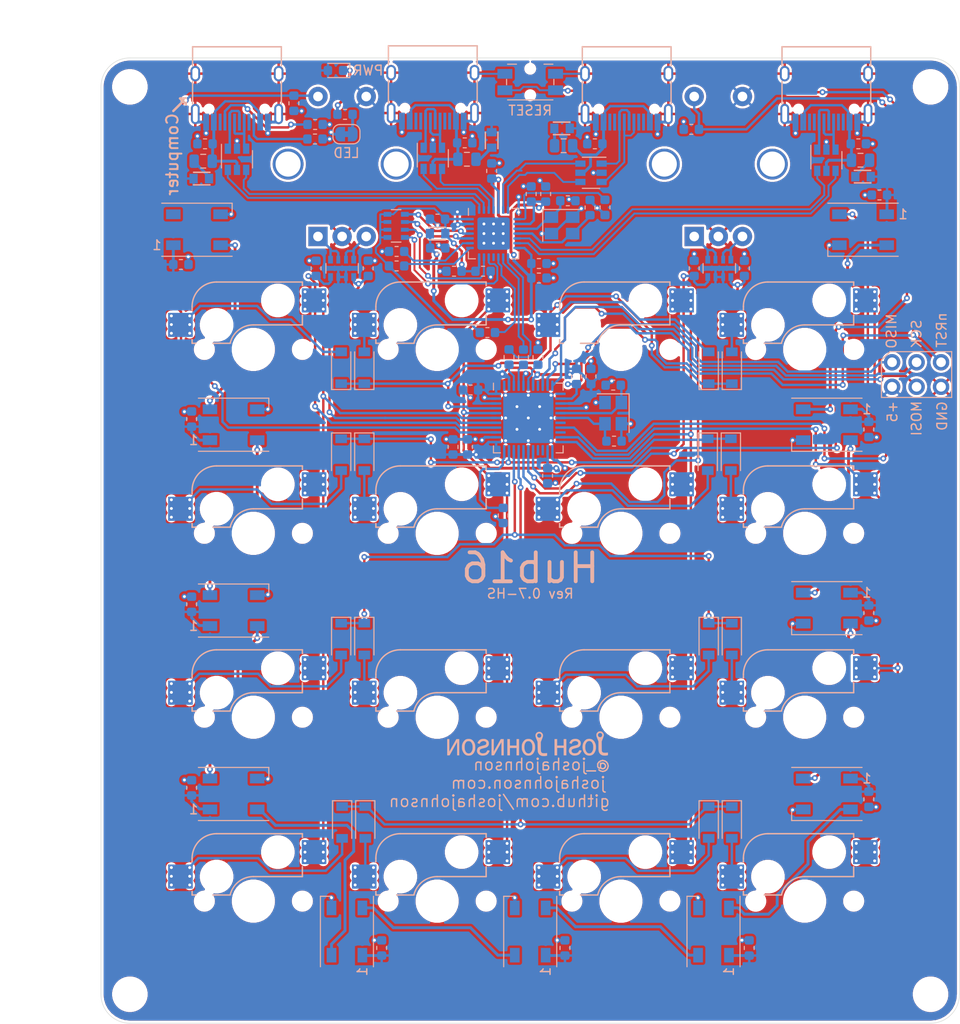
<source format=kicad_pcb>
(kicad_pcb (version 20171130) (host pcbnew 5.1.6-c6e7f7d~87~ubuntu20.04.1)
  (title_block (title Hub16) (date 2020-08-16) (rev 0.7) (company "Josh Johnson"))
  (layers (0 F.Cu signal) (31 B.Cu signal) (34 B.Paste user) (35 F.Paste user) (36 B.SilkS user) (37 F.SilkS user) (38 B.Mask user) (39 F.Mask user) (44 Edge.Cuts user))
  (net 0 "")
  (net 1 GND)
  (net 2 VBUS)
  (net 3 "Net-(C2-Pad1)")
  (net 4 "Net-(C3-Pad1)")
  (net 5 "Net-(C4-Pad1)")
  (net 6 +5V)
  (net 7 /LED_DAT)
  (net 8 "Net-(D2-Pad2)")
  (net 9 "Net-(D3-Pad2)")
  (net 10 "Net-(D10-Pad4)")
  (net 11 "Net-(D5-Pad2)")
  (net 12 /row1)
  (net 13 /row2)
  (net 14 "Net-(D6-Pad2)")
  (net 15 "Net-(D7-Pad2)")
  (net 16 /row3)
  (net 17 /row4)
  (net 18 "Net-(D8-Pad2)")
  (net 19 "Net-(D10-Pad2)")
  (net 20 "Net-(D11-Pad2)")
  (net 21 "Net-(D12-Pad2)")
  (net 22 "Net-(D13-Pad2)")
  (net 23 "Net-(D14-Pad2)")
  (net 24 "Net-(D16-Pad2)")
  (net 25 "Net-(D17-Pad2)")
  (net 26 "Net-(D18-Pad2)")
  (net 27 "Net-(D19-Pad2)")
  (net 28 "Net-(D20-Pad2)")
  (net 29 "Net-(D23-Pad2)")
  (net 30 "Net-(D24-Pad2)")
  (net 31 "Net-(D25-Pad2)")
  (net 32 "Net-(D26-Pad2)")
  (net 33 "Net-(D27-Pad2)")
  (net 34 /MISO)
  (net 35 /MOSI)
  (net 36 /SCK)
  (net 37 /nRST)
  (net 38 /col1)
  (net 39 /col2)
  (net 40 /col3)
  (net 41 /col4)
  (net 42 "Net-(R5-Pad1)")
  (net 43 "Net-(D29-Pad2)")
  (net 44 "Net-(D30-Pad2)")
  (net 45 "Net-(D31-Pad2)")
  (net 46 /ENC_1_A)
  (net 47 /ENC_1_B)
  (net 48 /ENC_1_SW)
  (net 49 /ENC_2_A)
  (net 50 /ENC_2_B)
  (net 51 /ENC_2_SW)
  (net 52 "Net-(R14-Pad1)")
  (net 53 +3V3)
  (net 54 +3.3VA)
  (net 55 "/USB Hub/XIN")
  (net 56 "/USB Hub/XOUT")
  (net 57 /USB_UP_D+)
  (net 58 "Net-(J1-PadA5)")
  (net 59 /USB_UP_D-)
  (net 60 "Net-(J1-PadB5)")
  (net 61 "/USB Hub/D2_D+")
  (net 62 "/USB Hub/D2_D-")
  (net 63 "/USB Hub/D1_D+")
  (net 64 "/USB Hub/D1_D-")
  (net 65 "/USB Hub/D3_D+")
  (net 66 "/USB Hub/D3_D-")
  (net 67 "/USB Hub/USB_DN_D+")
  (net 68 "Net-(R6-Pad1)")
  (net 69 "/USB Hub/USB_DN_D-")
  (net 70 "Net-(R7-Pad1)")
  (net 71 "Net-(RN1-Pad5)")
  (net 72 "Net-(RN3-Pad5)")
  (net 73 "Net-(RN3-Pad7)")
  (net 74 "/USB Hub/nOVR_4")
  (net 75 "/USB Hub/nOVR_2")
  (net 76 "/USB Hub/nOVR_3")
  (net 77 "/USB Hub/nOVR_1")
  (net 78 "/USB Hub/UP_USB_P")
  (net 79 "/USB Hub/UP_USB_N")
  (net 80 "Net-(RN1-Pad7)")
  (net 81 "Net-(R9-Pad1)")
  (net 82 "Net-(C24-Pad1)")
  (net 83 "Net-(C25-Pad1)")
  (net 84 "Net-(C26-Pad1)")
  (net 85 "Net-(F2-Pad2)")
  (net 86 "Net-(F3-Pad2)")
  (net 87 "Net-(F4-Pad2)")
  (net 88 "Net-(J4-PadA6)")
  (net 89 "Net-(J4-PadA7)")
  (net 90 "Net-(J5-PadA6)")
  (net 91 "Net-(J5-PadA7)")
  (net 92 "Net-(R10-Pad1)")
  (net 93 "Net-(R12-Pad1)")
  (net 94 "Net-(F1-Pad1)")
  (net 95 /LED_1)
  (net 96 "Net-(D1-Pad1)")
  (net 97 "Net-(JP11-Pad1)")
  (net 98 "/USB Hub/CON2_D+")
  (net 99 "/USB Hub/CON2_D-")
  (module josh-keyboard:Kailh_Hotswap_1U (layer B.Cu) (at 82.35 69.2)
    (fp_text reference K6 hide)
    (fp_text value KEYSW)
    (pad 1 thru_hole circle (at 5.35 -4.175) (size 0.6 0.6) (drill 0.3) (layers *.Cu B.Mask) (net 39 /col2))
    (pad 1 thru_hole circle (at 7.25 -4.175) (size 0.6 0.6) (drill 0.3) (layers *.Cu B.Mask) (net 39 /col2))
    (pad 1 thru_hole circle (at 7.25 -5.975) (size 0.6 0.6) (drill 0.3) (layers *.Cu B.Mask) (net 39 /col2))
    (pad 1 thru_hole circle (at 7.25 -5.075) (size 0.6 0.6) (drill 0.3) (layers *.Cu B.Mask) (net 39 /col2))
    (pad 1 thru_hole circle (at 5.35 -5.975) (size 0.6 0.6) (drill 0.3) (layers *.Cu B.Mask) (net 39 /col2))
    (pad 1 thru_hole circle (at 5.35 -5.075) (size 0.6 0.6) (drill 0.3) (layers *.Cu B.Mask) (net 39 /col2))
    (pad 2 thru_hole circle (at -6.6 -2.575) (size 0.6 0.6) (drill 0.3) (layers *.Cu B.Mask) (net 20 "Net-(D11-Pad2)"))
    (pad 2 thru_hole circle (at -8.5 -2.575) (size 0.6 0.6) (drill 0.3) (layers *.Cu B.Mask) (net 20 "Net-(D11-Pad2)"))
    (pad 2 thru_hole circle (at -8.5 -3.475) (size 0.6 0.6) (drill 0.3) (layers *.Cu B.Mask) (net 20 "Net-(D11-Pad2)"))
    (pad 2 thru_hole circle (at -6.6 -3.475) (size 0.6 0.6) (drill 0.3) (layers *.Cu B.Mask) (net 20 "Net-(D11-Pad2)"))
    (pad 2 thru_hole circle (at -6.6 -1.675) (size 0.6 0.6) (drill 0.3) (layers *.Cu B.Mask) (net 20 "Net-(D11-Pad2)"))
    (pad 2 thru_hole circle (at -8.5 -1.675) (size 0.6 0.6) (drill 0.3) (layers *.Cu B.Mask) (net 20 "Net-(D11-Pad2)"))
    (pad 2 smd rect (at -7.56 -2.54) (size 2.55 2.5) (layers B.Cu B.Paste B.Mask) (net 20 "Net-(D11-Pad2)"))
    (pad "" np_thru_hole circle (at -5.08 0) (size 1.7018 1.7018) (drill 1.7018) (layers *.Cu *.Mask))
    (pad "" np_thru_hole circle (at 5.08 0) (size 1.7018 1.7018) (drill 1.7018) (layers *.Cu *.Mask))
    (pad "" np_thru_hole circle (at 0 0) (size 3.9878 3.9878) (drill 3.9878) (layers *.Cu *.Mask))
    (pad 1 smd rect (at 6.29 -5.08) (size 2.55 2.5) (layers B.Cu B.Paste B.Mask) (net 39 /col2))
    (pad "" np_thru_hole circle (at 2.54 -5.08) (size 3 3) (drill 3) (layers *.Cu *.Mask))
    (pad "" np_thru_hole circle (at -3.81 -2.54) (size 3 3) (drill 3) (layers *.Cu *.Mask))
  )
  (module josh-keyboard:Kailh_Hotswap_1U (layer B.Cu) (at 101.4 69.2)
    (fp_text reference K11 hide)
    (fp_text value KEYSW)
    (pad 1 thru_hole circle (at 5.35 -4.175) (size 0.6 0.6) (drill 0.3) (layers *.Cu B.Mask) (net 40 /col3))
    (pad 1 thru_hole circle (at 7.25 -4.175) (size 0.6 0.6) (drill 0.3) (layers *.Cu B.Mask) (net 40 /col3))
    (pad 1 thru_hole circle (at 7.25 -5.975) (size 0.6 0.6) (drill 0.3) (layers *.Cu B.Mask) (net 40 /col3))
    (pad 1 thru_hole circle (at 7.25 -5.075) (size 0.6 0.6) (drill 0.3) (layers *.Cu B.Mask) (net 40 /col3))
    (pad 1 thru_hole circle (at 5.35 -5.975) (size 0.6 0.6) (drill 0.3) (layers *.Cu B.Mask) (net 40 /col3))
    (pad 1 thru_hole circle (at 5.35 -5.075) (size 0.6 0.6) (drill 0.3) (layers *.Cu B.Mask) (net 40 /col3))
    (pad 2 thru_hole circle (at -6.6 -2.575) (size 0.6 0.6) (drill 0.3) (layers *.Cu B.Mask) (net 25 "Net-(D17-Pad2)"))
    (pad 2 thru_hole circle (at -8.5 -2.575) (size 0.6 0.6) (drill 0.3) (layers *.Cu B.Mask) (net 25 "Net-(D17-Pad2)"))
    (pad 2 thru_hole circle (at -8.5 -3.475) (size 0.6 0.6) (drill 0.3) (layers *.Cu B.Mask) (net 25 "Net-(D17-Pad2)"))
    (pad 2 thru_hole circle (at -6.6 -3.475) (size 0.6 0.6) (drill 0.3) (layers *.Cu B.Mask) (net 25 "Net-(D17-Pad2)"))
    (pad 2 thru_hole circle (at -6.6 -1.675) (size 0.6 0.6) (drill 0.3) (layers *.Cu B.Mask) (net 25 "Net-(D17-Pad2)"))
    (pad 2 thru_hole circle (at -8.5 -1.675) (size 0.6 0.6) (drill 0.3) (layers *.Cu B.Mask) (net 25 "Net-(D17-Pad2)"))
    (pad 2 smd rect (at -7.56 -2.54) (size 2.55 2.5) (layers B.Cu B.Paste B.Mask) (net 25 "Net-(D17-Pad2)"))
    (pad "" np_thru_hole circle (at -5.08 0) (size 1.7018 1.7018) (drill 1.7018) (layers *.Cu *.Mask))
    (pad "" np_thru_hole circle (at 5.08 0) (size 1.7018 1.7018) (drill 1.7018) (layers *.Cu *.Mask))
    (pad "" np_thru_hole circle (at 0 0) (size 3.9878 3.9878) (drill 3.9878) (layers *.Cu *.Mask))
    (pad 1 smd rect (at 6.29 -5.08) (size 2.55 2.5) (layers B.Cu B.Paste B.Mask) (net 40 /col3))
    (pad "" np_thru_hole circle (at 2.54 -5.08) (size 3 3) (drill 3) (layers *.Cu *.Mask))
    (pad "" np_thru_hole circle (at -3.81 -2.54) (size 3 3) (drill 3) (layers *.Cu *.Mask))
  )
  (module josh-keyboard:Kailh_Hotswap_1U (layer B.Cu) (at 120.45 126.35)
    (fp_text reference K19 hide)
    (fp_text value KEYSW)
    (pad 1 thru_hole circle (at 5.35 -4.175) (size 0.6 0.6) (drill 0.3) (layers *.Cu B.Mask) (net 41 /col4))
    (pad 1 thru_hole circle (at 7.25 -4.175) (size 0.6 0.6) (drill 0.3) (layers *.Cu B.Mask) (net 41 /col4))
    (pad 1 thru_hole circle (at 7.25 -5.975) (size 0.6 0.6) (drill 0.3) (layers *.Cu B.Mask) (net 41 /col4))
    (pad 1 thru_hole circle (at 7.25 -5.075) (size 0.6 0.6) (drill 0.3) (layers *.Cu B.Mask) (net 41 /col4))
    (pad 1 thru_hole circle (at 5.35 -5.975) (size 0.6 0.6) (drill 0.3) (layers *.Cu B.Mask) (net 41 /col4))
    (pad 1 thru_hole circle (at 5.35 -5.075) (size 0.6 0.6) (drill 0.3) (layers *.Cu B.Mask) (net 41 /col4))
    (pad 2 thru_hole circle (at -6.6 -2.575) (size 0.6 0.6) (drill 0.3) (layers *.Cu B.Mask) (net 33 "Net-(D27-Pad2)"))
    (pad 2 thru_hole circle (at -8.5 -2.575) (size 0.6 0.6) (drill 0.3) (layers *.Cu B.Mask) (net 33 "Net-(D27-Pad2)"))
    (pad 2 thru_hole circle (at -8.5 -3.475) (size 0.6 0.6) (drill 0.3) (layers *.Cu B.Mask) (net 33 "Net-(D27-Pad2)"))
    (pad 2 thru_hole circle (at -6.6 -3.475) (size 0.6 0.6) (drill 0.3) (layers *.Cu B.Mask) (net 33 "Net-(D27-Pad2)"))
    (pad 2 thru_hole circle (at -6.6 -1.675) (size 0.6 0.6) (drill 0.3) (layers *.Cu B.Mask) (net 33 "Net-(D27-Pad2)"))
    (pad 2 thru_hole circle (at -8.5 -1.675) (size 0.6 0.6) (drill 0.3) (layers *.Cu B.Mask) (net 33 "Net-(D27-Pad2)"))
    (pad 2 smd rect (at -7.56 -2.54) (size 2.55 2.5) (layers B.Cu B.Paste B.Mask) (net 33 "Net-(D27-Pad2)"))
    (pad "" np_thru_hole circle (at -5.08 0) (size 1.7018 1.7018) (drill 1.7018) (layers *.Cu *.Mask))
    (pad "" np_thru_hole circle (at 5.08 0) (size 1.7018 1.7018) (drill 1.7018) (layers *.Cu *.Mask))
    (pad "" np_thru_hole circle (at 0 0) (size 3.9878 3.9878) (drill 3.9878) (layers *.Cu *.Mask))
    (pad 1 smd rect (at 6.29 -5.08) (size 2.55 2.5) (layers B.Cu B.Paste B.Mask) (net 41 /col4))
    (pad "" np_thru_hole circle (at 2.54 -5.08) (size 3 3) (drill 3) (layers *.Cu *.Mask))
    (pad "" np_thru_hole circle (at -3.81 -2.54) (size 3 3) (drill 3) (layers *.Cu *.Mask))
  )
  (module josh-keyboard:Kailh_Hotswap_1U (layer B.Cu) (at 120.45 107.3)
    (fp_text reference K18 hide)
    (fp_text value KEYSW)
    (pad 1 thru_hole circle (at 5.35 -4.175) (size 0.6 0.6) (drill 0.3) (layers *.Cu B.Mask) (net 41 /col4))
    (pad 1 thru_hole circle (at 7.25 -4.175) (size 0.6 0.6) (drill 0.3) (layers *.Cu B.Mask) (net 41 /col4))
    (pad 1 thru_hole circle (at 7.25 -5.975) (size 0.6 0.6) (drill 0.3) (layers *.Cu B.Mask) (net 41 /col4))
    (pad 1 thru_hole circle (at 7.25 -5.075) (size 0.6 0.6) (drill 0.3) (layers *.Cu B.Mask) (net 41 /col4))
    (pad 1 thru_hole circle (at 5.35 -5.975) (size 0.6 0.6) (drill 0.3) (layers *.Cu B.Mask) (net 41 /col4))
    (pad 1 thru_hole circle (at 5.35 -5.075) (size 0.6 0.6) (drill 0.3) (layers *.Cu B.Mask) (net 41 /col4))
    (pad 2 thru_hole circle (at -6.6 -2.575) (size 0.6 0.6) (drill 0.3) (layers *.Cu B.Mask) (net 32 "Net-(D26-Pad2)"))
    (pad 2 thru_hole circle (at -8.5 -2.575) (size 0.6 0.6) (drill 0.3) (layers *.Cu B.Mask) (net 32 "Net-(D26-Pad2)"))
    (pad 2 thru_hole circle (at -8.5 -3.475) (size 0.6 0.6) (drill 0.3) (layers *.Cu B.Mask) (net 32 "Net-(D26-Pad2)"))
    (pad 2 thru_hole circle (at -6.6 -3.475) (size 0.6 0.6) (drill 0.3) (layers *.Cu B.Mask) (net 32 "Net-(D26-Pad2)"))
    (pad 2 thru_hole circle (at -6.6 -1.675) (size 0.6 0.6) (drill 0.3) (layers *.Cu B.Mask) (net 32 "Net-(D26-Pad2)"))
    (pad 2 thru_hole circle (at -8.5 -1.675) (size 0.6 0.6) (drill 0.3) (layers *.Cu B.Mask) (net 32 "Net-(D26-Pad2)"))
    (pad 2 smd rect (at -7.56 -2.54) (size 2.55 2.5) (layers B.Cu B.Paste B.Mask) (net 32 "Net-(D26-Pad2)"))
    (pad "" np_thru_hole circle (at -5.08 0) (size 1.7018 1.7018) (drill 1.7018) (layers *.Cu *.Mask))
    (pad "" np_thru_hole circle (at 5.08 0) (size 1.7018 1.7018) (drill 1.7018) (layers *.Cu *.Mask))
    (pad "" np_thru_hole circle (at 0 0) (size 3.9878 3.9878) (drill 3.9878) (layers *.Cu *.Mask))
    (pad 1 smd rect (at 6.29 -5.08) (size 2.55 2.5) (layers B.Cu B.Paste B.Mask) (net 41 /col4))
    (pad "" np_thru_hole circle (at 2.54 -5.08) (size 3 3) (drill 3) (layers *.Cu *.Mask))
    (pad "" np_thru_hole circle (at -3.81 -2.54) (size 3 3) (drill 3) (layers *.Cu *.Mask))
  )
  (module josh-keyboard:Kailh_Hotswap_1U (layer B.Cu) (at 120.45 88.25)
    (fp_text reference K17 hide)
    (fp_text value KEYSW)
    (pad 1 thru_hole circle (at 5.35 -4.175) (size 0.6 0.6) (drill 0.3) (layers *.Cu B.Mask) (net 41 /col4))
    (pad 1 thru_hole circle (at 7.25 -4.175) (size 0.6 0.6) (drill 0.3) (layers *.Cu B.Mask) (net 41 /col4))
    (pad 1 thru_hole circle (at 7.25 -5.975) (size 0.6 0.6) (drill 0.3) (layers *.Cu B.Mask) (net 41 /col4))
    (pad 1 thru_hole circle (at 7.25 -5.075) (size 0.6 0.6) (drill 0.3) (layers *.Cu B.Mask) (net 41 /col4))
    (pad 1 thru_hole circle (at 5.35 -5.975) (size 0.6 0.6) (drill 0.3) (layers *.Cu B.Mask) (net 41 /col4))
    (pad 1 thru_hole circle (at 5.35 -5.075) (size 0.6 0.6) (drill 0.3) (layers *.Cu B.Mask) (net 41 /col4))
    (pad 2 thru_hole circle (at -6.6 -2.575) (size 0.6 0.6) (drill 0.3) (layers *.Cu B.Mask) (net 31 "Net-(D25-Pad2)"))
    (pad 2 thru_hole circle (at -8.5 -2.575) (size 0.6 0.6) (drill 0.3) (layers *.Cu B.Mask) (net 31 "Net-(D25-Pad2)"))
    (pad 2 thru_hole circle (at -8.5 -3.475) (size 0.6 0.6) (drill 0.3) (layers *.Cu B.Mask) (net 31 "Net-(D25-Pad2)"))
    (pad 2 thru_hole circle (at -6.6 -3.475) (size 0.6 0.6) (drill 0.3) (layers *.Cu B.Mask) (net 31 "Net-(D25-Pad2)"))
    (pad 2 thru_hole circle (at -6.6 -1.675) (size 0.6 0.6) (drill 0.3) (layers *.Cu B.Mask) (net 31 "Net-(D25-Pad2)"))
    (pad 2 thru_hole circle (at -8.5 -1.675) (size 0.6 0.6) (drill 0.3) (layers *.Cu B.Mask) (net 31 "Net-(D25-Pad2)"))
    (pad 2 smd rect (at -7.56 -2.54) (size 2.55 2.5) (layers B.Cu B.Paste B.Mask) (net 31 "Net-(D25-Pad2)"))
    (pad "" np_thru_hole circle (at -5.08 0) (size 1.7018 1.7018) (drill 1.7018) (layers *.Cu *.Mask))
    (pad "" np_thru_hole circle (at 5.08 0) (size 1.7018 1.7018) (drill 1.7018) (layers *.Cu *.Mask))
    (pad "" np_thru_hole circle (at 0 0) (size 3.9878 3.9878) (drill 3.9878) (layers *.Cu *.Mask))
    (pad 1 smd rect (at 6.29 -5.08) (size 2.55 2.5) (layers B.Cu B.Paste B.Mask) (net 41 /col4))
    (pad "" np_thru_hole circle (at 2.54 -5.08) (size 3 3) (drill 3) (layers *.Cu *.Mask))
    (pad "" np_thru_hole circle (at -3.81 -2.54) (size 3 3) (drill 3) (layers *.Cu *.Mask))
  )
  (module josh-keyboard:Kailh_Hotswap_1U (layer B.Cu) (at 120.45 69.2)
    (fp_text reference K16 hide)
    (fp_text value KEYSW)
    (pad 1 thru_hole circle (at 5.35 -4.175) (size 0.6 0.6) (drill 0.3) (layers *.Cu B.Mask) (net 41 /col4))
    (pad 1 thru_hole circle (at 7.25 -4.175) (size 0.6 0.6) (drill 0.3) (layers *.Cu B.Mask) (net 41 /col4))
    (pad 1 thru_hole circle (at 7.25 -5.975) (size 0.6 0.6) (drill 0.3) (layers *.Cu B.Mask) (net 41 /col4))
    (pad 1 thru_hole circle (at 7.25 -5.075) (size 0.6 0.6) (drill 0.3) (layers *.Cu B.Mask) (net 41 /col4))
    (pad 1 thru_hole circle (at 5.35 -5.975) (size 0.6 0.6) (drill 0.3) (layers *.Cu B.Mask) (net 41 /col4))
    (pad 1 thru_hole circle (at 5.35 -5.075) (size 0.6 0.6) (drill 0.3) (layers *.Cu B.Mask) (net 41 /col4))
    (pad 2 thru_hole circle (at -6.6 -2.575) (size 0.6 0.6) (drill 0.3) (layers *.Cu B.Mask) (net 30 "Net-(D24-Pad2)"))
    (pad 2 thru_hole circle (at -8.5 -2.575) (size 0.6 0.6) (drill 0.3) (layers *.Cu B.Mask) (net 30 "Net-(D24-Pad2)"))
    (pad 2 thru_hole circle (at -8.5 -3.475) (size 0.6 0.6) (drill 0.3) (layers *.Cu B.Mask) (net 30 "Net-(D24-Pad2)"))
    (pad 2 thru_hole circle (at -6.6 -3.475) (size 0.6 0.6) (drill 0.3) (layers *.Cu B.Mask) (net 30 "Net-(D24-Pad2)"))
    (pad 2 thru_hole circle (at -6.6 -1.675) (size 0.6 0.6) (drill 0.3) (layers *.Cu B.Mask) (net 30 "Net-(D24-Pad2)"))
    (pad 2 thru_hole circle (at -8.5 -1.675) (size 0.6 0.6) (drill 0.3) (layers *.Cu B.Mask) (net 30 "Net-(D24-Pad2)"))
    (pad 2 smd rect (at -7.56 -2.54) (size 2.55 2.5) (layers B.Cu B.Paste B.Mask) (net 30 "Net-(D24-Pad2)"))
    (pad "" np_thru_hole circle (at -5.08 0) (size 1.7018 1.7018) (drill 1.7018) (layers *.Cu *.Mask))
    (pad "" np_thru_hole circle (at 5.08 0) (size 1.7018 1.7018) (drill 1.7018) (layers *.Cu *.Mask))
    (pad "" np_thru_hole circle (at 0 0) (size 3.9878 3.9878) (drill 3.9878) (layers *.Cu *.Mask))
    (pad 1 smd rect (at 6.29 -5.08) (size 2.55 2.5) (layers B.Cu B.Paste B.Mask) (net 41 /col4))
    (pad "" np_thru_hole circle (at 2.54 -5.08) (size 3 3) (drill 3) (layers *.Cu *.Mask))
    (pad "" np_thru_hole circle (at -3.81 -2.54) (size 3 3) (drill 3) (layers *.Cu *.Mask))
  )
  (module josh-keyboard:Kailh_Hotswap_1U (layer B.Cu) (at 101.4 126.35)
    (fp_text reference K14 hide)
    (fp_text value KEYSW)
    (pad 1 thru_hole circle (at 5.35 -4.175) (size 0.6 0.6) (drill 0.3) (layers *.Cu B.Mask) (net 40 /col3))
    (pad 1 thru_hole circle (at 7.25 -4.175) (size 0.6 0.6) (drill 0.3) (layers *.Cu B.Mask) (net 40 /col3))
    (pad 1 thru_hole circle (at 7.25 -5.975) (size 0.6 0.6) (drill 0.3) (layers *.Cu B.Mask) (net 40 /col3))
    (pad 1 thru_hole circle (at 7.25 -5.075) (size 0.6 0.6) (drill 0.3) (layers *.Cu B.Mask) (net 40 /col3))
    (pad 1 thru_hole circle (at 5.35 -5.975) (size 0.6 0.6) (drill 0.3) (layers *.Cu B.Mask) (net 40 /col3))
    (pad 1 thru_hole circle (at 5.35 -5.075) (size 0.6 0.6) (drill 0.3) (layers *.Cu B.Mask) (net 40 /col3))
    (pad 2 thru_hole circle (at -6.6 -2.575) (size 0.6 0.6) (drill 0.3) (layers *.Cu B.Mask) (net 28 "Net-(D20-Pad2)"))
    (pad 2 thru_hole circle (at -8.5 -2.575) (size 0.6 0.6) (drill 0.3) (layers *.Cu B.Mask) (net 28 "Net-(D20-Pad2)"))
    (pad 2 thru_hole circle (at -8.5 -3.475) (size 0.6 0.6) (drill 0.3) (layers *.Cu B.Mask) (net 28 "Net-(D20-Pad2)"))
    (pad 2 thru_hole circle (at -6.6 -3.475) (size 0.6 0.6) (drill 0.3) (layers *.Cu B.Mask) (net 28 "Net-(D20-Pad2)"))
    (pad 2 thru_hole circle (at -6.6 -1.675) (size 0.6 0.6) (drill 0.3) (layers *.Cu B.Mask) (net 28 "Net-(D20-Pad2)"))
    (pad 2 thru_hole circle (at -8.5 -1.675) (size 0.6 0.6) (drill 0.3) (layers *.Cu B.Mask) (net 28 "Net-(D20-Pad2)"))
    (pad 2 smd rect (at -7.56 -2.54) (size 2.55 2.5) (layers B.Cu B.Paste B.Mask) (net 28 "Net-(D20-Pad2)"))
    (pad "" np_thru_hole circle (at -5.08 0) (size 1.7018 1.7018) (drill 1.7018) (layers *.Cu *.Mask))
    (pad "" np_thru_hole circle (at 5.08 0) (size 1.7018 1.7018) (drill 1.7018) (layers *.Cu *.Mask))
    (pad "" np_thru_hole circle (at 0 0) (size 3.9878 3.9878) (drill 3.9878) (layers *.Cu *.Mask))
    (pad 1 smd rect (at 6.29 -5.08) (size 2.55 2.5) (layers B.Cu B.Paste B.Mask) (net 40 /col3))
    (pad "" np_thru_hole circle (at 2.54 -5.08) (size 3 3) (drill 3) (layers *.Cu *.Mask))
    (pad "" np_thru_hole circle (at -3.81 -2.54) (size 3 3) (drill 3) (layers *.Cu *.Mask))
  )
  (module josh-keyboard:Kailh_Hotswap_1U (layer B.Cu) (at 101.4 107.3)
    (fp_text reference K13 hide)
    (fp_text value KEYSW)
    (pad 1 thru_hole circle (at 5.35 -4.175) (size 0.6 0.6) (drill 0.3) (layers *.Cu B.Mask) (net 40 /col3))
    (pad 1 thru_hole circle (at 7.25 -4.175) (size 0.6 0.6) (drill 0.3) (layers *.Cu B.Mask) (net 40 /col3))
    (pad 1 thru_hole circle (at 7.25 -5.975) (size 0.6 0.6) (drill 0.3) (layers *.Cu B.Mask) (net 40 /col3))
    (pad 1 thru_hole circle (at 7.25 -5.075) (size 0.6 0.6) (drill 0.3) (layers *.Cu B.Mask) (net 40 /col3))
    (pad 1 thru_hole circle (at 5.35 -5.975) (size 0.6 0.6) (drill 0.3) (layers *.Cu B.Mask) (net 40 /col3))
    (pad 1 thru_hole circle (at 5.35 -5.075) (size 0.6 0.6) (drill 0.3) (layers *.Cu B.Mask) (net 40 /col3))
    (pad 2 thru_hole circle (at -6.6 -2.575) (size 0.6 0.6) (drill 0.3) (layers *.Cu B.Mask) (net 27 "Net-(D19-Pad2)"))
    (pad 2 thru_hole circle (at -8.5 -2.575) (size 0.6 0.6) (drill 0.3) (layers *.Cu B.Mask) (net 27 "Net-(D19-Pad2)"))
    (pad 2 thru_hole circle (at -8.5 -3.475) (size 0.6 0.6) (drill 0.3) (layers *.Cu B.Mask) (net 27 "Net-(D19-Pad2)"))
    (pad 2 thru_hole circle (at -6.6 -3.475) (size 0.6 0.6) (drill 0.3) (layers *.Cu B.Mask) (net 27 "Net-(D19-Pad2)"))
    (pad 2 thru_hole circle (at -6.6 -1.675) (size 0.6 0.6) (drill 0.3) (layers *.Cu B.Mask) (net 27 "Net-(D19-Pad2)"))
    (pad 2 thru_hole circle (at -8.5 -1.675) (size 0.6 0.6) (drill 0.3) (layers *.Cu B.Mask) (net 27 "Net-(D19-Pad2)"))
    (pad 2 smd rect (at -7.56 -2.54) (size 2.55 2.5) (layers B.Cu B.Paste B.Mask) (net 27 "Net-(D19-Pad2)"))
    (pad "" np_thru_hole circle (at -5.08 0) (size 1.7018 1.7018) (drill 1.7018) (layers *.Cu *.Mask))
    (pad "" np_thru_hole circle (at 5.08 0) (size 1.7018 1.7018) (drill 1.7018) (layers *.Cu *.Mask))
    (pad "" np_thru_hole circle (at 0 0) (size 3.9878 3.9878) (drill 3.9878) (layers *.Cu *.Mask))
    (pad 1 smd rect (at 6.29 -5.08) (size 2.55 2.5) (layers B.Cu B.Paste B.Mask) (net 40 /col3))
    (pad "" np_thru_hole circle (at 2.54 -5.08) (size 3 3) (drill 3) (layers *.Cu *.Mask))
    (pad "" np_thru_hole circle (at -3.81 -2.54) (size 3 3) (drill 3) (layers *.Cu *.Mask))
  )
  (module josh-keyboard:Kailh_Hotswap_1U (layer B.Cu) (at 101.4 88.25)
    (fp_text reference K12 hide)
    (fp_text value KEYSW)
    (pad 1 thru_hole circle (at 5.35 -4.175) (size 0.6 0.6) (drill 0.3) (layers *.Cu B.Mask) (net 40 /col3))
    (pad 1 thru_hole circle (at 7.25 -4.175) (size 0.6 0.6) (drill 0.3) (layers *.Cu B.Mask) (net 40 /col3))
    (pad 1 thru_hole circle (at 7.25 -5.975) (size 0.6 0.6) (drill 0.3) (layers *.Cu B.Mask) (net 40 /col3))
    (pad 1 thru_hole circle (at 7.25 -5.075) (size 0.6 0.6) (drill 0.3) (layers *.Cu B.Mask) (net 40 /col3))
    (pad 1 thru_hole circle (at 5.35 -5.975) (size 0.6 0.6) (drill 0.3) (layers *.Cu B.Mask) (net 40 /col3))
    (pad 1 thru_hole circle (at 5.35 -5.075) (size 0.6 0.6) (drill 0.3) (layers *.Cu B.Mask) (net 40 /col3))
    (pad 2 thru_hole circle (at -6.6 -2.575) (size 0.6 0.6) (drill 0.3) (layers *.Cu B.Mask) (net 26 "Net-(D18-Pad2)"))
    (pad 2 thru_hole circle (at -8.5 -2.575) (size 0.6 0.6) (drill 0.3) (layers *.Cu B.Mask) (net 26 "Net-(D18-Pad2)"))
    (pad 2 thru_hole circle (at -8.5 -3.475) (size 0.6 0.6) (drill 0.3) (layers *.Cu B.Mask) (net 26 "Net-(D18-Pad2)"))
    (pad 2 thru_hole circle (at -6.6 -3.475) (size 0.6 0.6) (drill 0.3) (layers *.Cu B.Mask) (net 26 "Net-(D18-Pad2)"))
    (pad 2 thru_hole circle (at -6.6 -1.675) (size 0.6 0.6) (drill 0.3) (layers *.Cu B.Mask) (net 26 "Net-(D18-Pad2)"))
    (pad 2 thru_hole circle (at -8.5 -1.675) (size 0.6 0.6) (drill 0.3) (layers *.Cu B.Mask) (net 26 "Net-(D18-Pad2)"))
    (pad 2 smd rect (at -7.56 -2.54) (size 2.55 2.5) (layers B.Cu B.Paste B.Mask) (net 26 "Net-(D18-Pad2)"))
    (pad "" np_thru_hole circle (at -5.08 0) (size 1.7018 1.7018) (drill 1.7018) (layers *.Cu *.Mask))
    (pad "" np_thru_hole circle (at 5.08 0) (size 1.7018 1.7018) (drill 1.7018) (layers *.Cu *.Mask))
    (pad "" np_thru_hole circle (at 0 0) (size 3.9878 3.9878) (drill 3.9878) (layers *.Cu *.Mask))
    (pad 1 smd rect (at 6.29 -5.08) (size 2.55 2.5) (layers B.Cu B.Paste B.Mask) (net 40 /col3))
    (pad "" np_thru_hole circle (at 2.54 -5.08) (size 3 3) (drill 3) (layers *.Cu *.Mask))
    (pad "" np_thru_hole circle (at -3.81 -2.54) (size 3 3) (drill 3) (layers *.Cu *.Mask))
  )
  (module josh-keyboard:Kailh_Hotswap_1U (layer B.Cu) (at 82.35 126.35)
    (fp_text reference K9 hide)
    (fp_text value KEYSW)
    (pad 1 thru_hole circle (at 5.35 -4.175) (size 0.6 0.6) (drill 0.3) (layers *.Cu B.Mask) (net 39 /col2))
    (pad 1 thru_hole circle (at 7.25 -4.175) (size 0.6 0.6) (drill 0.3) (layers *.Cu B.Mask) (net 39 /col2))
    (pad 1 thru_hole circle (at 7.25 -5.975) (size 0.6 0.6) (drill 0.3) (layers *.Cu B.Mask) (net 39 /col2))
    (pad 1 thru_hole circle (at 7.25 -5.075) (size 0.6 0.6) (drill 0.3) (layers *.Cu B.Mask) (net 39 /col2))
    (pad 1 thru_hole circle (at 5.35 -5.975) (size 0.6 0.6) (drill 0.3) (layers *.Cu B.Mask) (net 39 /col2))
    (pad 1 thru_hole circle (at 5.35 -5.075) (size 0.6 0.6) (drill 0.3) (layers *.Cu B.Mask) (net 39 /col2))
    (pad 2 thru_hole circle (at -6.6 -2.575) (size 0.6 0.6) (drill 0.3) (layers *.Cu B.Mask) (net 23 "Net-(D14-Pad2)"))
    (pad 2 thru_hole circle (at -8.5 -2.575) (size 0.6 0.6) (drill 0.3) (layers *.Cu B.Mask) (net 23 "Net-(D14-Pad2)"))
    (pad 2 thru_hole circle (at -8.5 -3.475) (size 0.6 0.6) (drill 0.3) (layers *.Cu B.Mask) (net 23 "Net-(D14-Pad2)"))
    (pad 2 thru_hole circle (at -6.6 -3.475) (size 0.6 0.6) (drill 0.3) (layers *.Cu B.Mask) (net 23 "Net-(D14-Pad2)"))
    (pad 2 thru_hole circle (at -6.6 -1.675) (size 0.6 0.6) (drill 0.3) (layers *.Cu B.Mask) (net 23 "Net-(D14-Pad2)"))
    (pad 2 thru_hole circle (at -8.5 -1.675) (size 0.6 0.6) (drill 0.3) (layers *.Cu B.Mask) (net 23 "Net-(D14-Pad2)"))
    (pad 2 smd rect (at -7.56 -2.54) (size 2.55 2.5) (layers B.Cu B.Paste B.Mask) (net 23 "Net-(D14-Pad2)"))
    (pad "" np_thru_hole circle (at -5.08 0) (size 1.7018 1.7018) (drill 1.7018) (layers *.Cu *.Mask))
    (pad "" np_thru_hole circle (at 5.08 0) (size 1.7018 1.7018) (drill 1.7018) (layers *.Cu *.Mask))
    (pad "" np_thru_hole circle (at 0 0) (size 3.9878 3.9878) (drill 3.9878) (layers *.Cu *.Mask))
    (pad 1 smd rect (at 6.29 -5.08) (size 2.55 2.5) (layers B.Cu B.Paste B.Mask) (net 39 /col2))
    (pad "" np_thru_hole circle (at 2.54 -5.08) (size 3 3) (drill 3) (layers *.Cu *.Mask))
    (pad "" np_thru_hole circle (at -3.81 -2.54) (size 3 3) (drill 3) (layers *.Cu *.Mask))
  )
  (module josh-keyboard:Kailh_Hotswap_1U (layer B.Cu) (at 82.35 107.3)
    (fp_text reference K8 hide)
    (fp_text value KEYSW)
    (pad 1 thru_hole circle (at 5.35 -4.175) (size 0.6 0.6) (drill 0.3) (layers *.Cu B.Mask) (net 39 /col2))
    (pad 1 thru_hole circle (at 7.25 -4.175) (size 0.6 0.6) (drill 0.3) (layers *.Cu B.Mask) (net 39 /col2))
    (pad 1 thru_hole circle (at 7.25 -5.975) (size 0.6 0.6) (drill 0.3) (layers *.Cu B.Mask) (net 39 /col2))
    (pad 1 thru_hole circle (at 7.25 -5.075) (size 0.6 0.6) (drill 0.3) (layers *.Cu B.Mask) (net 39 /col2))
    (pad 1 thru_hole circle (at 5.35 -5.975) (size 0.6 0.6) (drill 0.3) (layers *.Cu B.Mask) (net 39 /col2))
    (pad 1 thru_hole circle (at 5.35 -5.075) (size 0.6 0.6) (drill 0.3) (layers *.Cu B.Mask) (net 39 /col2))
    (pad 2 thru_hole circle (at -6.6 -2.575) (size 0.6 0.6) (drill 0.3) (layers *.Cu B.Mask) (net 22 "Net-(D13-Pad2)"))
    (pad 2 thru_hole circle (at -8.5 -2.575) (size 0.6 0.6) (drill 0.3) (layers *.Cu B.Mask) (net 22 "Net-(D13-Pad2)"))
    (pad 2 thru_hole circle (at -8.5 -3.475) (size 0.6 0.6) (drill 0.3) (layers *.Cu B.Mask) (net 22 "Net-(D13-Pad2)"))
    (pad 2 thru_hole circle (at -6.6 -3.475) (size 0.6 0.6) (drill 0.3) (layers *.Cu B.Mask) (net 22 "Net-(D13-Pad2)"))
    (pad 2 thru_hole circle (at -6.6 -1.675) (size 0.6 0.6) (drill 0.3) (layers *.Cu B.Mask) (net 22 "Net-(D13-Pad2)"))
    (pad 2 thru_hole circle (at -8.5 -1.675) (size 0.6 0.6) (drill 0.3) (layers *.Cu B.Mask) (net 22 "Net-(D13-Pad2)"))
    (pad 2 smd rect (at -7.56 -2.54) (size 2.55 2.5) (layers B.Cu B.Paste B.Mask) (net 22 "Net-(D13-Pad2)"))
    (pad "" np_thru_hole circle (at -5.08 0) (size 1.7018 1.7018) (drill 1.7018) (layers *.Cu *.Mask))
    (pad "" np_thru_hole circle (at 5.08 0) (size 1.7018 1.7018) (drill 1.7018) (layers *.Cu *.Mask))
    (pad "" np_thru_hole circle (at 0 0) (size 3.9878 3.9878) (drill 3.9878) (layers *.Cu *.Mask))
    (pad 1 smd rect (at 6.29 -5.08) (size 2.55 2.5) (layers B.Cu B.Paste B.Mask) (net 39 /col2))
    (pad "" np_thru_hole circle (at 2.54 -5.08) (size 3 3) (drill 3) (layers *.Cu *.Mask))
    (pad "" np_thru_hole circle (at -3.81 -2.54) (size 3 3) (drill 3) (layers *.Cu *.Mask))
  )
  (module josh-keyboard:Kailh_Hotswap_1U (layer B.Cu) (at 82.35 88.25)
    (fp_text reference K7 hide)
    (fp_text value KEYSW)
    (pad 1 thru_hole circle (at 5.35 -4.175) (size 0.6 0.6) (drill 0.3) (layers *.Cu B.Mask) (net 39 /col2))
    (pad 1 thru_hole circle (at 7.25 -4.175) (size 0.6 0.6) (drill 0.3) (layers *.Cu B.Mask) (net 39 /col2))
    (pad 1 thru_hole circle (at 7.25 -5.975) (size 0.6 0.6) (drill 0.3) (layers *.Cu B.Mask) (net 39 /col2))
    (pad 1 thru_hole circle (at 7.25 -5.075) (size 0.6 0.6) (drill 0.3) (layers *.Cu B.Mask) (net 39 /col2))
    (pad 1 thru_hole circle (at 5.35 -5.975) (size 0.6 0.6) (drill 0.3) (layers *.Cu B.Mask) (net 39 /col2))
    (pad 1 thru_hole circle (at 5.35 -5.075) (size 0.6 0.6) (drill 0.3) (layers *.Cu B.Mask) (net 39 /col2))
    (pad 2 thru_hole circle (at -6.6 -2.575) (size 0.6 0.6) (drill 0.3) (layers *.Cu B.Mask) (net 21 "Net-(D12-Pad2)"))
    (pad 2 thru_hole circle (at -8.5 -2.575) (size 0.6 0.6) (drill 0.3) (layers *.Cu B.Mask) (net 21 "Net-(D12-Pad2)"))
    (pad 2 thru_hole circle (at -8.5 -3.475) (size 0.6 0.6) (drill 0.3) (layers *.Cu B.Mask) (net 21 "Net-(D12-Pad2)"))
    (pad 2 thru_hole circle (at -6.6 -3.475) (size 0.6 0.6) (drill 0.3) (layers *.Cu B.Mask) (net 21 "Net-(D12-Pad2)"))
    (pad 2 thru_hole circle (at -6.6 -1.675) (size 0.6 0.6) (drill 0.3) (layers *.Cu B.Mask) (net 21 "Net-(D12-Pad2)"))
    (pad 2 thru_hole circle (at -8.5 -1.675) (size 0.6 0.6) (drill 0.3) (layers *.Cu B.Mask) (net 21 "Net-(D12-Pad2)"))
    (pad 2 smd rect (at -7.56 -2.54) (size 2.55 2.5) (layers B.Cu B.Paste B.Mask) (net 21 "Net-(D12-Pad2)"))
    (pad "" np_thru_hole circle (at -5.08 0) (size 1.7018 1.7018) (drill 1.7018) (layers *.Cu *.Mask))
    (pad "" np_thru_hole circle (at 5.08 0) (size 1.7018 1.7018) (drill 1.7018) (layers *.Cu *.Mask))
    (pad "" np_thru_hole circle (at 0 0) (size 3.9878 3.9878) (drill 3.9878) (layers *.Cu *.Mask))
    (pad 1 smd rect (at 6.29 -5.08) (size 2.55 2.5) (layers B.Cu B.Paste B.Mask) (net 39 /col2))
    (pad "" np_thru_hole circle (at 2.54 -5.08) (size 3 3) (drill 3) (layers *.Cu *.Mask))
    (pad "" np_thru_hole circle (at -3.81 -2.54) (size 3 3) (drill 3) (layers *.Cu *.Mask))
  )
  (module josh-keyboard:Kailh_Hotswap_1U (layer B.Cu) (at 63.3 126.35)
    (fp_text reference K4 hide)
    (fp_text value KEYSW)
    (pad 1 thru_hole circle (at 5.35 -4.175) (size 0.6 0.6) (drill 0.3) (layers *.Cu B.Mask) (net 38 /col1))
    (pad 1 thru_hole circle (at 7.25 -4.175) (size 0.6 0.6) (drill 0.3) (layers *.Cu B.Mask) (net 38 /col1))
    (pad 1 thru_hole circle (at 7.25 -5.975) (size 0.6 0.6) (drill 0.3) (layers *.Cu B.Mask) (net 38 /col1))
    (pad 1 thru_hole circle (at 7.25 -5.075) (size 0.6 0.6) (drill 0.3) (layers *.Cu B.Mask) (net 38 /col1))
    (pad 1 thru_hole circle (at 5.35 -5.975) (size 0.6 0.6) (drill 0.3) (layers *.Cu B.Mask) (net 38 /col1))
    (pad 1 thru_hole circle (at 5.35 -5.075) (size 0.6 0.6) (drill 0.3) (layers *.Cu B.Mask) (net 38 /col1))
    (pad 2 thru_hole circle (at -6.6 -2.575) (size 0.6 0.6) (drill 0.3) (layers *.Cu B.Mask) (net 18 "Net-(D8-Pad2)"))
    (pad 2 thru_hole circle (at -8.5 -2.575) (size 0.6 0.6) (drill 0.3) (layers *.Cu B.Mask) (net 18 "Net-(D8-Pad2)"))
    (pad 2 thru_hole circle (at -8.5 -3.475) (size 0.6 0.6) (drill 0.3) (layers *.Cu B.Mask) (net 18 "Net-(D8-Pad2)"))
    (pad 2 thru_hole circle (at -6.6 -3.475) (size 0.6 0.6) (drill 0.3) (layers *.Cu B.Mask) (net 18 "Net-(D8-Pad2)"))
    (pad 2 thru_hole circle (at -6.6 -1.675) (size 0.6 0.6) (drill 0.3) (layers *.Cu B.Mask) (net 18 "Net-(D8-Pad2)"))
    (pad 2 thru_hole circle (at -8.5 -1.675) (size 0.6 0.6) (drill 0.3) (layers *.Cu B.Mask) (net 18 "Net-(D8-Pad2)"))
    (pad 2 smd rect (at -7.56 -2.54) (size 2.55 2.5) (layers B.Cu B.Paste B.Mask) (net 18 "Net-(D8-Pad2)"))
    (pad "" np_thru_hole circle (at -5.08 0) (size 1.7018 1.7018) (drill 1.7018) (layers *.Cu *.Mask))
    (pad "" np_thru_hole circle (at 5.08 0) (size 1.7018 1.7018) (drill 1.7018) (layers *.Cu *.Mask))
    (pad "" np_thru_hole circle (at 0 0) (size 3.9878 3.9878) (drill 3.9878) (layers *.Cu *.Mask))
    (pad 1 smd rect (at 6.29 -5.08) (size 2.55 2.5) (layers B.Cu B.Paste B.Mask) (net 38 /col1))
    (pad "" np_thru_hole circle (at 2.54 -5.08) (size 3 3) (drill 3) (layers *.Cu *.Mask))
    (pad "" np_thru_hole circle (at -3.81 -2.54) (size 3 3) (drill 3) (layers *.Cu *.Mask))
  )
  (module josh-keyboard:Kailh_Hotswap_1U (layer B.Cu) (at 63.3 107.3)
    (fp_text reference K3 hide)
    (fp_text value KEYSW)
    (pad 1 thru_hole circle (at 5.35 -4.175) (size 0.6 0.6) (drill 0.3) (layers *.Cu B.Mask) (net 38 /col1))
    (pad 1 thru_hole circle (at 7.25 -4.175) (size 0.6 0.6) (drill 0.3) (layers *.Cu B.Mask) (net 38 /col1))
    (pad 1 thru_hole circle (at 7.25 -5.975) (size 0.6 0.6) (drill 0.3) (layers *.Cu B.Mask) (net 38 /col1))
    (pad 1 thru_hole circle (at 7.25 -5.075) (size 0.6 0.6) (drill 0.3) (layers *.Cu B.Mask) (net 38 /col1))
    (pad 1 thru_hole circle (at 5.35 -5.975) (size 0.6 0.6) (drill 0.3) (layers *.Cu B.Mask) (net 38 /col1))
    (pad 1 thru_hole circle (at 5.35 -5.075) (size 0.6 0.6) (drill 0.3) (layers *.Cu B.Mask) (net 38 /col1))
    (pad 2 thru_hole circle (at -6.6 -2.575) (size 0.6 0.6) (drill 0.3) (layers *.Cu B.Mask) (net 15 "Net-(D7-Pad2)"))
    (pad 2 thru_hole circle (at -8.5 -2.575) (size 0.6 0.6) (drill 0.3) (layers *.Cu B.Mask) (net 15 "Net-(D7-Pad2)"))
    (pad 2 thru_hole circle (at -8.5 -3.475) (size 0.6 0.6) (drill 0.3) (layers *.Cu B.Mask) (net 15 "Net-(D7-Pad2)"))
    (pad 2 thru_hole circle (at -6.6 -3.475) (size 0.6 0.6) (drill 0.3) (layers *.Cu B.Mask) (net 15 "Net-(D7-Pad2)"))
    (pad 2 thru_hole circle (at -6.6 -1.675) (size 0.6 0.6) (drill 0.3) (layers *.Cu B.Mask) (net 15 "Net-(D7-Pad2)"))
    (pad 2 thru_hole circle (at -8.5 -1.675) (size 0.6 0.6) (drill 0.3) (layers *.Cu B.Mask) (net 15 "Net-(D7-Pad2)"))
    (pad 2 smd rect (at -7.56 -2.54) (size 2.55 2.5) (layers B.Cu B.Paste B.Mask) (net 15 "Net-(D7-Pad2)"))
    (pad "" np_thru_hole circle (at -5.08 0) (size 1.7018 1.7018) (drill 1.7018) (layers *.Cu *.Mask))
    (pad "" np_thru_hole circle (at 5.08 0) (size 1.7018 1.7018) (drill 1.7018) (layers *.Cu *.Mask))
    (pad "" np_thru_hole circle (at 0 0) (size 3.9878 3.9878) (drill 3.9878) (layers *.Cu *.Mask))
    (pad 1 smd rect (at 6.29 -5.08) (size 2.55 2.5) (layers B.Cu B.Paste B.Mask) (net 38 /col1))
    (pad "" np_thru_hole circle (at 2.54 -5.08) (size 3 3) (drill 3) (layers *.Cu *.Mask))
    (pad "" np_thru_hole circle (at -3.81 -2.54) (size 3 3) (drill 3) (layers *.Cu *.Mask))
  )
  (module josh-keyboard:Kailh_Hotswap_1U (layer B.Cu) (at 63.3 88.25)
    (fp_text reference K2 hide)
    (fp_text value KEYSW)
    (pad 1 thru_hole circle (at 5.35 -4.175) (size 0.6 0.6) (drill 0.3) (layers *.Cu B.Mask) (net 38 /col1))
    (pad 1 thru_hole circle (at 7.25 -4.175) (size 0.6 0.6) (drill 0.3) (layers *.Cu B.Mask) (net 38 /col1))
    (pad 1 thru_hole circle (at 7.25 -5.975) (size 0.6 0.6) (drill 0.3) (layers *.Cu B.Mask) (net 38 /col1))
    (pad 1 thru_hole circle (at 7.25 -5.075) (size 0.6 0.6) (drill 0.3) (layers *.Cu B.Mask) (net 38 /col1))
    (pad 1 thru_hole circle (at 5.35 -5.975) (size 0.6 0.6) (drill 0.3) (layers *.Cu B.Mask) (net 38 /col1))
    (pad 1 thru_hole circle (at 5.35 -5.075) (size 0.6 0.6) (drill 0.3) (layers *.Cu B.Mask) (net 38 /col1))
    (pad 2 thru_hole circle (at -6.6 -2.575) (size 0.6 0.6) (drill 0.3) (layers *.Cu B.Mask) (net 14 "Net-(D6-Pad2)"))
    (pad 2 thru_hole circle (at -8.5 -2.575) (size 0.6 0.6) (drill 0.3) (layers *.Cu B.Mask) (net 14 "Net-(D6-Pad2)"))
    (pad 2 thru_hole circle (at -8.5 -3.475) (size 0.6 0.6) (drill 0.3) (layers *.Cu B.Mask) (net 14 "Net-(D6-Pad2)"))
    (pad 2 thru_hole circle (at -6.6 -3.475) (size 0.6 0.6) (drill 0.3) (layers *.Cu B.Mask) (net 14 "Net-(D6-Pad2)"))
    (pad 2 thru_hole circle (at -6.6 -1.675) (size 0.6 0.6) (drill 0.3) (layers *.Cu B.Mask) (net 14 "Net-(D6-Pad2)"))
    (pad 2 thru_hole circle (at -8.5 -1.675) (size 0.6 0.6) (drill 0.3) (layers *.Cu B.Mask) (net 14 "Net-(D6-Pad2)"))
    (pad 2 smd rect (at -7.56 -2.54) (size 2.55 2.5) (layers B.Cu B.Paste B.Mask) (net 14 "Net-(D6-Pad2)"))
    (pad "" np_thru_hole circle (at -5.08 0) (size 1.7018 1.7018) (drill 1.7018) (layers *.Cu *.Mask))
    (pad "" np_thru_hole circle (at 5.08 0) (size 1.7018 1.7018) (drill 1.7018) (layers *.Cu *.Mask))
    (pad "" np_thru_hole circle (at 0 0) (size 3.9878 3.9878) (drill 3.9878) (layers *.Cu *.Mask))
    (pad 1 smd rect (at 6.29 -5.08) (size 2.55 2.5) (layers B.Cu B.Paste B.Mask) (net 38 /col1))
    (pad "" np_thru_hole circle (at 2.54 -5.08) (size 3 3) (drill 3) (layers *.Cu *.Mask))
    (pad "" np_thru_hole circle (at -3.81 -2.54) (size 3 3) (drill 3) (layers *.Cu *.Mask))
  )
  (module josh-keyboard:Kailh_Hotswap_1U (layer B.Cu) (at 63.3 69.2)
    (fp_text reference K1 hide)
    (fp_text value KEYSW)
    (pad 1 thru_hole circle (at 5.35 -4.175) (size 0.6 0.6) (drill 0.3) (layers *.Cu B.Mask) (net 38 /col1))
    (pad 1 thru_hole circle (at 7.25 -4.175) (size 0.6 0.6) (drill 0.3) (layers *.Cu B.Mask) (net 38 /col1))
    (pad 1 thru_hole circle (at 7.25 -5.975) (size 0.6 0.6) (drill 0.3) (layers *.Cu B.Mask) (net 38 /col1))
    (pad 1 thru_hole circle (at 7.25 -5.075) (size 0.6 0.6) (drill 0.3) (layers *.Cu B.Mask) (net 38 /col1))
    (pad 1 thru_hole circle (at 5.35 -5.975) (size 0.6 0.6) (drill 0.3) (layers *.Cu B.Mask) (net 38 /col1))
    (pad 1 thru_hole circle (at 5.35 -5.075) (size 0.6 0.6) (drill 0.3) (layers *.Cu B.Mask) (net 38 /col1))
    (pad 2 thru_hole circle (at -6.6 -2.575) (size 0.6 0.6) (drill 0.3) (layers *.Cu B.Mask) (net 11 "Net-(D5-Pad2)"))
    (pad 2 thru_hole circle (at -8.5 -2.575) (size 0.6 0.6) (drill 0.3) (layers *.Cu B.Mask) (net 11 "Net-(D5-Pad2)"))
    (pad 2 thru_hole circle (at -8.5 -3.475) (size 0.6 0.6) (drill 0.3) (layers *.Cu B.Mask) (net 11 "Net-(D5-Pad2)"))
    (pad 2 thru_hole circle (at -6.6 -3.475) (size 0.6 0.6) (drill 0.3) (layers *.Cu B.Mask) (net 11 "Net-(D5-Pad2)"))
    (pad 2 thru_hole circle (at -6.6 -1.675) (size 0.6 0.6) (drill 0.3) (layers *.Cu B.Mask) (net 11 "Net-(D5-Pad2)"))
    (pad 2 thru_hole circle (at -8.5 -1.675) (size 0.6 0.6) (drill 0.3) (layers *.Cu B.Mask) (net 11 "Net-(D5-Pad2)"))
    (pad 2 smd rect (at -7.56 -2.54) (size 2.55 2.5) (layers B.Cu B.Paste B.Mask) (net 11 "Net-(D5-Pad2)"))
    (pad "" np_thru_hole circle (at -5.08 0) (size 1.7018 1.7018) (drill 1.7018) (layers *.Cu *.Mask))
    (pad "" np_thru_hole circle (at 5.08 0) (size 1.7018 1.7018) (drill 1.7018) (layers *.Cu *.Mask))
    (pad "" np_thru_hole circle (at 0 0) (size 3.9878 3.9878) (drill 3.9878) (layers *.Cu *.Mask))
    (pad 1 smd rect (at 6.29 -5.08) (size 2.55 2.5) (layers B.Cu B.Paste B.Mask) (net 38 /col1))
    (pad "" np_thru_hole circle (at 2.54 -5.08) (size 3 3) (drill 3) (layers *.Cu *.Mask))
    (pad "" np_thru_hole circle (at -3.81 -2.54) (size 3 3) (drill 3) (layers *.Cu *.Mask))
  )
  (module josh-connectors:AVR_PROG_2.54_THT (layer B.Cu) (at 132.05 71.8)
    (fp_text reference J2 hide)
    (fp_text value AVR-ISP-6)
    (pad 5 thru_hole circle (at 2.54 -1.27) (size 1.7 1.7) (drill 1) (layers *.Cu *.Mask) (net 37 /nRST))
    (pad 6 thru_hole circle (at 2.54 1.27) (size 1.7 1.7) (drill 1) (layers *.Cu *.Mask) (net 1 GND))
    (pad 3 thru_hole circle (at 0 -1.27) (size 1.7 1.7) (drill 1) (layers *.Cu *.Mask) (net 36 /SCK))
    (pad 4 thru_hole circle (at 0 1.27) (size 1.7 1.7) (drill 1) (layers *.Cu *.Mask) (net 35 /MOSI))
    (pad 1 thru_hole circle (at -2.54 -1.27) (size 1.7 1.7) (drill 1) (layers *.Cu *.Mask) (net 34 /MISO))
    (pad 2 thru_hole circle (at -2.54 1.27) (size 1.7 1.7) (drill 1) (layers *.Cu *.Mask) (net 6 +5V))
  )
  (module josh-buttons-switches:Panasonic_EVQPUL_EVQPUC (layer B.Cu) (at 92 41.5 180)
    (fp_text reference SW1 hide)
    (fp_text value KMR2)
    (pad "" np_thru_hole circle (at 0 1.375) (size 0.75 0.75) (drill 0.75) (layers *.Cu *.Mask))
    (pad "" np_thru_hole circle (at 0 -1.375) (size 0.75 0.75) (drill 0.75) (layers *.Cu *.Mask))
    (pad 1 smd rect (at 2.625 0.85) (size 1.55 1) (layers B.Cu B.Paste B.Mask) (net 1 GND))
    (pad 1 smd rect (at -2.625 0.85) (size 1.55 1) (layers B.Cu B.Paste B.Mask) (net 1 GND))
    (pad 2 smd rect (at -2.625 -0.85) (size 1.55 1) (layers B.Cu B.Paste B.Mask) (net 37 /nRST))
    (pad 2 smd rect (at 2.625 -0.85) (size 1.55 1) (layers B.Cu B.Paste B.Mask) (net 37 /nRST))
  )
  (module josh-logos:josh-johnson-logo-17x3 (layer B.Cu) (at 91.7 110 180)
    (fp_text reference LOGO1 hide)
    (fp_text value Josh-Logo hide)
  )
  (module josh-logos:OSHW-Logo2_9.8x8mm_Mask (layer B.Cu) (at 92 99 180)
    (fp_text reference LOGO4 hide)
    (fp_text value Logo_Open_Hardware_Small hide)
  )
  (module josh-dfn-qfn:QFN-44-1EP_7x7mm_P0.5mm_EP5.2x5.2mm_ThermalVias (layer B.Cu) (at 91.8 76.3 270)
    (fp_text reference U2 hide)
    (fp_text value ATMEGA32U4)
    (pad 45 smd rect (at 0 0 270) (size 5.2 5.2) (layers F.Cu) (net 1 GND))
    (pad 45 thru_hole circle (at 2.35 -2.35 270) (size 0.5 0.5) (drill 0.3) (layers *.Cu) (net 1 GND))
    (pad 45 thru_hole circle (at 0 -2.35 270) (size 0.5 0.5) (drill 0.3) (layers *.Cu) (net 1 GND))
    (pad 45 thru_hole circle (at -2.35 -2.35 270) (size 0.5 0.5) (drill 0.3) (layers *.Cu) (net 1 GND))
    (pad 45 thru_hole circle (at 1.175 -1.175 270) (size 0.5 0.5) (drill 0.3) (layers *.Cu) (net 1 GND))
    (pad 45 thru_hole circle (at -1.175 -1.175 270) (size 0.5 0.5) (drill 0.3) (layers *.Cu) (net 1 GND))
    (pad 45 thru_hole circle (at 2.35 0 270) (size 0.5 0.5) (drill 0.3) (layers *.Cu) (net 1 GND))
    (pad 45 thru_hole circle (at 0 0 270) (size 0.5 0.5) (drill 0.3) (layers *.Cu) (net 1 GND))
    (pad 45 thru_hole circle (at -2.35 0 270) (size 0.5 0.5) (drill 0.3) (layers *.Cu) (net 1 GND))
    (pad 45 thru_hole circle (at 1.175 1.175 270) (size 0.5 0.5) (drill 0.3) (layers *.Cu) (net 1 GND))
    (pad 45 thru_hole circle (at -1.175 1.175 270) (size 0.5 0.5) (drill 0.3) (layers *.Cu) (net 1 GND))
    (pad 45 thru_hole circle (at 2.35 2.35 270) (size 0.5 0.5) (drill 0.3) (layers *.Cu) (net 1 GND))
    (pad 45 thru_hole circle (at 0 2.35 270) (size 0.5 0.5) (drill 0.3) (layers *.Cu) (net 1 GND))
    (pad 45 thru_hole circle (at -2.35 2.35 270) (size 0.5 0.5) (drill 0.3) (layers *.Cu) (net 1 GND))
    (pad 45 smd rect (at 0 0 270) (size 5.2 5.2) (layers B.Cu B.Mask) (net 1 GND))
    (pad 44 smd roundrect (at -2.5 3.3375 270) (size 0.25 1.075) (layers B.Cu B.Paste B.Mask) (net 6 +5V))
    (pad 43 smd roundrect (at -2 3.3375 270) (size 0.25 1.075) (layers B.Cu B.Paste B.Mask) (net 1 GND))
    (pad 42 smd roundrect (at -1.5 3.3375 270) (size 0.25 1.075) (layers B.Cu B.Paste B.Mask) (net 6 +5V))
    (pad 41 smd roundrect (at -1 3.3375 270) (size 0.25 1.075) (layers B.Cu B.Paste B.Mask) (net 12 /row1))
    (pad 40 smd roundrect (at -0.5 3.3375 270) (size 0.25 1.075) (layers B.Cu B.Paste B.Mask) (net 39 /col2))
    (pad 39 smd roundrect (at 0 3.3375 270) (size 0.25 1.075) (layers B.Cu B.Paste B.Mask) (net 38 /col1))
    (pad 38 smd roundrect (at 0.5 3.3375 270) (size 0.25 1.075) (layers B.Cu B.Paste B.Mask) (net 47 /ENC_1_B))
    (pad 37 smd roundrect (at 1 3.3375 270) (size 0.25 1.075) (layers B.Cu B.Paste B.Mask) (net 46 /ENC_1_A))
    (pad 36 smd roundrect (at 1.5 3.3375 270) (size 0.25 1.075) (layers B.Cu B.Paste B.Mask) (net 48 /ENC_1_SW))
    (pad 35 smd roundrect (at 2 3.3375 270) (size 0.25 1.075) (layers B.Cu B.Paste B.Mask) (net 1 GND))
    (pad 34 smd roundrect (at 2.5 3.3375 270) (size 0.25 1.075) (layers B.Cu B.Paste B.Mask) (net 6 +5V))
    (pad 33 smd roundrect (at 3.3375 2.5 270) (size 1.075 0.25) (layers B.Cu B.Paste B.Mask) (net 42 "Net-(R5-Pad1)"))
    (pad 32 smd roundrect (at 3.3375 2 270) (size 1.075 0.25) (layers B.Cu B.Paste B.Mask) (net 13 /row2))
    (pad 31 smd roundrect (at 3.3375 1.5 270) (size 1.075 0.25) (layers B.Cu B.Paste B.Mask) (net 16 /row3))
    (pad 30 smd roundrect (at 3.3375 1 270) (size 1.075 0.25) (layers B.Cu B.Paste B.Mask) (net 17 /row4))
    (pad 29 smd roundrect (at 3.3375 0.5 270) (size 1.075 0.25) (layers B.Cu B.Paste B.Mask) (net 50 /ENC_2_B))
    (pad 28 smd roundrect (at 3.3375 0 270) (size 1.075 0.25) (layers B.Cu B.Paste B.Mask) (net 49 /ENC_2_A))
    (pad 27 smd roundrect (at 3.3375 -0.5 270) (size 1.075 0.25) (layers B.Cu B.Paste B.Mask) (net 51 /ENC_2_SW))
    (pad 26 smd roundrect (at 3.3375 -1 270) (size 1.075 0.25) (layers B.Cu B.Paste B.Mask))
    (pad 25 smd roundrect (at 3.3375 -1.5 270) (size 1.075 0.25) (layers B.Cu B.Paste B.Mask))
    (pad 24 smd roundrect (at 3.3375 -2 270) (size 1.075 0.25) (layers B.Cu B.Paste B.Mask) (net 6 +5V))
    (pad 23 smd roundrect (at 3.3375 -2.5 270) (size 1.075 0.25) (layers B.Cu B.Paste B.Mask) (net 1 GND))
    (pad 22 smd roundrect (at 2.5 -3.3375 270) (size 0.25 1.075) (layers B.Cu B.Paste B.Mask) (net 40 /col3))
    (pad 21 smd roundrect (at 2 -3.3375 270) (size 0.25 1.075) (layers B.Cu B.Paste B.Mask) (net 41 /col4))
    (pad 20 smd roundrect (at 1.5 -3.3375 270) (size 0.25 1.075) (layers B.Cu B.Paste B.Mask))
    (pad 19 smd roundrect (at 1 -3.3375 270) (size 0.25 1.075) (layers B.Cu B.Paste B.Mask) (net 7 /LED_DAT))
    (pad 18 smd roundrect (at 0.5 -3.3375 270) (size 0.25 1.075) (layers B.Cu B.Paste B.Mask))
    (pad 17 smd roundrect (at 0 -3.3375 270) (size 0.25 1.075) (layers B.Cu B.Paste B.Mask) (net 4 "Net-(C3-Pad1)"))
    (pad 16 smd roundrect (at -0.5 -3.3375 270) (size 0.25 1.075) (layers B.Cu B.Paste B.Mask) (net 3 "Net-(C2-Pad1)"))
    (pad 15 smd roundrect (at -1 -3.3375 270) (size 0.25 1.075) (layers B.Cu B.Paste B.Mask) (net 1 GND))
    (pad 14 smd roundrect (at -1.5 -3.3375 270) (size 0.25 1.075) (layers B.Cu B.Paste B.Mask) (net 6 +5V))
    (pad 13 smd roundrect (at -2 -3.3375 270) (size 0.25 1.075) (layers B.Cu B.Paste B.Mask) (net 37 /nRST))
    (pad 12 smd roundrect (at -2.5 -3.3375 270) (size 0.25 1.075) (layers B.Cu B.Paste B.Mask))
    (pad 11 smd roundrect (at -3.3375 -2.5 270) (size 1.075 0.25) (layers B.Cu B.Paste B.Mask) (net 34 /MISO))
    (pad 10 smd roundrect (at -3.3375 -2 270) (size 1.075 0.25) (layers B.Cu B.Paste B.Mask) (net 35 /MOSI))
    (pad 9 smd roundrect (at -3.3375 -1.5 270) (size 1.075 0.25) (layers B.Cu B.Paste B.Mask) (net 36 /SCK))
    (pad 8 smd roundrect (at -3.3375 -1 270) (size 1.075 0.25) (layers B.Cu B.Paste B.Mask))
    (pad 7 smd roundrect (at -3.3375 -0.5 270) (size 1.075 0.25) (layers B.Cu B.Paste B.Mask) (net 6 +5V))
    (pad 6 smd roundrect (at -3.3375 0 270) (size 1.075 0.25) (layers B.Cu B.Paste B.Mask) (net 5 "Net-(C4-Pad1)"))
    (pad 5 smd roundrect (at -3.3375 0.5 270) (size 1.075 0.25) (layers B.Cu B.Paste B.Mask) (net 1 GND))
    (pad 4 smd roundrect (at -3.3375 1 270) (size 1.075 0.25) (layers B.Cu B.Paste B.Mask) (net 68 "Net-(R6-Pad1)"))
    (pad 3 smd roundrect (at -3.3375 1.5 270) (size 1.075 0.25) (layers B.Cu B.Paste B.Mask) (net 70 "Net-(R7-Pad1)"))
    (pad 2 smd roundrect (at -3.3375 2 270) (size 1.075 0.25) (layers B.Cu B.Paste B.Mask) (net 6 +5V))
    (pad 1 smd roundrect (at -3.3375 2.5 270) (size 1.075 0.25) (layers B.Cu B.Paste B.Mask))
  )
  (module Resistor_SMD:R_0603_1608Metric (layer B.Cu) (at 67.5 43.7 90)
    (fp_text reference R8 hide)
    (fp_text value 10K)
    (pad 2 smd roundrect (at 0.7875 0 90) (size 0.875 0.95) (layers B.Cu B.Paste B.Mask) (net 48 /ENC_1_SW))
    (pad 1 smd roundrect (at -0.7875 0 90) (size 0.875 0.95) (layers B.Cu B.Paste B.Mask) (net 1 GND))
  )
  (module Capacitor_SMD:C_0603_1608Metric (layer B.Cu) (at 69.8 60.8 90)
    (fp_text reference C9 hide)
    (fp_text value 100n)
    (pad 2 smd roundrect (at 0.7875 0 90) (size 0.875 0.95) (layers B.Cu B.Paste B.Mask) (net 1 GND))
    (pad 1 smd roundrect (at -0.7875 0 90) (size 0.875 0.95) (layers B.Cu B.Paste B.Mask) (net 46 /ENC_1_A))
  )
  (module Resistor_SMD:R_Array_Convex_4x0603 (layer B.Cu) (at 72.5 60.8 90)
    (fp_text reference RN3 hide)
    (fp_text value 10K)
    (pad 5 smd rect (at 0.9 -1.2 90) (size 0.8 0.5) (layers B.Cu B.Paste B.Mask) (net 72 "Net-(RN3-Pad5)"))
    (pad 6 smd rect (at 0.9 -0.4 90) (size 0.8 0.4) (layers B.Cu B.Paste B.Mask) (net 72 "Net-(RN3-Pad5)"))
    (pad 8 smd rect (at 0.9 1.2 90) (size 0.8 0.5) (layers B.Cu B.Paste B.Mask) (net 73 "Net-(RN3-Pad7)"))
    (pad 7 smd rect (at 0.9 0.4 90) (size 0.8 0.4) (layers B.Cu B.Paste B.Mask) (net 73 "Net-(RN3-Pad7)"))
    (pad 4 smd rect (at -0.9 -1.2 90) (size 0.8 0.5) (layers B.Cu B.Paste B.Mask) (net 46 /ENC_1_A))
    (pad 2 smd rect (at -0.9 0.4 90) (size 0.8 0.4) (layers B.Cu B.Paste B.Mask) (net 6 +5V))
    (pad 3 smd rect (at -0.9 -0.4 90) (size 0.8 0.4) (layers B.Cu B.Paste B.Mask) (net 6 +5V))
    (pad 1 smd rect (at -0.9 1.2 90) (size 0.8 0.5) (layers B.Cu B.Paste B.Mask) (net 47 /ENC_1_B))
  )
  (module Capacitor_SMD:C_0603_1608Metric (layer B.Cu) (at 75.2 60.8 90)
    (fp_text reference C8 hide)
    (fp_text value 100n)
    (pad 2 smd roundrect (at 0.7875 0 90) (size 0.875 0.95) (layers B.Cu B.Paste B.Mask) (net 1 GND))
    (pad 1 smd roundrect (at -0.7875 0 90) (size 0.875 0.95) (layers B.Cu B.Paste B.Mask) (net 47 /ENC_1_B))
  )
  (module Diode_SMD:D_SOD-123 (layer B.Cu) (at 112.9 71.1 90)
    (fp_text reference D24 hide)
    (fp_text value D)
    (pad 2 smd rect (at 1.65 0 90) (size 0.9 1.2) (layers B.Cu B.Paste B.Mask) (net 30 "Net-(D24-Pad2)"))
    (pad 1 smd rect (at -1.65 0 90) (size 0.9 1.2) (layers B.Cu B.Paste B.Mask) (net 12 /row1))
  )
  (module Diode_SMD:D_SOD-123 (layer B.Cu) (at 110.5 71.1 90)
    (fp_text reference D17 hide)
    (fp_text value D)
    (pad 2 smd rect (at 1.65 0 90) (size 0.9 1.2) (layers B.Cu B.Paste B.Mask) (net 25 "Net-(D17-Pad2)"))
    (pad 1 smd rect (at -1.65 0 90) (size 0.9 1.2) (layers B.Cu B.Paste B.Mask) (net 12 /row1))
  )
  (module josh-logos:board-title (layer B.Cu) (at 92 92.2 180)
    (fp_text reference LOGO3 hide)
    (fp_text value Board-Details)
    (fp_text user "Rev 0.7-HS" (at 0 -2.3) (layer B.SilkS) (effects (justify mirror)))
    (fp_text user Hub16 (at 0 0.35) (layer B.SilkS) (effects (font (size 3 3) (thickness 0.4)) (justify mirror)))
  )
  (module Capacitor_SMD:C_0603_1608Metric (layer B.Cu) (at 127.1 77.4875 90)
    (fp_text reference C38 hide)
    (fp_text value 100n)
    (pad 2 smd roundrect (at 0.7875 0 90) (size 0.875 0.95) (layers B.Cu B.Paste B.Mask) (net 6 +5V))
    (pad 1 smd roundrect (at -0.7875 0 90) (size 0.875 0.95) (layers B.Cu B.Paste B.Mask) (net 1 GND))
  )
  (module Capacitor_SMD:C_0603_1608Metric (layer B.Cu) (at 114.7 131.2 90)
    (fp_text reference C37 hide)
    (fp_text value 100n)
    (pad 2 smd roundrect (at 0.7875 0 90) (size 0.875 0.95) (layers B.Cu B.Paste B.Mask) (net 1 GND))
    (pad 1 smd roundrect (at -0.7875 0 90) (size 0.875 0.95) (layers B.Cu B.Paste B.Mask) (net 6 +5V))
  )
  (module Capacitor_SMD:C_0603_1608Metric (layer B.Cu) (at 127.1 96.5 270)
    (fp_text reference C36 hide)
    (fp_text value 100n)
    (pad 2 smd roundrect (at 0.7875 0 270) (size 0.875 0.95) (layers B.Cu B.Paste B.Mask) (net 1 GND))
    (pad 1 smd roundrect (at -0.7875 0 270) (size 0.875 0.95) (layers B.Cu B.Paste B.Mask) (net 6 +5V))
  )
  (module Capacitor_SMD:C_0603_1608Metric (layer B.Cu) (at 128.2 53.2 180)
    (fp_text reference C35 hide)
    (fp_text value 100n)
    (pad 2 smd roundrect (at 0.7875 0 180) (size 0.875 0.95) (layers B.Cu B.Paste B.Mask) (net 1 GND))
    (pad 1 smd roundrect (at -0.7875 0 180) (size 0.875 0.95) (layers B.Cu B.Paste B.Mask) (net 6 +5V))
  )
  (module Capacitor_SMD:C_0603_1608Metric (layer B.Cu) (at 95.6 131.2 90)
    (fp_text reference C34 hide)
    (fp_text value 100n)
    (pad 2 smd roundrect (at 0.7875 0 90) (size 0.875 0.95) (layers B.Cu B.Paste B.Mask) (net 1 GND))
    (pad 1 smd roundrect (at -0.7875 0 90) (size 0.875 0.95) (layers B.Cu B.Paste B.Mask) (net 6 +5V))
  )
  (module Capacitor_SMD:C_0603_1608Metric (layer B.Cu) (at 56.9 114.6125 90)
    (fp_text reference C33 hide)
    (fp_text value 100n)
    (pad 2 smd roundrect (at 0.7875 0 90) (size 0.875 0.95) (layers B.Cu B.Paste B.Mask) (net 1 GND))
    (pad 1 smd roundrect (at -0.7875 0 90) (size 0.875 0.95) (layers B.Cu B.Paste B.Mask) (net 6 +5V))
  )
  (module Capacitor_SMD:C_0603_1608Metric (layer B.Cu) (at 127.1 115.8 270)
    (fp_text reference C32 hide)
    (fp_text value 100n)
    (pad 2 smd roundrect (at 0.7875 0 270) (size 0.875 0.95) (layers B.Cu B.Paste B.Mask) (net 1 GND))
    (pad 1 smd roundrect (at -0.7875 0 270) (size 0.875 0.95) (layers B.Cu B.Paste B.Mask) (net 6 +5V))
  )
  (module Capacitor_SMD:C_0603_1608Metric (layer B.Cu) (at 76.6 131.2 90)
    (fp_text reference C31 hide)
    (fp_text value 100n)
    (pad 2 smd roundrect (at 0.7875 0 90) (size 0.875 0.95) (layers B.Cu B.Paste B.Mask) (net 1 GND))
    (pad 1 smd roundrect (at -0.7875 0 90) (size 0.875 0.95) (layers B.Cu B.Paste B.Mask) (net 6 +5V))
  )
  (module Capacitor_SMD:C_0603_1608Metric (layer B.Cu) (at 56.9 95.6 90)
    (fp_text reference C30 hide)
    (fp_text value 100n)
    (pad 2 smd roundrect (at 0.7875 0 90) (size 0.875 0.95) (layers B.Cu B.Paste B.Mask) (net 1 GND))
    (pad 1 smd roundrect (at -0.7875 0 90) (size 0.875 0.95) (layers B.Cu B.Paste B.Mask) (net 6 +5V))
  )
  (module Capacitor_SMD:C_0603_1608Metric (layer B.Cu) (at 55.7875 60.4)
    (fp_text reference C29 hide)
    (fp_text value 100n)
    (pad 2 smd roundrect (at 0.7875 0) (size 0.875 0.95) (layers B.Cu B.Paste B.Mask) (net 1 GND))
    (pad 1 smd roundrect (at -0.7875 0) (size 0.875 0.95) (layers B.Cu B.Paste B.Mask) (net 6 +5V))
  )
  (module Capacitor_SMD:C_0603_1608Metric (layer B.Cu) (at 56.9 76.4125 90)
    (fp_text reference C28 hide)
    (fp_text value 100n)
    (pad 2 smd roundrect (at 0.7875 0 90) (size 0.875 0.95) (layers B.Cu B.Paste B.Mask) (net 1 GND))
    (pad 1 smd roundrect (at -0.7875 0 90) (size 0.875 0.95) (layers B.Cu B.Paste B.Mask) (net 6 +5V))
  )
  (module Capacitor_SMD:C_0603_1608Metric (layer B.Cu) (at 85.8125 73.4 180)
    (fp_text reference C27 hide)
    (fp_text value 100n)
    (pad 2 smd roundrect (at 0.7875 0 180) (size 0.875 0.95) (layers B.Cu B.Paste B.Mask) (net 1 GND))
    (pad 1 smd roundrect (at -0.7875 0 180) (size 0.875 0.95) (layers B.Cu B.Paste B.Mask) (net 6 +5V))
  )
  (module Capacitor_SMD:C_0603_1608Metric (layer B.Cu) (at 93.8 82.2875 270)
    (fp_text reference C23 hide)
    (fp_text value 100n)
    (pad 2 smd roundrect (at 0.7875 0 270) (size 0.875 0.95) (layers B.Cu B.Paste B.Mask) (net 1 GND))
    (pad 1 smd roundrect (at -0.7875 0 270) (size 0.875 0.95) (layers B.Cu B.Paste B.Mask) (net 6 +5V))
  )
  (module josh-passives-smt:Ferrite_Bead_0603 (layer B.Cu) (at 57.9 51.5 180)
    (fp_text reference FB5 hide)
    (fp_text value 600R hide)
    (pad 2 smd rect (at 0.8 0 180) (size 0.85 1) (layers B.Cu B.Paste B.Mask) (net 6 +5V))
    (pad 1 smd rect (at -0.8 0 180) (size 0.85 1) (layers B.Cu B.Paste B.Mask) (net 94 "Net-(F1-Pad1)"))
  )
  (module Resistor_SMD:R_0603_1608Metric (layer B.Cu) (at 78.15 60.55 180)
    (fp_text reference R12 hide)
    (fp_text value 10K)
    (pad 2 smd roundrect (at 0.7875 0 180) (size 0.875 0.95) (layers B.Cu B.Paste B.Mask) (net 53 +3V3))
    (pad 1 smd roundrect (at -0.7875 0 180) (size 0.875 0.95) (layers B.Cu B.Paste B.Mask) (net 93 "Net-(R12-Pad1)"))
  )
  (module Resistor_SMD:R_0603_1608Metric (layer B.Cu) (at 87.5625 67.45 180)
    (fp_text reference R10 hide)
    (fp_text value 10K)
    (pad 2 smd roundrect (at 0.7875 0 180) (size 0.875 0.95) (layers B.Cu B.Paste B.Mask) (net 53 +3V3))
    (pad 1 smd roundrect (at -0.7875 0 180) (size 0.875 0.95) (layers B.Cu B.Paste B.Mask) (net 92 "Net-(R10-Pad1)"))
  )
  (module josh-buttons-switches:RotaryEncoder_Alps_EC11E-Switch_Vertical_H20mm_CircularMountingHoles (layer F.Cu) (at 109 57.5 90)
    (fp_text reference SW3 hide)
    (fp_text value Rotary_Encoder_Switch)
    (pad A thru_hole rect (at 0 0 90) (size 2 2) (drill 1) (layers *.Cu *.Mask) (net 71 "Net-(RN1-Pad5)"))
    (pad C thru_hole circle (at 0 2.5 90) (size 2 2) (drill 1) (layers *.Cu *.Mask) (net 1 GND))
    (pad B thru_hole circle (at 0 5 90) (size 2 2) (drill 1) (layers *.Cu *.Mask) (net 80 "Net-(RN1-Pad7)"))
    (pad MP thru_hole circle (at 7.5 -3.1 90) (size 3.2 3.2) (drill 2.6) (layers *.Cu *.Mask))
    (pad MP thru_hole circle (at 7.5 8.1 90) (size 3.2 3.2) (drill 2.6) (layers *.Cu *.Mask))
    (pad S2 thru_hole circle (at 14.5 0 90) (size 2 2) (drill 1) (layers *.Cu *.Mask) (net 51 /ENC_2_SW))
    (pad S1 thru_hole circle (at 14.5 5 90) (size 2 2) (drill 1) (layers *.Cu *.Mask) (net 6 +5V))
  )
  (module Resistor_SMD:R_0603_1608Metric (layer B.Cu) (at 108.7 46.4)
    (fp_text reference R11 hide)
    (fp_text value 10K)
    (pad 2 smd roundrect (at 0.7875 0) (size 0.875 0.95) (layers B.Cu B.Paste B.Mask) (net 51 /ENC_2_SW))
    (pad 1 smd roundrect (at -0.7875 0) (size 0.875 0.95) (layers B.Cu B.Paste B.Mask) (net 1 GND))
  )
  (module josh-passives-smt:Ferrite_Bead_0603 (layer B.Cu) (at 126.5 51.3)
    (fp_text reference FB3 hide)
    (fp_text value 600R hide)
    (pad 2 smd rect (at 0.8 0) (size 0.85 1) (layers B.Cu B.Paste B.Mask) (net 6 +5V))
    (pad 1 smd rect (at -0.8 0) (size 0.85 1) (layers B.Cu B.Paste B.Mask) (net 85 "Net-(F2-Pad2)"))
  )
  (module josh-passives-smt:Ferrite_Bead_0603 (layer B.Cu) (at 95.3 46.3)
    (fp_text reference FB2 hide)
    (fp_text value 600R hide)
    (pad 2 smd rect (at 0.8 0) (size 0.85 1) (layers B.Cu B.Paste B.Mask) (net 6 +5V))
    (pad 1 smd rect (at -0.8 0) (size 0.85 1) (layers B.Cu B.Paste B.Mask) (net 87 "Net-(F4-Pad2)"))
  )
  (module Resistor_SMD:R_0603_1608Metric (layer B.Cu) (at 69.6875 47.4 180)
    (fp_text reference R4 hide)
    (fp_text value 5K1)
    (pad 2 smd roundrect (at 0.7875 0 180) (size 0.875 0.95) (layers B.Cu B.Paste B.Mask) (net 60 "Net-(J1-PadB5)"))
    (pad 1 smd roundrect (at -0.7875 0 180) (size 0.875 0.95) (layers B.Cu B.Paste B.Mask) (net 1 GND))
  )
  (module Package_TO_SOT_SMD:SOT-23-6 (layer B.Cu) (at 98.3 50.9 180)
    (fp_text reference U6 hide)
    (fp_text value USBLC6-2SC6)
    (pad 5 smd rect (at 1.1 0 180) (size 1.06 0.65) (layers B.Cu B.Paste B.Mask) (net 84 "Net-(C26-Pad1)"))
    (pad 6 smd rect (at 1.1 0.95 180) (size 1.06 0.65) (layers B.Cu B.Paste B.Mask) (net 62 "/USB Hub/D2_D-"))
    (pad 4 smd rect (at 1.1 -0.95 180) (size 1.06 0.65) (layers B.Cu B.Paste B.Mask) (net 61 "/USB Hub/D2_D+"))
    (pad 3 smd rect (at -1.1 -0.95 180) (size 1.06 0.65) (layers B.Cu B.Paste B.Mask) (net 98 "/USB Hub/CON2_D+"))
    (pad 2 smd rect (at -1.1 0 180) (size 1.06 0.65) (layers B.Cu B.Paste B.Mask) (net 1 GND))
    (pad 1 smd rect (at -1.1 0.95 180) (size 1.06 0.65) (layers B.Cu B.Paste B.Mask) (net 99 "/USB Hub/CON2_D-"))
  )
  (module Package_TO_SOT_SMD:SOT-23-6 (layer B.Cu) (at 81.9 49.4 270)
    (fp_text reference U5 hide)
    (fp_text value USBLC6-2SC6)
    (pad 5 smd rect (at 1.1 0 270) (size 1.06 0.65) (layers B.Cu B.Paste B.Mask) (net 83 "Net-(C25-Pad1)"))
    (pad 6 smd rect (at 1.1 0.95 270) (size 1.06 0.65) (layers B.Cu B.Paste B.Mask) (net 64 "/USB Hub/D1_D-"))
    (pad 4 smd rect (at 1.1 -0.95 270) (size 1.06 0.65) (layers B.Cu B.Paste B.Mask) (net 63 "/USB Hub/D1_D+"))
    (pad 3 smd rect (at -1.1 -0.95 270) (size 1.06 0.65) (layers B.Cu B.Paste B.Mask) (net 88 "Net-(J4-PadA6)"))
    (pad 2 smd rect (at -1.1 0 270) (size 1.06 0.65) (layers B.Cu B.Paste B.Mask) (net 1 GND))
    (pad 1 smd rect (at -1.1 0.95 270) (size 1.06 0.65) (layers B.Cu B.Paste B.Mask) (net 89 "Net-(J4-PadA7)"))
  )
  (module Package_TO_SOT_SMD:SOT-23-6 (layer B.Cu) (at 122.7 49.6 270)
    (fp_text reference U4 hide)
    (fp_text value USBLC6-2SC6)
    (pad 5 smd rect (at 1.1 0 270) (size 1.06 0.65) (layers B.Cu B.Paste B.Mask) (net 82 "Net-(C24-Pad1)"))
    (pad 6 smd rect (at 1.1 0.95 270) (size 1.06 0.65) (layers B.Cu B.Paste B.Mask) (net 66 "/USB Hub/D3_D-"))
    (pad 4 smd rect (at 1.1 -0.95 270) (size 1.06 0.65) (layers B.Cu B.Paste B.Mask) (net 65 "/USB Hub/D3_D+"))
    (pad 3 smd rect (at -1.1 -0.95 270) (size 1.06 0.65) (layers B.Cu B.Paste B.Mask) (net 90 "Net-(J5-PadA6)"))
    (pad 2 smd rect (at -1.1 0 270) (size 1.06 0.65) (layers B.Cu B.Paste B.Mask) (net 1 GND))
    (pad 1 smd rect (at -1.1 0.95 270) (size 1.06 0.65) (layers B.Cu B.Paste B.Mask) (net 91 "Net-(J5-PadA7)"))
  )
  (module josh-passives-smt:Fuse_0805_2012Metric (layer B.Cu) (at 95.4625 48.1 180)
    (fp_text reference F4 hide)
    (fp_text value 200mA)
    (pad 2 smd roundrect (at 0.9375 0 180) (size 0.975 1.4) (layers B.Cu B.Paste B.Mask) (net 87 "Net-(F4-Pad2)"))
    (pad 1 smd roundrect (at -0.9375 0 180) (size 0.975 1.4) (layers B.Cu B.Paste B.Mask) (net 84 "Net-(C26-Pad1)"))
  )
  (module josh-passives-smt:Fuse_0805_2012Metric (layer B.Cu) (at 85.4375 49.5)
    (fp_text reference F3 hide)
    (fp_text value 200mA)
    (pad 2 smd roundrect (at 0.9375 0) (size 0.975 1.4) (layers B.Cu B.Paste B.Mask) (net 86 "Net-(F3-Pad2)"))
    (pad 1 smd roundrect (at -0.9375 0) (size 0.975 1.4) (layers B.Cu B.Paste B.Mask) (net 83 "Net-(C25-Pad1)"))
  )
  (module josh-passives-smt:Fuse_0805_2012Metric (layer B.Cu) (at 126.2375 49.6)
    (fp_text reference F2 hide)
    (fp_text value 200mA)
    (pad 2 smd roundrect (at 0.9375 0) (size 0.975 1.4) (layers B.Cu B.Paste B.Mask) (net 85 "Net-(F2-Pad2)"))
    (pad 1 smd roundrect (at -0.9375 0) (size 0.975 1.4) (layers B.Cu B.Paste B.Mask) (net 82 "Net-(C24-Pad1)"))
  )
  (module Capacitor_SMD:C_0603_1608Metric (layer B.Cu) (at 98.7 47.9 180)
    (fp_text reference C26 hide)
    (fp_text value 100n)
    (pad 2 smd roundrect (at 0.7875 0 180) (size 0.875 0.95) (layers B.Cu B.Paste B.Mask) (net 1 GND))
    (pad 1 smd roundrect (at -0.7875 0 180) (size 0.875 0.95) (layers B.Cu B.Paste B.Mask) (net 84 "Net-(C26-Pad1)"))
  )
  (module Capacitor_SMD:C_0603_1608Metric (layer B.Cu) (at 85.2125 47.8)
    (fp_text reference C25 hide)
    (fp_text value 100n)
    (pad 2 smd roundrect (at 0.7875 0) (size 0.875 0.95) (layers B.Cu B.Paste B.Mask) (net 1 GND))
    (pad 1 smd roundrect (at -0.7875 0) (size 0.875 0.95) (layers B.Cu B.Paste B.Mask) (net 83 "Net-(C25-Pad1)"))
  )
  (module Capacitor_SMD:C_0603_1608Metric (layer B.Cu) (at 126.0125 47.9)
    (fp_text reference C24 hide)
    (fp_text value 100n)
    (pad 2 smd roundrect (at 0.7875 0) (size 0.875 0.95) (layers B.Cu B.Paste B.Mask) (net 1 GND))
    (pad 1 smd roundrect (at -0.7875 0) (size 0.875 0.95) (layers B.Cu B.Paste B.Mask) (net 82 "Net-(C24-Pad1)"))
  )
  (module josh-dfn-qfn:QFN-28-1EP_5x5mm_P0.5mm_EP3.35x3.35mm_ThermalVias (layer B.Cu) (at 88.2 57.2 270)
    (fp_text reference U3 hide)
    (fp_text value CY7C65632-28LTXCT)
    (pad 29 smd roundrect (at 0 0 270) (size 3.35 3.35) (layers B.Cu B.Mask) (roundrect_rratio 0.074627) (net 1 GND))
    (pad 29 thru_hole circle (at -1 1 270) (size 0.5 0.5) (drill 0.3) (layers *.Cu) (net 1 GND))
    (pad 29 thru_hole circle (at 0 1 270) (size 0.5 0.5) (drill 0.3) (layers *.Cu) (net 1 GND))
    (pad 29 thru_hole circle (at 1 1 270) (size 0.5 0.5) (drill 0.3) (layers *.Cu) (net 1 GND))
    (pad 29 thru_hole circle (at -1 0 270) (size 0.5 0.5) (drill 0.3) (layers *.Cu) (net 1 GND))
    (pad 29 thru_hole circle (at 0 0 270) (size 0.5 0.5) (drill 0.3) (layers *.Cu) (net 1 GND))
    (pad 29 thru_hole circle (at 1 0 270) (size 0.5 0.5) (drill 0.3) (layers *.Cu) (net 1 GND))
    (pad 29 thru_hole circle (at -1 -1 270) (size 0.5 0.5) (drill 0.3) (layers *.Cu) (net 1 GND))
    (pad 29 thru_hole circle (at 0 -1 270) (size 0.5 0.5) (drill 0.3) (layers *.Cu) (net 1 GND))
    (pad 29 thru_hole circle (at 1 -1 270) (size 0.5 0.5) (drill 0.3) (layers *.Cu) (net 1 GND))
    (pad 1 smd roundrect (at -2.45 1.5 270) (size 0.8 0.25) (layers B.Cu B.Paste B.Mask) (net 79 "/USB Hub/UP_USB_N"))
    (pad 2 smd roundrect (at -2.45 1 270) (size 0.8 0.25) (layers B.Cu B.Paste B.Mask) (net 78 "/USB Hub/UP_USB_P"))
    (pad 3 smd roundrect (at -2.45 0.5 270) (size 0.8 0.25) (layers B.Cu B.Paste B.Mask) (net 64 "/USB Hub/D1_D-"))
    (pad 4 smd roundrect (at -2.45 0 270) (size 0.8 0.25) (layers B.Cu B.Paste B.Mask) (net 63 "/USB Hub/D1_D+"))
    (pad 5 smd roundrect (at -2.45 -0.5 270) (size 0.8 0.25) (layers B.Cu B.Paste B.Mask) (net 54 +3.3VA))
    (pad 6 smd roundrect (at -2.45 -1 270) (size 0.8 0.25) (layers B.Cu B.Paste B.Mask) (net 62 "/USB Hub/D2_D-"))
    (pad 7 smd roundrect (at -2.45 -1.5 270) (size 0.8 0.25) (layers B.Cu B.Paste B.Mask) (net 61 "/USB Hub/D2_D+"))
    (pad 8 smd roundrect (at -1.5 -2.45 270) (size 0.25 0.8) (layers B.Cu B.Paste B.Mask) (net 52 "Net-(R14-Pad1)"))
    (pad 9 smd roundrect (at -1 -2.45 270) (size 0.25 0.8) (layers B.Cu B.Paste B.Mask) (net 54 +3.3VA))
    (pad 10 smd roundrect (at -0.5 -2.45 270) (size 0.25 0.8) (layers B.Cu B.Paste B.Mask) (net 55 "/USB Hub/XIN"))
    (pad 11 smd roundrect (at 0 -2.45 270) (size 0.25 0.8) (layers B.Cu B.Paste B.Mask) (net 56 "/USB Hub/XOUT"))
    (pad 12 smd roundrect (at 0.5 -2.45 270) (size 0.25 0.8) (layers B.Cu B.Paste B.Mask) (net 66 "/USB Hub/D3_D-"))
    (pad 13 smd roundrect (at 1 -2.45 270) (size 0.25 0.8) (layers B.Cu B.Paste B.Mask) (net 65 "/USB Hub/D3_D+"))
    (pad 14 smd roundrect (at 1.5 -2.45 270) (size 0.25 0.8) (layers B.Cu B.Paste B.Mask) (net 54 +3.3VA))
    (pad 15 smd roundrect (at 2.45 -1.5 270) (size 0.8 0.25) (layers B.Cu B.Paste B.Mask) (net 69 "/USB Hub/USB_DN_D-"))
    (pad 16 smd roundrect (at 2.45 -1 270) (size 0.8 0.25) (layers B.Cu B.Paste B.Mask) (net 67 "/USB Hub/USB_DN_D+"))
    (pad 17 smd roundrect (at 2.45 -0.5 270) (size 0.8 0.25) (layers B.Cu B.Paste B.Mask) (net 92 "Net-(R10-Pad1)"))
    (pad 18 smd roundrect (at 2.45 0 270) (size 0.8 0.25) (layers B.Cu B.Paste B.Mask))
    (pad 19 smd roundrect (at 2.45 0.5 270) (size 0.8 0.25) (layers B.Cu B.Paste B.Mask) (net 74 "/USB Hub/nOVR_4"))
    (pad 20 smd roundrect (at 2.45 1 270) (size 0.8 0.25) (layers B.Cu B.Paste B.Mask) (net 76 "/USB Hub/nOVR_3"))
    (pad 21 smd roundrect (at 2.45 1.5 270) (size 0.8 0.25) (layers B.Cu B.Paste B.Mask) (net 53 +3V3))
    (pad 22 smd roundrect (at 1.5 2.45 270) (size 0.25 0.8) (layers B.Cu B.Paste B.Mask) (net 93 "Net-(R12-Pad1)"))
    (pad 23 smd roundrect (at 1 2.45 270) (size 0.25 0.8) (layers B.Cu B.Paste B.Mask) (net 81 "Net-(R9-Pad1)"))
    (pad 24 smd roundrect (at 0.5 2.45 270) (size 0.25 0.8) (layers B.Cu B.Paste B.Mask) (net 75 "/USB Hub/nOVR_2"))
    (pad 25 smd roundrect (at 0 2.45 270) (size 0.25 0.8) (layers B.Cu B.Paste B.Mask) (net 77 "/USB Hub/nOVR_1"))
    (pad 26 smd roundrect (at -0.5 2.45 270) (size 0.25 0.8) (layers B.Cu B.Paste B.Mask))
    (pad 27 smd roundrect (at -1 2.45 270) (size 0.25 0.8) (layers B.Cu B.Paste B.Mask) (net 6 +5V))
    (pad 28 smd roundrect (at -1.5 2.45 270) (size 0.25 0.8) (layers B.Cu B.Paste B.Mask) (net 53 +3V3))
  )
  (module josh-buttons-switches:RotaryEncoder_Alps_EC11E-Switch_Vertical_H20mm_CircularMountingHoles (layer F.Cu) (at 70 57.5 90)
    (fp_text reference SW2 hide)
    (fp_text value Rotary_Encoder_Switch)
    (pad A thru_hole rect (at 0 0 90) (size 2 2) (drill 1) (layers *.Cu *.Mask) (net 72 "Net-(RN3-Pad5)"))
    (pad C thru_hole circle (at 0 2.5 90) (size 2 2) (drill 1) (layers *.Cu *.Mask) (net 1 GND))
    (pad B thru_hole circle (at 0 5 90) (size 2 2) (drill 1) (layers *.Cu *.Mask) (net 73 "Net-(RN3-Pad7)"))
    (pad MP thru_hole circle (at 7.5 -3.1 90) (size 3.2 3.2) (drill 2.6) (layers *.Cu *.Mask))
    (pad MP thru_hole circle (at 7.5 8.1 90) (size 3.2 3.2) (drill 2.6) (layers *.Cu *.Mask))
    (pad S2 thru_hole circle (at 14.5 0 90) (size 2 2) (drill 1) (layers *.Cu *.Mask) (net 48 /ENC_1_SW))
    (pad S1 thru_hole circle (at 14.5 5 90) (size 2 2) (drill 1) (layers *.Cu *.Mask) (net 6 +5V))
  )
  (module Resistor_SMD:R_0603_1608Metric (layer B.Cu) (at 78.15 59.05 180)
    (fp_text reference R9 hide)
    (fp_text value 10K)
    (pad 2 smd roundrect (at 0.7875 0 180) (size 0.875 0.95) (layers B.Cu B.Paste B.Mask) (net 1 GND))
    (pad 1 smd roundrect (at -0.7875 0 180) (size 0.875 0.95) (layers B.Cu B.Paste B.Mask) (net 81 "Net-(R9-Pad1)"))
  )
  (module josh-logos:josh-details (layer B.Cu) (at 92.57 114.37 180)
    (fp_text reference LOGO2 hide)
    (fp_text value Josh-Details)
    (fp_text user github.com/joshajohnson (at 3.77 -1.63) (layer B.SilkS) (effects (font (size 1.2 1.2)) (justify mirror)))
    (fp_text user joshajohnson.com (at 0.77 0.27) (layer B.SilkS) (effects (font (size 1.2 1.2)) (justify mirror)))
    (fp_text user @_joshajohnson (at -0.63 2.17 180) (layer B.SilkS) (effects (font (size 1.2 1.2)) (justify mirror)))
  )
  (module Package_TO_SOT_SMD:SOT-23-6 (layer B.Cu) (at 61.6 49.5 270)
    (fp_text reference U1 hide)
    (fp_text value USBLC6-2SC6)
    (pad 5 smd rect (at 1.1 0 270) (size 1.06 0.65) (layers B.Cu B.Paste B.Mask) (net 2 VBUS))
    (pad 6 smd rect (at 1.1 0.95 270) (size 1.06 0.65) (layers B.Cu B.Paste B.Mask) (net 79 "/USB Hub/UP_USB_N"))
    (pad 4 smd rect (at 1.1 -0.95 270) (size 1.06 0.65) (layers B.Cu B.Paste B.Mask) (net 78 "/USB Hub/UP_USB_P"))
    (pad 3 smd rect (at -1.1 -0.95 270) (size 1.06 0.65) (layers B.Cu B.Paste B.Mask) (net 57 /USB_UP_D+))
    (pad 2 smd rect (at -1.1 0 270) (size 1.06 0.65) (layers B.Cu B.Paste B.Mask) (net 1 GND))
    (pad 1 smd rect (at -1.1 0.95 270) (size 1.06 0.65) (layers B.Cu B.Paste B.Mask) (net 59 /USB_UP_D-))
  )
  (module Resistor_SMD:R_Array_Convex_4x0603 (layer B.Cu) (at 78.1 56.4 180)
    (fp_text reference RN5 hide)
    (fp_text value 10K)
    (pad 5 smd rect (at 0.9 -1.2 180) (size 0.8 0.5) (layers B.Cu B.Paste B.Mask) (net 53 +3V3))
    (pad 6 smd rect (at 0.9 -0.4 180) (size 0.8 0.4) (layers B.Cu B.Paste B.Mask) (net 53 +3V3))
    (pad 8 smd rect (at 0.9 1.2 180) (size 0.8 0.5) (layers B.Cu B.Paste B.Mask) (net 53 +3V3))
    (pad 7 smd rect (at 0.9 0.4 180) (size 0.8 0.4) (layers B.Cu B.Paste B.Mask) (net 53 +3V3))
    (pad 4 smd rect (at -0.9 -1.2 180) (size 0.8 0.5) (layers B.Cu B.Paste B.Mask) (net 74 "/USB Hub/nOVR_4"))
    (pad 2 smd rect (at -0.9 0.4 180) (size 0.8 0.4) (layers B.Cu B.Paste B.Mask) (net 75 "/USB Hub/nOVR_2"))
    (pad 3 smd rect (at -0.9 -0.4 180) (size 0.8 0.4) (layers B.Cu B.Paste B.Mask) (net 76 "/USB Hub/nOVR_3"))
    (pad 1 smd rect (at -0.9 1.2 180) (size 0.8 0.5) (layers B.Cu B.Paste B.Mask) (net 77 "/USB Hub/nOVR_1"))
  )
  (module Resistor_SMD:R_Array_Convex_4x0603 (layer B.Cu) (at 111.6 60.8 90)
    (fp_text reference RN1 hide)
    (fp_text value 10K)
    (pad 5 smd rect (at 0.9 -1.2 90) (size 0.8 0.5) (layers B.Cu B.Paste B.Mask) (net 71 "Net-(RN1-Pad5)"))
    (pad 6 smd rect (at 0.9 -0.4 90) (size 0.8 0.4) (layers B.Cu B.Paste B.Mask) (net 71 "Net-(RN1-Pad5)"))
    (pad 8 smd rect (at 0.9 1.2 90) (size 0.8 0.5) (layers B.Cu B.Paste B.Mask) (net 80 "Net-(RN1-Pad7)"))
    (pad 7 smd rect (at 0.9 0.4 90) (size 0.8 0.4) (layers B.Cu B.Paste B.Mask) (net 80 "Net-(RN1-Pad7)"))
    (pad 4 smd rect (at -0.9 -1.2 90) (size 0.8 0.5) (layers B.Cu B.Paste B.Mask) (net 49 /ENC_2_A))
    (pad 2 smd rect (at -0.9 0.4 90) (size 0.8 0.4) (layers B.Cu B.Paste B.Mask) (net 6 +5V))
    (pad 3 smd rect (at -0.9 -0.4 90) (size 0.8 0.4) (layers B.Cu B.Paste B.Mask) (net 6 +5V))
    (pad 1 smd rect (at -0.9 1.2 90) (size 0.8 0.5) (layers B.Cu B.Paste B.Mask) (net 50 /ENC_2_B))
  )
  (module josh-passives-smt:Fuse_0805_2012Metric (layer B.Cu) (at 58.1 49.7)
    (fp_text reference F1 hide)
    (fp_text value 500mA)
    (pad 2 smd roundrect (at 0.9375 0) (size 0.975 1.4) (layers B.Cu B.Paste B.Mask) (net 2 VBUS))
    (pad 1 smd roundrect (at -0.9375 0) (size 0.975 1.4) (layers B.Cu B.Paste B.Mask) (net 94 "Net-(F1-Pad1)"))
  )
  (module LED_SMD:LED_WS2812B_PLCC4_5.0x5.0mm_P3.2mm (layer B.Cu) (at 57.45 56.8)
    (fp_text reference D32 hide)
    (fp_text value WS2812B)
    (fp_text user 1 (at -4.15 1.6) (layer B.SilkS) (effects (justify mirror)))
    (pad 1 smd rect (at -2.45 1.6) (size 1.5 1) (layers B.Cu B.Paste B.Mask) (net 6 +5V))
    (pad 2 smd rect (at -2.45 -1.6) (size 1.5 1) (layers B.Cu B.Paste B.Mask))
    (pad 4 smd rect (at 2.45 1.6) (size 1.5 1) (layers B.Cu B.Paste B.Mask) (net 45 "Net-(D31-Pad2)"))
    (pad 3 smd rect (at 2.45 -1.6) (size 1.5 1) (layers B.Cu B.Paste B.Mask) (net 1 GND))
  )
  (module LED_SMD:LED_WS2812B_PLCC4_5.0x5.0mm_P3.2mm (layer B.Cu) (at 61.25 77)
    (fp_text reference D31 hide)
    (fp_text value WS2812B)
    (fp_text user 1 (at -4.15 1.6) (layer B.SilkS) (effects (justify mirror)))
    (pad 1 smd rect (at -2.45 1.6) (size 1.5 1) (layers B.Cu B.Paste B.Mask) (net 6 +5V))
    (pad 2 smd rect (at -2.45 -1.6) (size 1.5 1) (layers B.Cu B.Paste B.Mask) (net 45 "Net-(D31-Pad2)"))
    (pad 4 smd rect (at 2.45 1.6) (size 1.5 1) (layers B.Cu B.Paste B.Mask) (net 44 "Net-(D30-Pad2)"))
    (pad 3 smd rect (at 2.45 -1.6) (size 1.5 1) (layers B.Cu B.Paste B.Mask) (net 1 GND))
  )
  (module LED_SMD:LED_WS2812B_PLCC4_5.0x5.0mm_P3.2mm (layer B.Cu) (at 61.25 96.25)
    (fp_text reference D30 hide)
    (fp_text value WS2812B)
    (fp_text user 1 (at -4.15 1.6) (layer B.SilkS) (effects (justify mirror)))
    (pad 1 smd rect (at -2.45 1.6) (size 1.5 1) (layers B.Cu B.Paste B.Mask) (net 6 +5V))
    (pad 2 smd rect (at -2.45 -1.6) (size 1.5 1) (layers B.Cu B.Paste B.Mask) (net 44 "Net-(D30-Pad2)"))
    (pad 4 smd rect (at 2.45 1.6) (size 1.5 1) (layers B.Cu B.Paste B.Mask) (net 43 "Net-(D29-Pad2)"))
    (pad 3 smd rect (at 2.45 -1.6) (size 1.5 1) (layers B.Cu B.Paste B.Mask) (net 1 GND))
  )
  (module LED_SMD:LED_WS2812B_PLCC4_5.0x5.0mm_P3.2mm (layer B.Cu) (at 61.25 115.25)
    (fp_text reference D29 hide)
    (fp_text value WS2812B)
    (fp_text user 1 (at -4.15 1.6) (layer B.SilkS) (effects (justify mirror)))
    (pad 1 smd rect (at -2.45 1.6) (size 1.5 1) (layers B.Cu B.Paste B.Mask) (net 6 +5V))
    (pad 2 smd rect (at -2.45 -1.6) (size 1.5 1) (layers B.Cu B.Paste B.Mask) (net 43 "Net-(D29-Pad2)"))
    (pad 4 smd rect (at 2.45 1.6) (size 1.5 1) (layers B.Cu B.Paste B.Mask) (net 29 "Net-(D23-Pad2)"))
    (pad 3 smd rect (at 2.45 -1.6) (size 1.5 1) (layers B.Cu B.Paste B.Mask) (net 1 GND))
  )
  (module LED_SMD:LED_WS2812B_PLCC4_5.0x5.0mm_P3.2mm (layer B.Cu) (at 73 129.5 90)
    (fp_text reference D23 hide)
    (fp_text value WS2812B)
    (fp_text user 1 (at -4.15 1.6 90) (layer B.SilkS) (effects (justify mirror)))
    (pad 1 smd rect (at -2.45 1.6 90) (size 1.5 1) (layers B.Cu B.Paste B.Mask) (net 6 +5V))
    (pad 2 smd rect (at -2.45 -1.6 90) (size 1.5 1) (layers B.Cu B.Paste B.Mask) (net 29 "Net-(D23-Pad2)"))
    (pad 4 smd rect (at 2.45 1.6 90) (size 1.5 1) (layers B.Cu B.Paste B.Mask) (net 95 /LED_1))
    (pad 3 smd rect (at 2.45 -1.6 90) (size 1.5 1) (layers B.Cu B.Paste B.Mask) (net 1 GND))
  )
  (module LED_SMD:LED_WS2812B_PLCC4_5.0x5.0mm_P3.2mm (layer B.Cu) (at 92 129.5 90)
    (fp_text reference D22 hide)
    (fp_text value WS2812B)
    (fp_text user 1 (at -4.15 1.6 90) (layer B.SilkS) (effects (justify mirror)))
    (pad 1 smd rect (at -2.45 1.6 90) (size 1.5 1) (layers B.Cu B.Paste B.Mask) (net 6 +5V))
    (pad 2 smd rect (at -2.45 -1.6 90) (size 1.5 1) (layers B.Cu B.Paste B.Mask) (net 95 /LED_1))
    (pad 4 smd rect (at 2.45 1.6 90) (size 1.5 1) (layers B.Cu B.Paste B.Mask) (net 24 "Net-(D16-Pad2)"))
    (pad 3 smd rect (at 2.45 -1.6 90) (size 1.5 1) (layers B.Cu B.Paste B.Mask) (net 1 GND))
  )
  (module LED_SMD:LED_WS2812B_PLCC4_5.0x5.0mm_P3.2mm (layer B.Cu) (at 111 129.5 90)
    (fp_text reference D16 hide)
    (fp_text value WS2812B)
    (fp_text user 1 (at -4.15 1.6 90) (layer B.SilkS) (effects (justify mirror)))
    (pad 1 smd rect (at -2.45 1.6 90) (size 1.5 1) (layers B.Cu B.Paste B.Mask) (net 6 +5V))
    (pad 2 smd rect (at -2.45 -1.6 90) (size 1.5 1) (layers B.Cu B.Paste B.Mask) (net 24 "Net-(D16-Pad2)"))
    (pad 4 smd rect (at 2.45 1.6 90) (size 1.5 1) (layers B.Cu B.Paste B.Mask) (net 19 "Net-(D10-Pad2)"))
    (pad 3 smd rect (at 2.45 -1.6 90) (size 1.5 1) (layers B.Cu B.Paste B.Mask) (net 1 GND))
  )
  (module LED_SMD:LED_WS2812B_PLCC4_5.0x5.0mm_P3.2mm (layer B.Cu) (at 122.75 115.25 180)
    (fp_text reference D10 hide)
    (fp_text value WS2812B)
    (fp_text user 1 (at -4.15 1.6) (layer B.SilkS) (effects (justify mirror)))
    (pad 1 smd rect (at -2.45 1.6 180) (size 1.5 1) (layers B.Cu B.Paste B.Mask) (net 6 +5V))
    (pad 2 smd rect (at -2.45 -1.6 180) (size 1.5 1) (layers B.Cu B.Paste B.Mask) (net 19 "Net-(D10-Pad2)"))
    (pad 4 smd rect (at 2.45 1.6 180) (size 1.5 1) (layers B.Cu B.Paste B.Mask) (net 10 "Net-(D10-Pad4)"))
    (pad 3 smd rect (at 2.45 -1.6 180) (size 1.5 1) (layers B.Cu B.Paste B.Mask) (net 1 GND))
  )
  (module LED_SMD:LED_WS2812B_PLCC4_5.0x5.0mm_P3.2mm (layer B.Cu) (at 122.75 96 180)
    (fp_text reference D4 hide)
    (fp_text value WS2812B)
    (fp_text user 1 (at -4.15 1.6) (layer B.SilkS) (effects (justify mirror)))
    (pad 1 smd rect (at -2.45 1.6 180) (size 1.5 1) (layers B.Cu B.Paste B.Mask) (net 6 +5V))
    (pad 2 smd rect (at -2.45 -1.6 180) (size 1.5 1) (layers B.Cu B.Paste B.Mask) (net 10 "Net-(D10-Pad4)"))
    (pad 4 smd rect (at 2.45 1.6 180) (size 1.5 1) (layers B.Cu B.Paste B.Mask) (net 9 "Net-(D3-Pad2)"))
    (pad 3 smd rect (at 2.45 -1.6 180) (size 1.5 1) (layers B.Cu B.Paste B.Mask) (net 1 GND))
  )
  (module LED_SMD:LED_WS2812B_PLCC4_5.0x5.0mm_P3.2mm (layer B.Cu) (at 122.75 77 180)
    (fp_text reference D3 hide)
    (fp_text value WS2812B)
    (fp_text user 1 (at -4.15 1.6) (layer B.SilkS) (effects (justify mirror)))
    (pad 1 smd rect (at -2.45 1.6 180) (size 1.5 1) (layers B.Cu B.Paste B.Mask) (net 6 +5V))
    (pad 2 smd rect (at -2.45 -1.6 180) (size 1.5 1) (layers B.Cu B.Paste B.Mask) (net 9 "Net-(D3-Pad2)"))
    (pad 4 smd rect (at 2.45 1.6 180) (size 1.5 1) (layers B.Cu B.Paste B.Mask) (net 8 "Net-(D2-Pad2)"))
    (pad 3 smd rect (at 2.45 -1.6 180) (size 1.5 1) (layers B.Cu B.Paste B.Mask) (net 1 GND))
  )
  (module LED_SMD:LED_WS2812B_PLCC4_5.0x5.0mm_P3.2mm (layer B.Cu) (at 126.5 56.8 180)
    (fp_text reference D2 hide)
    (fp_text value WS2812B)
    (fp_text user 1 (at -4.15 1.6) (layer B.SilkS) (effects (justify mirror)))
    (pad 1 smd rect (at -2.45 1.6 180) (size 1.5 1) (layers B.Cu B.Paste B.Mask) (net 6 +5V))
    (pad 2 smd rect (at -2.45 -1.6 180) (size 1.5 1) (layers B.Cu B.Paste B.Mask) (net 8 "Net-(D2-Pad2)"))
    (pad 4 smd rect (at 2.45 1.6 180) (size 1.5 1) (layers B.Cu B.Paste B.Mask) (net 7 /LED_DAT))
    (pad 3 smd rect (at 2.45 -1.6 180) (size 1.5 1) (layers B.Cu B.Paste B.Mask) (net 1 GND))
  )
  (module josh-connectors:USB_C_U262-161N-4BVC11 (layer B.Cu) (at 122.7 42.5)
    (fp_text reference J5 hide)
    (fp_text value USB_C_Receptacle_USB2.0)
    (pad A12 smd rect (at 3.35 3.15) (size 0.3 1.75) (layers B.Cu B.Paste B.Mask) (net 1 GND) (clearance 0.01))
    (pad B1 smd rect (at 3.05 3.15) (size 0.3 1.75) (layers B.Cu B.Paste B.Mask) (net 1 GND) (clearance 0.01))
    (pad B4 smd rect (at 2.25 3.15) (size 0.3 1.75) (layers B.Cu B.Paste B.Mask) (net 82 "Net-(C24-Pad1)") (clearance 0.01))
    (pad A9 smd rect (at 2.55 3.15) (size 0.3 1.75) (layers B.Cu B.Paste B.Mask) (net 82 "Net-(C24-Pad1)") (clearance 0.01))
    (pad B9 smd rect (at -2.25 3.15) (size 0.3 1.75) (layers B.Cu B.Paste B.Mask) (net 82 "Net-(C24-Pad1)") (clearance 0.01))
    (pad A4 smd rect (at -2.55 3.15) (size 0.3 1.75) (layers B.Cu B.Paste B.Mask) (net 82 "Net-(C24-Pad1)") (clearance 0.01))
    (pad B12 smd rect (at -3.05 3.15) (size 0.3 1.75) (layers B.Cu B.Paste B.Mask) (net 1 GND) (clearance 0.01))
    (pad A1 smd rect (at -3.35 3.15) (size 0.3 1.75) (layers B.Cu B.Paste B.Mask) (net 1 GND) (clearance 0.01))
    (pad A6 smd rect (at -0.25 3.15) (size 0.3 1.75) (layers B.Cu B.Paste B.Mask) (net 90 "Net-(J5-PadA6)"))
    (pad A5 smd rect (at -1.25 3.15) (size 0.3 1.75) (layers B.Cu B.Paste B.Mask))
    (pad B8 smd rect (at -1.75 3.15) (size 0.3 1.75) (layers B.Cu B.Paste B.Mask))
    (pad B7 smd rect (at -0.75 3.15) (size 0.3 1.75) (layers B.Cu B.Paste B.Mask) (net 91 "Net-(J5-PadA7)"))
    (pad B5 smd rect (at 1.75 3.15) (size 0.3 1.75) (layers B.Cu B.Paste B.Mask))
    (pad A8 smd rect (at 1.25 3.15) (size 0.3 1.75) (layers B.Cu B.Paste B.Mask))
    (pad B6 smd rect (at 0.75 3.15) (size 0.3 1.75) (layers B.Cu B.Paste B.Mask) (net 90 "Net-(J5-PadA6)"))
    (pad A7 smd rect (at 0.25 3.15) (size 0.3 1.75) (layers B.Cu B.Paste B.Mask) (net 91 "Net-(J5-PadA7)"))
    (pad "" np_thru_hole circle (at 2.89 1.81) (size 0.65 0.65) (drill 0.65) (layers *.Cu *.Mask) (clearance 0.01))
    (pad "" np_thru_hole circle (at -2.89 1.81) (size 0.65 0.65) (drill 0.65) (layers *.Cu *.Mask) (clearance 0.01))
    (pad S1 thru_hole oval (at 4.32 2.31) (size 0.9 2.1) (drill oval 0.5 1.7) (layers *.Cu *.Mask B.Paste) (net 1 GND))
    (pad S1 thru_hole oval (at -4.32 2.31) (size 0.9 2.1) (drill oval 0.5 1.7) (layers *.Cu *.Mask B.Paste) (net 1 GND))
    (pad S1 thru_hole oval (at 4.32 -1.87) (size 1 1.6) (drill oval 0.6 1.2) (layers *.Cu *.Mask B.Paste) (net 1 GND))
    (pad S1 thru_hole oval (at -4.32 -1.87) (size 1 1.6) (drill oval 0.6 1.2) (layers *.Cu *.Mask B.Paste) (net 1 GND))
  )
  (module josh-connectors:USB_C_U262-161N-4BVC11 (layer B.Cu) (at 81.9 42.4)
    (fp_text reference J4 hide)
    (fp_text value USB_C_Receptacle_USB2.0)
    (pad A12 smd rect (at 3.35 3.15) (size 0.3 1.75) (layers B.Cu B.Paste B.Mask) (net 1 GND) (clearance 0.01))
    (pad B1 smd rect (at 3.05 3.15) (size 0.3 1.75) (layers B.Cu B.Paste B.Mask) (net 1 GND) (clearance 0.01))
    (pad B4 smd rect (at 2.25 3.15) (size 0.3 1.75) (layers B.Cu B.Paste B.Mask) (net 83 "Net-(C25-Pad1)") (clearance 0.01))
    (pad A9 smd rect (at 2.55 3.15) (size 0.3 1.75) (layers B.Cu B.Paste B.Mask) (net 83 "Net-(C25-Pad1)") (clearance 0.01))
    (pad B9 smd rect (at -2.25 3.15) (size 0.3 1.75) (layers B.Cu B.Paste B.Mask) (net 83 "Net-(C25-Pad1)") (clearance 0.01))
    (pad A4 smd rect (at -2.55 3.15) (size 0.3 1.75) (layers B.Cu B.Paste B.Mask) (net 83 "Net-(C25-Pad1)") (clearance 0.01))
    (pad B12 smd rect (at -3.05 3.15) (size 0.3 1.75) (layers B.Cu B.Paste B.Mask) (net 1 GND) (clearance 0.01))
    (pad A1 smd rect (at -3.35 3.15) (size 0.3 1.75) (layers B.Cu B.Paste B.Mask) (net 1 GND) (clearance 0.01))
    (pad A6 smd rect (at -0.25 3.15) (size 0.3 1.75) (layers B.Cu B.Paste B.Mask) (net 88 "Net-(J4-PadA6)"))
    (pad A5 smd rect (at -1.25 3.15) (size 0.3 1.75) (layers B.Cu B.Paste B.Mask))
    (pad B8 smd rect (at -1.75 3.15) (size 0.3 1.75) (layers B.Cu B.Paste B.Mask))
    (pad B7 smd rect (at -0.75 3.15) (size 0.3 1.75) (layers B.Cu B.Paste B.Mask) (net 89 "Net-(J4-PadA7)"))
    (pad B5 smd rect (at 1.75 3.15) (size 0.3 1.75) (layers B.Cu B.Paste B.Mask))
    (pad A8 smd rect (at 1.25 3.15) (size 0.3 1.75) (layers B.Cu B.Paste B.Mask))
    (pad B6 smd rect (at 0.75 3.15) (size 0.3 1.75) (layers B.Cu B.Paste B.Mask) (net 88 "Net-(J4-PadA6)"))
    (pad A7 smd rect (at 0.25 3.15) (size 0.3 1.75) (layers B.Cu B.Paste B.Mask) (net 89 "Net-(J4-PadA7)"))
    (pad "" np_thru_hole circle (at 2.89 1.81) (size 0.65 0.65) (drill 0.65) (layers *.Cu *.Mask) (clearance 0.01))
    (pad "" np_thru_hole circle (at -2.89 1.81) (size 0.65 0.65) (drill 0.65) (layers *.Cu *.Mask) (clearance 0.01))
    (pad S1 thru_hole oval (at 4.32 2.31) (size 0.9 2.1) (drill oval 0.5 1.7) (layers *.Cu *.Mask B.Paste) (net 1 GND))
    (pad S1 thru_hole oval (at -4.32 2.31) (size 0.9 2.1) (drill oval 0.5 1.7) (layers *.Cu *.Mask B.Paste) (net 1 GND))
    (pad S1 thru_hole oval (at 4.32 -1.87) (size 1 1.6) (drill oval 0.6 1.2) (layers *.Cu *.Mask B.Paste) (net 1 GND))
    (pad S1 thru_hole oval (at -4.32 -1.87) (size 1 1.6) (drill oval 0.6 1.2) (layers *.Cu *.Mask B.Paste) (net 1 GND))
  )
  (module josh-connectors:USB_C_U262-161N-4BVC11 (layer B.Cu) (at 102 42.5)
    (fp_text reference J3 hide)
    (fp_text value USB_C_Receptacle_USB2.0)
    (pad A12 smd rect (at 3.35 3.15) (size 0.3 1.75) (layers B.Cu B.Paste B.Mask) (net 1 GND) (clearance 0.01))
    (pad B1 smd rect (at 3.05 3.15) (size 0.3 1.75) (layers B.Cu B.Paste B.Mask) (net 1 GND) (clearance 0.01))
    (pad B4 smd rect (at 2.25 3.15) (size 0.3 1.75) (layers B.Cu B.Paste B.Mask) (net 84 "Net-(C26-Pad1)") (clearance 0.01))
    (pad A9 smd rect (at 2.55 3.15) (size 0.3 1.75) (layers B.Cu B.Paste B.Mask) (net 84 "Net-(C26-Pad1)") (clearance 0.01))
    (pad B9 smd rect (at -2.25 3.15) (size 0.3 1.75) (layers B.Cu B.Paste B.Mask) (net 84 "Net-(C26-Pad1)") (clearance 0.01))
    (pad A4 smd rect (at -2.55 3.15) (size 0.3 1.75) (layers B.Cu B.Paste B.Mask) (net 84 "Net-(C26-Pad1)") (clearance 0.01))
    (pad B12 smd rect (at -3.05 3.15) (size 0.3 1.75) (layers B.Cu B.Paste B.Mask) (net 1 GND) (clearance 0.01))
    (pad A1 smd rect (at -3.35 3.15) (size 0.3 1.75) (layers B.Cu B.Paste B.Mask) (net 1 GND) (clearance 0.01))
    (pad A6 smd rect (at -0.25 3.15) (size 0.3 1.75) (layers B.Cu B.Paste B.Mask) (net 98 "/USB Hub/CON2_D+"))
    (pad A5 smd rect (at -1.25 3.15) (size 0.3 1.75) (layers B.Cu B.Paste B.Mask))
    (pad B8 smd rect (at -1.75 3.15) (size 0.3 1.75) (layers B.Cu B.Paste B.Mask))
    (pad B7 smd rect (at -0.75 3.15) (size 0.3 1.75) (layers B.Cu B.Paste B.Mask) (net 99 "/USB Hub/CON2_D-"))
    (pad B5 smd rect (at 1.75 3.15) (size 0.3 1.75) (layers B.Cu B.Paste B.Mask))
    (pad A8 smd rect (at 1.25 3.15) (size 0.3 1.75) (layers B.Cu B.Paste B.Mask))
    (pad B6 smd rect (at 0.75 3.15) (size 0.3 1.75) (layers B.Cu B.Paste B.Mask) (net 98 "/USB Hub/CON2_D+"))
    (pad A7 smd rect (at 0.25 3.15) (size 0.3 1.75) (layers B.Cu B.Paste B.Mask) (net 99 "/USB Hub/CON2_D-"))
    (pad "" np_thru_hole circle (at 2.89 1.81) (size 0.65 0.65) (drill 0.65) (layers *.Cu *.Mask) (clearance 0.01))
    (pad "" np_thru_hole circle (at -2.89 1.81) (size 0.65 0.65) (drill 0.65) (layers *.Cu *.Mask) (clearance 0.01))
    (pad S1 thru_hole oval (at 4.32 2.31) (size 0.9 2.1) (drill oval 0.5 1.7) (layers *.Cu *.Mask B.Paste) (net 1 GND))
    (pad S1 thru_hole oval (at -4.32 2.31) (size 0.9 2.1) (drill oval 0.5 1.7) (layers *.Cu *.Mask B.Paste) (net 1 GND))
    (pad S1 thru_hole oval (at 4.32 -1.87) (size 1 1.6) (drill oval 0.6 1.2) (layers *.Cu *.Mask B.Paste) (net 1 GND))
    (pad S1 thru_hole oval (at -4.32 -1.87) (size 1 1.6) (drill oval 0.6 1.2) (layers *.Cu *.Mask B.Paste) (net 1 GND))
  )
  (module josh-connectors:USB_C_U262-161N-4BVC11 (layer B.Cu) (at 61.6 42.5)
    (fp_text reference J1 hide)
    (fp_text value USB_C_Receptacle_USB2.0)
    (pad A12 smd rect (at 3.35 3.15) (size 0.3 1.75) (layers B.Cu B.Paste B.Mask) (net 1 GND) (clearance 0.01))
    (pad B1 smd rect (at 3.05 3.15) (size 0.3 1.75) (layers B.Cu B.Paste B.Mask) (net 1 GND) (clearance 0.01))
    (pad B4 smd rect (at 2.25 3.15) (size 0.3 1.75) (layers B.Cu B.Paste B.Mask) (net 2 VBUS) (clearance 0.01))
    (pad A9 smd rect (at 2.55 3.15) (size 0.3 1.75) (layers B.Cu B.Paste B.Mask) (net 2 VBUS) (clearance 0.01))
    (pad B9 smd rect (at -2.25 3.15) (size 0.3 1.75) (layers B.Cu B.Paste B.Mask) (net 2 VBUS) (clearance 0.01))
    (pad A4 smd rect (at -2.55 3.15) (size 0.3 1.75) (layers B.Cu B.Paste B.Mask) (net 2 VBUS) (clearance 0.01))
    (pad B12 smd rect (at -3.05 3.15) (size 0.3 1.75) (layers B.Cu B.Paste B.Mask) (net 1 GND) (clearance 0.01))
    (pad A1 smd rect (at -3.35 3.15) (size 0.3 1.75) (layers B.Cu B.Paste B.Mask) (net 1 GND) (clearance 0.01))
    (pad A6 smd rect (at -0.25 3.15) (size 0.3 1.75) (layers B.Cu B.Paste B.Mask) (net 57 /USB_UP_D+))
    (pad A5 smd rect (at -1.25 3.15) (size 0.3 1.75) (layers B.Cu B.Paste B.Mask) (net 58 "Net-(J1-PadA5)"))
    (pad B8 smd rect (at -1.75 3.15) (size 0.3 1.75) (layers B.Cu B.Paste B.Mask))
    (pad B7 smd rect (at -0.75 3.15) (size 0.3 1.75) (layers B.Cu B.Paste B.Mask) (net 59 /USB_UP_D-))
    (pad B5 smd rect (at 1.75 3.15) (size 0.3 1.75) (layers B.Cu B.Paste B.Mask) (net 60 "Net-(J1-PadB5)"))
    (pad A8 smd rect (at 1.25 3.15) (size 0.3 1.75) (layers B.Cu B.Paste B.Mask))
    (pad B6 smd rect (at 0.75 3.15) (size 0.3 1.75) (layers B.Cu B.Paste B.Mask) (net 57 /USB_UP_D+))
    (pad A7 smd rect (at 0.25 3.15) (size 0.3 1.75) (layers B.Cu B.Paste B.Mask) (net 59 /USB_UP_D-))
    (pad "" np_thru_hole circle (at 2.89 1.81) (size 0.65 0.65) (drill 0.65) (layers *.Cu *.Mask) (clearance 0.01))
    (pad "" np_thru_hole circle (at -2.89 1.81) (size 0.65 0.65) (drill 0.65) (layers *.Cu *.Mask) (clearance 0.01))
    (pad S1 thru_hole oval (at 4.32 2.31) (size 0.9 2.1) (drill oval 0.5 1.7) (layers *.Cu *.Mask B.Paste) (net 1 GND))
    (pad S1 thru_hole oval (at -4.32 2.31) (size 0.9 2.1) (drill oval 0.5 1.7) (layers *.Cu *.Mask B.Paste) (net 1 GND))
    (pad S1 thru_hole oval (at 4.32 -1.87) (size 1 1.6) (drill oval 0.6 1.2) (layers *.Cu *.Mask B.Paste) (net 1 GND))
    (pad S1 thru_hole oval (at -4.32 -1.87) (size 1 1.6) (drill oval 0.6 1.2) (layers *.Cu *.Mask B.Paste) (net 1 GND))
  )
  (module josh-oscillators:Crystal_SMD_3225-4Pin_3.2x2.5mm (layer B.Cu) (at 95.3 56.35)
    (fp_text reference Y2 hide)
    (fp_text value 12MHz)
    (pad 4 smd rect (at -1.1 0.85) (size 1.4 1.2) (layers B.Cu B.Paste B.Mask) (net 1 GND))
    (pad 3 smd rect (at 1.1 0.85) (size 1.4 1.2) (layers B.Cu B.Paste B.Mask) (net 56 "/USB Hub/XOUT"))
    (pad 2 smd rect (at 1.1 -0.85) (size 1.4 1.2) (layers B.Cu B.Paste B.Mask) (net 1 GND))
    (pad 1 smd rect (at -1.1 -0.85) (size 1.4 1.2) (layers B.Cu B.Paste B.Mask) (net 55 "/USB Hub/XIN"))
  )
  (module josh-oscillators:Crystal_SMD_3225-4Pin_3.2x2.5mm (layer B.Cu) (at 100.6 75.8 270)
    (fp_text reference Y1 hide)
    (fp_text value 16MHz)
    (pad 4 smd rect (at -1.1 0.85 270) (size 1.4 1.2) (layers B.Cu B.Paste B.Mask) (net 1 GND))
    (pad 3 smd rect (at 1.1 0.85 270) (size 1.4 1.2) (layers B.Cu B.Paste B.Mask) (net 4 "Net-(C3-Pad1)"))
    (pad 2 smd rect (at 1.1 -0.85 270) (size 1.4 1.2) (layers B.Cu B.Paste B.Mask) (net 1 GND))
    (pad 1 smd rect (at -1.1 -0.85 270) (size 1.4 1.2) (layers B.Cu B.Paste B.Mask) (net 3 "Net-(C2-Pad1)"))
  )
  (module Jumper:SolderJumper-2_P1.3mm_Bridged_RoundedPad1.0x1.5mm (layer B.Cu) (at 72.95 46.9 180)
    (fp_text reference JP11 hide)
    (fp_text value LED_ON)
    (fp_poly (pts (xy 0.25 0.3) (xy -0.25 0.3) (xy -0.25 -0.3) (xy 0.25 -0.3)) (layer B.Cu) (width 0))
    (pad 1 smd custom (at -0.65 0 180) (size 1 0.5) (layers B.Cu B.Mask) (net 97 "Net-(JP11-Pad1)") (options (clearance outline) (anchor rect)) (primitives (gr_circle (center 0 -0.25) (end 0.5 -0.25) (width 0)) (gr_circle (center 0 0.25) (end 0.5 0.25) (width 0)) (gr_poly (pts (xy 0 0.75) (xy 0.5 0.75) (xy 0.5 -0.75) (xy 0 -0.75)) (width 0))))
    (pad 2 smd custom (at 0.65 0 180) (size 1 0.5) (layers B.Cu B.Mask) (net 1 GND) (options (clearance outline) (anchor rect)) (primitives (gr_circle (center 0 -0.25) (end 0.5 -0.25) (width 0)) (gr_circle (center 0 0.25) (end 0.5 0.25) (width 0)) (gr_poly (pts (xy 0 0.75) (xy -0.5 0.75) (xy -0.5 -0.75) (xy 0 -0.75)) (width 0))))
  )
  (module josh-passives-smt:Ferrite_Bead_0603 (layer B.Cu) (at 82.4 57.2)
    (fp_text reference FB1 hide)
    (fp_text value 600R hide)
    (pad 2 smd rect (at 0.8 0) (size 0.85 1) (layers B.Cu B.Paste B.Mask) (net 53 +3V3))
    (pad 1 smd rect (at -0.8 0) (size 0.85 1) (layers B.Cu B.Paste B.Mask) (net 54 +3.3VA))
  )
  (module Capacitor_SMD:C_0603_1608Metric (layer B.Cu) (at 82.4125 58.7)
    (fp_text reference C13 hide)
    (fp_text value 100n)
    (pad 2 smd roundrect (at 0.7875 0) (size 0.875 0.95) (layers B.Cu B.Paste B.Mask) (net 1 GND))
    (pad 1 smd roundrect (at -0.7875 0) (size 0.875 0.95) (layers B.Cu B.Paste B.Mask) (net 54 +3.3VA))
  )
  (module Capacitor_SMD:C_0603_1608Metric (layer B.Cu) (at 82.3875 55.7 180)
    (fp_text reference C12 hide)
    (fp_text value 10u)
    (pad 2 smd roundrect (at 0.7875 0 180) (size 0.875 0.95) (layers B.Cu B.Paste B.Mask) (net 1 GND))
    (pad 1 smd roundrect (at -0.7875 0 180) (size 0.875 0.95) (layers B.Cu B.Paste B.Mask) (net 53 +3V3))
  )
  (module Resistor_SMD:R_0603_1608Metric (layer B.Cu) (at 72.8 44.85)
    (fp_text reference R1 hide)
    (fp_text value 5K1)
    (pad 1 smd roundrect (at -0.7875 0) (size 0.875 0.95) (layers B.Cu B.Paste B.Mask) (net 96 "Net-(D1-Pad1)"))
    (pad 2 smd roundrect (at 0.7875 0) (size 0.875 0.95) (layers B.Cu B.Paste B.Mask) (net 97 "Net-(JP11-Pad1)"))
  )
  (module LED_SMD:LED_0603_1608Metric (layer B.Cu) (at 71.815 40.3 180)
    (fp_text reference D1 hide)
    (fp_text value LED)
    (pad 1 smd roundrect (at -0.7875 0 180) (size 0.875 0.95) (layers B.Cu B.Paste B.Mask) (net 96 "Net-(D1-Pad1)"))
    (pad 2 smd roundrect (at 0.7875 0 180) (size 0.875 0.95) (layers B.Cu B.Paste B.Mask) (net 6 +5V))
  )
  (module Resistor_SMD:R_0603_1608Metric (layer B.Cu) (at 99.75 54.4875 270)
    (fp_text reference R14 hide)
    (fp_text value 649R)
    (pad 2 smd roundrect (at 0.7875 0 270) (size 0.875 0.95) (layers B.Cu B.Paste B.Mask) (net 1 GND))
    (pad 1 smd roundrect (at -0.7875 0 270) (size 0.875 0.95) (layers B.Cu B.Paste B.Mask) (net 52 "Net-(R14-Pad1)"))
  )
  (module Resistor_SMD:R_0603_1608Metric (layer B.Cu) (at 89.8 69.9875 90)
    (fp_text reference R7 hide)
    (fp_text value 22R)
    (pad 2 smd roundrect (at 0.7875 0 90) (size 0.875 0.95) (layers B.Cu B.Paste B.Mask) (net 69 "/USB Hub/USB_DN_D-"))
    (pad 1 smd roundrect (at -0.7875 0 90) (size 0.875 0.95) (layers B.Cu B.Paste B.Mask) (net 70 "Net-(R7-Pad1)"))
  )
  (module Resistor_SMD:R_0603_1608Metric (layer B.Cu) (at 91.3 70 90)
    (fp_text reference R6 hide)
    (fp_text value 22R)
    (pad 2 smd roundrect (at 0.7875 0 90) (size 0.875 0.95) (layers B.Cu B.Paste B.Mask) (net 67 "/USB Hub/USB_DN_D+"))
    (pad 1 smd roundrect (at -0.7875 0 90) (size 0.875 0.95) (layers B.Cu B.Paste B.Mask) (net 68 "Net-(R6-Pad1)"))
  )
  (module Resistor_SMD:R_0603_1608Metric (layer B.Cu) (at 69.7 45.9 180)
    (fp_text reference R3 hide)
    (fp_text value 5K1)
    (pad 2 smd roundrect (at 0.7875 0 180) (size 0.875 0.95) (layers B.Cu B.Paste B.Mask) (net 58 "Net-(J1-PadA5)"))
    (pad 1 smd roundrect (at -0.7875 0 180) (size 0.875 0.95) (layers B.Cu B.Paste B.Mask) (net 1 GND))
  )
  (module josh-passives-smt:Ferrite_Bead_0603 (layer B.Cu) (at 88 47.5 90)
    (fp_text reference FB4 hide)
    (fp_text value 600R hide)
    (pad 2 smd rect (at 0.8 0 90) (size 0.85 1) (layers B.Cu B.Paste B.Mask) (net 6 +5V))
    (pad 1 smd rect (at -0.8 0 90) (size 0.85 1) (layers B.Cu B.Paste B.Mask) (net 86 "Net-(F3-Pad2)"))
  )
  (module Diode_SMD:D_SOD-123 (layer B.Cu) (at 112.9 118.2 270)
    (fp_text reference D27 hide)
    (fp_text value D)
    (pad 2 smd rect (at 1.65 0 270) (size 0.9 1.2) (layers B.Cu B.Paste B.Mask) (net 33 "Net-(D27-Pad2)"))
    (pad 1 smd rect (at -1.65 0 270) (size 0.9 1.2) (layers B.Cu B.Paste B.Mask) (net 17 /row4))
  )
  (module Diode_SMD:D_SOD-123 (layer B.Cu) (at 112.9 99.2 270)
    (fp_text reference D26 hide)
    (fp_text value D)
    (pad 2 smd rect (at 1.65 0 270) (size 0.9 1.2) (layers B.Cu B.Paste B.Mask) (net 32 "Net-(D26-Pad2)"))
    (pad 1 smd rect (at -1.65 0 270) (size 0.9 1.2) (layers B.Cu B.Paste B.Mask) (net 16 /row3))
  )
  (module Diode_SMD:D_SOD-123 (layer B.Cu) (at 112.8 80.1 270)
    (fp_text reference D25 hide)
    (fp_text value D)
    (pad 2 smd rect (at 1.65 0 270) (size 0.9 1.2) (layers B.Cu B.Paste B.Mask) (net 31 "Net-(D25-Pad2)"))
    (pad 1 smd rect (at -1.65 0 270) (size 0.9 1.2) (layers B.Cu B.Paste B.Mask) (net 13 /row2))
  )
  (module Diode_SMD:D_SOD-123 (layer B.Cu) (at 110.5 118.2 270)
    (fp_text reference D20 hide)
    (fp_text value D)
    (pad 2 smd rect (at 1.65 0 270) (size 0.9 1.2) (layers B.Cu B.Paste B.Mask) (net 28 "Net-(D20-Pad2)"))
    (pad 1 smd rect (at -1.65 0 270) (size 0.9 1.2) (layers B.Cu B.Paste B.Mask) (net 17 /row4))
  )
  (module Diode_SMD:D_SOD-123 (layer B.Cu) (at 110.5 99.2 270)
    (fp_text reference D19 hide)
    (fp_text value D)
    (pad 2 smd rect (at 1.65 0 270) (size 0.9 1.2) (layers B.Cu B.Paste B.Mask) (net 27 "Net-(D19-Pad2)"))
    (pad 1 smd rect (at -1.65 0 270) (size 0.9 1.2) (layers B.Cu B.Paste B.Mask) (net 16 /row3))
  )
  (module Diode_SMD:D_SOD-123 (layer B.Cu) (at 110.4 80.1 270)
    (fp_text reference D18 hide)
    (fp_text value D)
    (pad 2 smd rect (at 1.65 0 270) (size 0.9 1.2) (layers B.Cu B.Paste B.Mask) (net 26 "Net-(D18-Pad2)"))
    (pad 1 smd rect (at -1.65 0 270) (size 0.9 1.2) (layers B.Cu B.Paste B.Mask) (net 13 /row2))
  )
  (module Diode_SMD:D_SOD-123 (layer B.Cu) (at 74.9 118.2 270)
    (fp_text reference D14 hide)
    (fp_text value D)
    (pad 2 smd rect (at 1.65 0 270) (size 0.9 1.2) (layers B.Cu B.Paste B.Mask) (net 23 "Net-(D14-Pad2)"))
    (pad 1 smd rect (at -1.65 0 270) (size 0.9 1.2) (layers B.Cu B.Paste B.Mask) (net 17 /row4))
  )
  (module Diode_SMD:D_SOD-123 (layer B.Cu) (at 74.8 99.2 270)
    (fp_text reference D13 hide)
    (fp_text value D)
    (pad 2 smd rect (at 1.65 0 270) (size 0.9 1.2) (layers B.Cu B.Paste B.Mask) (net 22 "Net-(D13-Pad2)"))
    (pad 1 smd rect (at -1.65 0 270) (size 0.9 1.2) (layers B.Cu B.Paste B.Mask) (net 16 /row3))
  )
  (module Diode_SMD:D_SOD-123 (layer B.Cu) (at 74.8 80.1 270)
    (fp_text reference D12 hide)
    (fp_text value D)
    (pad 2 smd rect (at 1.65 0 270) (size 0.9 1.2) (layers B.Cu B.Paste B.Mask) (net 21 "Net-(D12-Pad2)"))
    (pad 1 smd rect (at -1.65 0 270) (size 0.9 1.2) (layers B.Cu B.Paste B.Mask) (net 13 /row2))
  )
  (module Diode_SMD:D_SOD-123 (layer B.Cu) (at 74.8 71.1 90)
    (fp_text reference D11 hide)
    (fp_text value D)
    (pad 2 smd rect (at 1.65 0 90) (size 0.9 1.2) (layers B.Cu B.Paste B.Mask) (net 20 "Net-(D11-Pad2)"))
    (pad 1 smd rect (at -1.65 0 90) (size 0.9 1.2) (layers B.Cu B.Paste B.Mask) (net 12 /row1))
  )
  (module Diode_SMD:D_SOD-123 (layer B.Cu) (at 72.5 118.2 270)
    (fp_text reference D8 hide)
    (fp_text value D)
    (pad 2 smd rect (at 1.65 0 270) (size 0.9 1.2) (layers B.Cu B.Paste B.Mask) (net 18 "Net-(D8-Pad2)"))
    (pad 1 smd rect (at -1.65 0 270) (size 0.9 1.2) (layers B.Cu B.Paste B.Mask) (net 17 /row4))
  )
  (module Diode_SMD:D_SOD-123 (layer B.Cu) (at 72.4 99.2 270)
    (fp_text reference D7 hide)
    (fp_text value D)
    (pad 2 smd rect (at 1.65 0 270) (size 0.9 1.2) (layers B.Cu B.Paste B.Mask) (net 15 "Net-(D7-Pad2)"))
    (pad 1 smd rect (at -1.65 0 270) (size 0.9 1.2) (layers B.Cu B.Paste B.Mask) (net 16 /row3))
  )
  (module Diode_SMD:D_SOD-123 (layer B.Cu) (at 72.4 80.1 270)
    (fp_text reference D6 hide)
    (fp_text value D)
    (pad 2 smd rect (at 1.65 0 270) (size 0.9 1.2) (layers B.Cu B.Paste B.Mask) (net 14 "Net-(D6-Pad2)"))
    (pad 1 smd rect (at -1.65 0 270) (size 0.9 1.2) (layers B.Cu B.Paste B.Mask) (net 13 /row2))
  )
  (module Diode_SMD:D_SOD-123 (layer B.Cu) (at 72.4 71.1 90)
    (fp_text reference D5 hide)
    (fp_text value D)
    (pad 2 smd rect (at 1.65 0 90) (size 0.9 1.2) (layers B.Cu B.Paste B.Mask) (net 11 "Net-(D5-Pad2)"))
    (pad 1 smd rect (at -1.65 0 90) (size 0.9 1.2) (layers B.Cu B.Paste B.Mask) (net 12 /row1))
  )
  (module Capacitor_SMD:C_0603_1608Metric (layer B.Cu) (at 84.1 61.1 180)
    (fp_text reference C22 hide)
    (fp_text value 1u)
    (pad 2 smd roundrect (at 0.7875 0 180) (size 0.875 0.95) (layers B.Cu B.Paste B.Mask) (net 1 GND))
    (pad 1 smd roundrect (at -0.7875 0 180) (size 0.875 0.95) (layers B.Cu B.Paste B.Mask) (net 53 +3V3))
  )
  (module Capacitor_SMD:C_0603_1608Metric (layer B.Cu) (at 87.1125 61.1)
    (fp_text reference C21 hide)
    (fp_text value 100n)
    (pad 2 smd roundrect (at 0.7875 0) (size 0.875 0.95) (layers B.Cu B.Paste B.Mask) (net 1 GND))
    (pad 1 smd roundrect (at -0.7875 0) (size 0.875 0.95) (layers B.Cu B.Paste B.Mask) (net 53 +3V3))
  )
  (module Capacitor_SMD:C_0603_1608Metric (layer B.Cu) (at 92.9 61.8)
    (fp_text reference C20 hide)
    (fp_text value 1u)
    (pad 2 smd roundrect (at 0.7875 0) (size 0.875 0.95) (layers B.Cu B.Paste B.Mask) (net 1 GND))
    (pad 1 smd roundrect (at -0.7875 0) (size 0.875 0.95) (layers B.Cu B.Paste B.Mask) (net 54 +3.3VA))
  )
  (module Capacitor_SMD:C_0603_1608Metric (layer B.Cu) (at 93.6 53.1 90)
    (fp_text reference C19 hide)
    (fp_text value 1u)
    (pad 2 smd roundrect (at 0.7875 0 90) (size 0.875 0.95) (layers B.Cu B.Paste B.Mask) (net 1 GND))
    (pad 1 smd roundrect (at -0.7875 0 90) (size 0.875 0.95) (layers B.Cu B.Paste B.Mask) (net 54 +3.3VA))
  )
  (module Capacitor_SMD:C_0603_1608Metric (layer B.Cu) (at 98.2 54.5 90)
    (fp_text reference C18 hide)
    (fp_text value 22p)
    (pad 2 smd roundrect (at 0.7875 0 90) (size 0.875 0.95) (layers B.Cu B.Paste B.Mask) (net 1 GND))
    (pad 1 smd roundrect (at -0.7875 0 90) (size 0.875 0.95) (layers B.Cu B.Paste B.Mask) (net 56 "/USB Hub/XOUT"))
  )
  (module Capacitor_SMD:C_0603_1608Metric (layer B.Cu) (at 95.9 53.8)
    (fp_text reference C17 hide)
    (fp_text value 22p)
    (pad 2 smd roundrect (at 0.7875 0) (size 0.875 0.95) (layers B.Cu B.Paste B.Mask) (net 1 GND))
    (pad 1 smd roundrect (at -0.7875 0) (size 0.875 0.95) (layers B.Cu B.Paste B.Mask) (net 55 "/USB Hub/XIN"))
  )
  (module Capacitor_SMD:C_0603_1608Metric (layer B.Cu) (at 92.1 53.1 90)
    (fp_text reference C16 hide)
    (fp_text value 100n)
    (pad 2 smd roundrect (at 0.7875 0 90) (size 0.875 0.95) (layers B.Cu B.Paste B.Mask) (net 1 GND))
    (pad 1 smd roundrect (at -0.7875 0 90) (size 0.875 0.95) (layers B.Cu B.Paste B.Mask) (net 54 +3.3VA))
  )
  (module Capacitor_SMD:C_0603_1608Metric (layer B.Cu) (at 92.9 60.3)
    (fp_text reference C15 hide)
    (fp_text value 100n)
    (pad 2 smd roundrect (at 0.7875 0) (size 0.875 0.95) (layers B.Cu B.Paste B.Mask) (net 1 GND))
    (pad 1 smd roundrect (at -0.7875 0) (size 0.875 0.95) (layers B.Cu B.Paste B.Mask) (net 54 +3.3VA))
  )
  (module Capacitor_SMD:C_0603_1608Metric (layer B.Cu) (at 88 50.7125 90)
    (fp_text reference C14 hide)
    (fp_text value 100n)
    (pad 2 smd roundrect (at 0.7875 0 90) (size 0.875 0.95) (layers B.Cu B.Paste B.Mask) (net 1 GND))
    (pad 1 smd roundrect (at -0.7875 0 90) (size 0.875 0.95) (layers B.Cu B.Paste B.Mask) (net 54 +3.3VA))
  )
  (module Capacitor_SMD:C_0603_1608Metric (layer B.Cu) (at 58.2875 47.9 180)
    (fp_text reference C1 hide)
    (fp_text value 10u)
    (pad 1 smd roundrect (at -0.7875 0 180) (size 0.875 0.95) (layers B.Cu B.Paste B.Mask) (net 2 VBUS))
    (pad 2 smd roundrect (at 0.7875 0 180) (size 0.875 0.95) (layers B.Cu B.Paste B.Mask) (net 1 GND))
  )
  (module Capacitor_SMD:C_0603_1608Metric (layer B.Cu) (at 109 60.8 90)
    (fp_text reference C11 hide)
    (fp_text value 100n)
    (pad 2 smd roundrect (at 0.7875 0 90) (size 0.875 0.95) (layers B.Cu B.Paste B.Mask) (net 1 GND))
    (pad 1 smd roundrect (at -0.7875 0 90) (size 0.875 0.95) (layers B.Cu B.Paste B.Mask) (net 49 /ENC_2_A))
  )
  (module Capacitor_SMD:C_0603_1608Metric (layer B.Cu) (at 114.2 60.8 90)
    (fp_text reference C10 hide)
    (fp_text value 100n)
    (pad 2 smd roundrect (at 0.7875 0 90) (size 0.875 0.95) (layers B.Cu B.Paste B.Mask) (net 1 GND))
    (pad 1 smd roundrect (at -0.7875 0 90) (size 0.875 0.95) (layers B.Cu B.Paste B.Mask) (net 50 /ENC_2_B))
  )
  (module MountingHole:MountingHole_3.2mm_M3_ISO14580 (layer F.Cu) (at 133.5 136)
    (fp_text reference H4 hide)
    (fp_text value MH-M3)
    (pad 1 np_thru_hole circle (at 0 0) (size 3.2 3.2) (drill 3.2) (layers *.Cu *.Mask))
  )
  (module MountingHole:MountingHole_3.2mm_M3_ISO14580 (layer F.Cu) (at 133.5 42)
    (fp_text reference H3 hide)
    (fp_text value MH-M3)
    (pad 1 np_thru_hole circle (at 0 0) (size 3.2 3.2) (drill 3.2) (layers *.Cu *.Mask))
  )
  (module MountingHole:MountingHole_3.2mm_M3_ISO14580 (layer F.Cu) (at 50.5 136)
    (fp_text reference H2 hide)
    (fp_text value MH-M3)
    (pad 1 np_thru_hole circle (at 0 0) (size 3.2 3.2) (drill 3.2) (layers *.Cu *.Mask))
  )
  (module MountingHole:MountingHole_3.2mm_M3_ISO14580 (layer F.Cu) (at 50.5 42)
    (fp_text reference H1 hide)
    (fp_text value MH-M3)
    (pad 1 np_thru_hole circle (at 0 0) (size 3.2 3.2) (drill 3.2) (layers *.Cu *.Mask))
  )
  (module Capacitor_SMD:C_0603_1608Metric (layer B.Cu) (at 100.6 72.9 180)
    (fp_text reference C2 hide)
    (fp_text value 22p)
    (pad 2 smd roundrect (at 0.7875 0 180) (size 0.875 0.95) (layers B.Cu B.Paste B.Mask) (net 1 GND))
    (pad 1 smd roundrect (at -0.7875 0 180) (size 0.875 0.95) (layers B.Cu B.Paste B.Mask) (net 3 "Net-(C2-Pad1)"))
  )
  (module Capacitor_SMD:C_0603_1608Metric (layer B.Cu) (at 100.6875 78.7)
    (fp_text reference C3 hide)
    (fp_text value 22p)
    (pad 2 smd roundrect (at 0.7875 0) (size 0.875 0.95) (layers B.Cu B.Paste B.Mask) (net 1 GND))
    (pad 1 smd roundrect (at -0.7875 0) (size 0.875 0.95) (layers B.Cu B.Paste B.Mask) (net 4 "Net-(C3-Pad1)"))
  )
  (module Capacitor_SMD:C_0603_1608Metric (layer B.Cu) (at 92.8 70 90)
    (fp_text reference C4 hide)
    (fp_text value 1u)
    (pad 2 smd roundrect (at 0.7875 0 90) (size 0.875 0.95) (layers B.Cu B.Paste B.Mask) (net 1 GND))
    (pad 1 smd roundrect (at -0.7875 0 90) (size 0.875 0.95) (layers B.Cu B.Paste B.Mask) (net 5 "Net-(C4-Pad1)"))
  )
  (module Capacitor_SMD:C_0603_1608Metric (layer B.Cu) (at 84 79.3 90)
    (fp_text reference C5 hide)
    (fp_text value 1u)
    (pad 2 smd roundrect (at 0.7875 0 90) (size 0.875 0.95) (layers B.Cu B.Paste B.Mask) (net 1 GND))
    (pad 1 smd roundrect (at -0.7875 0 90) (size 0.875 0.95) (layers B.Cu B.Paste B.Mask) (net 6 +5V))
  )
  (module Capacitor_SMD:C_0603_1608Metric (layer B.Cu) (at 85.5 79.3 270)
    (fp_text reference C6 hide)
    (fp_text value 100n)
    (pad 2 smd roundrect (at 0.7875 0 270) (size 0.875 0.95) (layers B.Cu B.Paste B.Mask) (net 6 +5V))
    (pad 1 smd roundrect (at -0.7875 0 270) (size 0.875 0.95) (layers B.Cu B.Paste B.Mask) (net 1 GND))
  )
  (module Capacitor_SMD:C_0603_1608Metric (layer B.Cu) (at 98.3 72 270)
    (fp_text reference C7 hide)
    (fp_text value 100n)
    (pad 2 smd roundrect (at 0.7875 0 270) (size 0.875 0.95) (layers B.Cu B.Paste B.Mask) (net 6 +5V))
    (pad 1 smd roundrect (at -0.7875 0 270) (size 0.875 0.95) (layers B.Cu B.Paste B.Mask) (net 1 GND))
  )
  (module Resistor_SMD:R_0603_1608Metric (layer B.Cu) (at 96.8 72 270)
    (fp_text reference R2 hide)
    (fp_text value 10K)
    (pad 2 smd roundrect (at 0.7875 0 270) (size 0.875 0.95) (layers B.Cu B.Paste B.Mask) (net 37 /nRST))
    (pad 1 smd roundrect (at -0.7875 0 270) (size 0.875 0.95) (layers B.Cu B.Paste B.Mask) (net 6 +5V))
  )
  (module Resistor_SMD:R_0603_1608Metric (layer B.Cu) (at 89.2 86.4 270)
    (fp_text reference R5 hide)
    (fp_text value 10K)
    (pad 2 smd roundrect (at 0.7875 0 270) (size 0.875 0.95) (layers B.Cu B.Paste B.Mask) (net 1 GND))
    (pad 1 smd roundrect (at -0.7875 0 270) (size 0.875 0.95) (layers B.Cu B.Paste B.Mask) (net 42 "Net-(R5-Pad1)"))
  )
  (gr_line (start 56.3 43.2) (end 55 44.5) (layer B.SilkS) (width 0.25))
  (gr_line (start 56.2 43.5) (end 56.1 43.4) (layer B.SilkS) (width 0.12))
  (gr_line (start 56.2 43.3) (end 56.2 43.5) (layer B.SilkS) (width 0.12))
  (gr_line (start 55.9 43.3) (end 56.2 43.3) (layer B.SilkS) (width 0.12))
  (gr_line (start 56.3 43.7) (end 55.9 43.3) (layer B.SilkS) (width 0.12))
  (gr_line (start 55.7 43.2) (end 56.3 43.2) (layer B.SilkS) (width 0.25))
  (gr_line (start 56.3 43.8) (end 55.7 43.2) (layer B.SilkS) (width 0.25))
  (gr_line (start 56.3 43.2) (end 56.3 43.8) (layer B.SilkS) (width 0.25))
  (gr_text Computer (at 54.9 49 90) (layer B.SilkS) (effects (font (size 1.2 1.2) (thickness 0.2)) (justify mirror)))
  (gr_text SCK (at 132.05 67.6 90) (layer B.SilkS) (effects (font (size 1 1)) (justify mirror)))
  (gr_text nRST (at 134.65 67.2 90) (layer B.SilkS) (effects (font (size 1 1)) (justify mirror)))
  (gr_text MISO (at 129.45 67.3 90) (layer B.SilkS) (effects (font (size 1 1)) (justify mirror)))
  (gr_text MOSI (at 132.05 76.35 90) (layer B.SilkS) (effects (font (size 1 1)) (justify mirror)))
  (gr_text GND (at 134.7 76.1 90) (layer B.SilkS) (effects (font (size 1 1)) (justify mirror)))
  (gr_text +5 (at 129.55 75.65 90) (layer B.SilkS) (effects (font (size 1 1)) (justify mirror)))
  (gr_text PWR (at 75.2 40.3) (layer B.SilkS) (effects (font (size 1 1)) (justify mirror)))
  (gr_text RESET (at 92 44.45) (layer B.SilkS) (effects (font (size 1 1)) (justify mirror)))
  (gr_text LED (at 72.95 48.85) (layer B.SilkS) (effects (font (size 1 1)) (justify mirror)))
  (gr_line (start 47.5 136) (end 47.5 42) (layer Edge.Cuts) (width 0.05))
  (gr_line (start 50.5 139) (end 133.5 139) (layer Edge.Cuts) (width 0.05))
  (gr_line (start 50.5 39) (end 133.5 39) (layer Edge.Cuts) (width 0.05))
  (gr_arc (start 50.5 136) (end 47.5 136) (angle -90) (layer Edge.Cuts) (width 0.05))
  (gr_arc (start 50.5 42) (end 50.5 39) (angle -90) (layer Edge.Cuts) (width 0.05))
  (gr_arc (start 133.5 42) (end 136.5 42) (angle -90) (layer Edge.Cuts) (width 0.05))
  (gr_line (start 136.5 136) (end 136.5 42) (layer Edge.Cuts) (width 0.05))
  (gr_arc (start 133.5 136) (end 133.5 139) (angle -90) (layer Edge.Cuts) (width 0.05))
  (via (at 122.7 47.7) (size 0.6) (drill 0.3) (layers F.Cu B.Cu) (net 1))
  (segment (start 122.7 48.5) (end 122.7 47.7) (width 0.3) (layer B.Cu) (net 1))
  (segment (start 125.75 45.65) (end 126.05 45.65) (width 0.3) (layer B.Cu) (net 1))
  (segment (start 127.02 44.81) (end 127.02 45.68) (width 0.3) (layer B.Cu) (net 1))
  (segment (start 126.99 45.65) (end 126.05 45.65) (width 0.3) (layer B.Cu) (net 1))
  (segment (start 127.02 45.68) (end 126.99 45.65) (width 0.3) (layer B.Cu) (net 1))
  (segment (start 118.38 44.81) (end 118.38 45.58) (width 0.3) (layer B.Cu) (net 1))
  (segment (start 118.45 45.65) (end 119.65 45.65) (width 0.3) (layer B.Cu) (net 1))
  (segment (start 118.38 45.58) (end 118.45 45.65) (width 0.3) (layer B.Cu) (net 1))
  (via (at 127.5 47.9) (size 0.6) (drill 0.3) (layers F.Cu B.Cu) (net 1))
  (segment (start 126.8 47.9) (end 127.5 47.9) (width 0.3) (layer B.Cu) (net 1))
  (via (at 125.9 46.8) (size 0.6) (drill 0.3) (layers F.Cu B.Cu) (net 1))
  (segment (start 125.9 45.8) (end 126.05 45.65) (width 0.3) (layer B.Cu) (net 1))
  (segment (start 125.9 46.8) (end 125.9 45.8) (width 0.3) (layer B.Cu) (net 1))
  (via (at 119.5 46.8) (size 0.6) (drill 0.3) (layers F.Cu B.Cu) (net 1))
  (segment (start 119.5 46.8) (end 119.5 45.8) (width 0.3) (layer B.Cu) (net 1))
  (via (at 109 59.3) (size 0.6) (drill 0.3) (layers F.Cu B.Cu) (net 1))
  (segment (start 109 60.0125) (end 109 59.3) (width 0.3) (layer B.Cu) (net 1))
  (via (at 114.2 59.3) (size 0.6) (drill 0.3) (layers F.Cu B.Cu) (net 1))
  (segment (start 114.2 60.0125) (end 114.2 59.3) (width 0.3) (layer B.Cu) (net 1))
  (via (at 61.6 47.6) (size 0.6) (drill 0.3) (layers F.Cu B.Cu) (net 1))
  (segment (start 61.6 48.4) (end 61.6 47.6) (width 0.3) (layer B.Cu) (net 1))
  (segment (start 105.05 45.65) (end 105.35 45.65) (width 0.3) (layer B.Cu) (net 1))
  (segment (start 106.32 44.81) (end 106.32 45.68) (width 0.3) (layer B.Cu) (net 1))
  (segment (start 106.29 45.65) (end 105.05 45.65) (width 0.3) (layer B.Cu) (net 1))
  (segment (start 106.32 45.68) (end 106.29 45.65) (width 0.3) (layer B.Cu) (net 1))
  (segment (start 97.68 44.81) (end 97.68 45.08) (width 0.3) (layer B.Cu) (net 1))
  (segment (start 97.68 44.81) (end 97.68 45.38) (width 0.3) (layer B.Cu) (net 1))
  (segment (start 97.95 45.65) (end 98.95 45.65) (width 0.3) (layer B.Cu) (net 1))
  (segment (start 97.68 45.38) (end 97.95 45.65) (width 0.3) (layer B.Cu) (net 1))
  (segment (start 84.95 45.55) (end 85.25 45.55) (width 0.3) (layer B.Cu) (net 1))
  (segment (start 86.22 44.71) (end 86.22 45.58) (width 0.3) (layer B.Cu) (net 1))
  (segment (start 86.19 45.55) (end 85.25 45.55) (width 0.3) (layer B.Cu) (net 1))
  (segment (start 86.22 45.58) (end 86.19 45.55) (width 0.3) (layer B.Cu) (net 1))
  (segment (start 77.58 44.71) (end 77.58 45.48) (width 0.3) (layer B.Cu) (net 1))
  (segment (start 77.65 45.55) (end 78.85 45.55) (width 0.3) (layer B.Cu) (net 1))
  (segment (start 77.58 45.48) (end 77.65 45.55) (width 0.3) (layer B.Cu) (net 1))
  (segment (start 64.65 45.65) (end 64.95 45.65) (width 0.3) (layer B.Cu) (net 1))
  (segment (start 65.92 44.81) (end 65.92 45.48) (width 0.3) (layer B.Cu) (net 1))
  (segment (start 65.75 45.65) (end 64.95 45.65) (width 0.3) (layer B.Cu) (net 1))
  (segment (start 65.92 45.48) (end 65.75 45.65) (width 0.3) (layer B.Cu) (net 1))
  (segment (start 57.28 44.81) (end 57.28 45.38) (width 0.3) (layer B.Cu) (net 1))
  (segment (start 57.55 45.65) (end 58.55 45.65) (width 0.3) (layer B.Cu) (net 1))
  (segment (start 57.28 45.38) (end 57.55 45.65) (width 0.3) (layer B.Cu) (net 1))
  (via (at 57.5 47.1) (size 0.6) (drill 0.3) (layers F.Cu B.Cu) (net 1))
  (segment (start 57.5 47.9) (end 57.5 47.1) (width 0.3) (layer B.Cu) (net 1))
  (via (at 105.2 46.9) (size 0.6) (drill 0.3) (layers F.Cu B.Cu) (net 1))
  (segment (start 105.2 46.9) (end 105.2 45.9) (width 0.3) (layer B.Cu) (net 1))
  (via (at 98.8 46.9) (size 0.6) (drill 0.3) (layers F.Cu B.Cu) (net 1))
  (segment (start 98.8 46.9) (end 98.8 45.9) (width 0.3) (layer B.Cu) (net 1))
  (via (at 85.1 46.7) (size 0.6) (drill 0.3) (layers F.Cu B.Cu) (net 1))
  (segment (start 85.1 46.7) (end 85.1 45.7) (width 0.3) (layer B.Cu) (net 1))
  (via (at 78.7 46.7) (size 0.6) (drill 0.3) (layers F.Cu B.Cu) (net 1))
  (segment (start 78.7 46.7) (end 78.7 45.7) (width 0.3) (layer B.Cu) (net 1))
  (via (at 64.8 46.8) (size 0.6) (drill 0.3) (layers F.Cu B.Cu) (net 1))
  (segment (start 64.8 46.8) (end 64.8 45.8) (width 0.3) (layer B.Cu) (net 1))
  (via (at 58.4 46.8) (size 0.6) (drill 0.3) (layers F.Cu B.Cu) (net 1))
  (segment (start 58.4 46.8) (end 58.4 45.8) (width 0.3) (layer B.Cu) (net 1))
  (via (at 86 47.1) (size 0.6) (drill 0.3) (layers F.Cu B.Cu) (net 1))
  (segment (start 86 47.8) (end 86 47.1) (width 0.3) (layer B.Cu) (net 1))
  (via (at 81.9 47.5) (size 0.6) (drill 0.3) (layers F.Cu B.Cu) (net 1))
  (segment (start 81.9 48.3) (end 81.9 47.5) (width 0.3) (layer B.Cu) (net 1))
  (via (at 97.9 47.2) (size 0.6) (drill 0.3) (layers F.Cu B.Cu) (net 1))
  (segment (start 97.9125 47.2125) (end 97.9 47.2) (width 0.3) (layer B.Cu) (net 1))
  (segment (start 97.9125 47.9) (end 97.9125 47.2125) (width 0.3) (layer B.Cu) (net 1))
  (via (at 71.2 45.9) (size 0.6) (drill 0.3) (layers F.Cu B.Cu) (net 1))
  (segment (start 70.4875 45.9) (end 71.2 45.9) (width 0.3) (layer B.Cu) (net 1))
  (via (at 71.2 47.4) (size 0.6) (drill 0.3) (layers F.Cu B.Cu) (net 1))
  (segment (start 70.475 47.4) (end 71.2 47.4) (width 0.3) (layer B.Cu) (net 1))
  (via (at 93.2 57.2) (size 0.6) (drill 0.3) (layers F.Cu B.Cu) (net 1))
  (segment (start 94.2 57.2) (end 93.2 57.2) (width 0.25) (layer B.Cu) (net 1))
  (via (at 97.3 54.6) (size 0.6) (drill 0.3) (layers F.Cu B.Cu) (net 1))
  (segment (start 96.4 55.5) (end 97.3 54.6) (width 0.25) (layer B.Cu) (net 1))
  (segment (start 94.4 57.2) (end 94.2 57.2) (width 0.25) (layer B.Cu) (net 1))
  (segment (start 96.1 55.5) (end 94.4 57.2) (width 0.25) (layer B.Cu) (net 1))
  (segment (start 96.4 55.5) (end 96.1 55.5) (width 0.25) (layer B.Cu) (net 1))
  (via (at 94.4 60.3) (size 0.6) (drill 0.3) (layers F.Cu B.Cu) (net 1))
  (segment (start 93.6875 60.3) (end 94.4 60.3) (width 0.25) (layer B.Cu) (net 1))
  (via (at 94.4 61.8) (size 0.6) (drill 0.3) (layers F.Cu B.Cu) (net 1))
  (segment (start 93.6875 61.8) (end 94.4 61.8) (width 0.25) (layer B.Cu) (net 1))
  (via (at 91.3 52.3) (size 0.6) (drill 0.3) (layers F.Cu B.Cu) (net 1))
  (segment (start 91.3125 52.3125) (end 91.3 52.3) (width 0.25) (layer B.Cu) (net 1))
  (segment (start 92.1 52.3125) (end 91.3125 52.3125) (width 0.25) (layer B.Cu) (net 1))
  (segment (start 93 51.7125) (end 93 51.7) (width 0.25) (layer B.Cu) (net 1))
  (segment (start 93.6 52.3125) (end 93 51.7125) (width 0.25) (layer B.Cu) (net 1))
  (via (at 93 51.7) (size 0.6) (drill 0.3) (layers F.Cu B.Cu) (net 1))
  (segment (start 82.814767 58.7) (end 82.528687 58.41392) (width 0.25) (layer B.Cu) (net 1))
  (segment (start 83.2 58.7) (end 82.814767 58.7) (width 0.25) (layer B.Cu) (net 1))
  (via (at 82.528687 58.41392) (size 0.6) (drill 0.3) (layers F.Cu B.Cu) (net 1))
  (via (at 90.8 53.4) (size 0.6) (drill 0.3) (layers F.Cu B.Cu) (net 1))
  (segment (start 69.8 60.0125) (end 69.1125 60.0125) (width 0.3) (layer B.Cu) (net 1))
  (segment (start 69.1125 60.0125) (end 69.1 60) (width 0.3) (layer B.Cu) (net 1))
  (via (at 69.1 60) (size 0.6) (drill 0.3) (layers F.Cu B.Cu) (net 1))
  (segment (start 75.2 60.0125) (end 75.8875 60.0125) (width 0.3) (layer B.Cu) (net 1))
  (via (at 88.8 49.9) (size 0.6) (drill 0.3) (layers F.Cu B.Cu) (net 1))
  (segment (start 88.775 49.925) (end 88.8 49.9) (width 0.3) (layer B.Cu) (net 1))
  (segment (start 88 49.925) (end 88.775 49.925) (width 0.3) (layer B.Cu) (net 1))
  (via (at 71.35 46.7) (size 0.6) (drill 0.3) (layers F.Cu B.Cu) (net 1))
  (segment (start 71.55 46.9) (end 71.35 46.7) (width 0.3) (layer B.Cu) (net 1))
  (segment (start 72.3 46.9) (end 71.55 46.9) (width 0.3) (layer B.Cu) (net 1))
  (via (at 98.95 54.55) (size 0.6) (drill 0.3) (layers F.Cu B.Cu) (net 1))
  (segment (start 98.2 53.8) (end 98.95 54.55) (width 0.3) (layer B.Cu) (net 1))
  (segment (start 98.2 53.7125) (end 98.2 53.8) (width 0.3) (layer B.Cu) (net 1))
  (segment (start 99.025 54.55) (end 99.75 55.275) (width 0.3) (layer B.Cu) (net 1))
  (segment (start 98.95 54.55) (end 99.025 54.55) (width 0.3) (layer B.Cu) (net 1))
  (via (at 98.55 50.9) (size 0.6) (drill 0.3) (layers F.Cu B.Cu) (net 1))
  (segment (start 99.4 50.9) (end 98.55 50.9) (width 0.3) (layer B.Cu) (net 1))
  (via (at 76.65 59.05) (size 0.6) (drill 0.3) (layers F.Cu B.Cu) (net 1))
  (segment (start 77.3625 59.05) (end 76.65 59.05) (width 0.2) (layer B.Cu) (net 1))
  (segment (start 75.8875 60.0125) (end 75.8875 60.0125) (width 0.3) (layer B.Cu) (net 1))
  (via (at 75.8875 60.0125) (size 0.6) (drill 0.3) (layers F.Cu B.Cu) (net 1))
  (via (at 87.9 61.69999) (size 0.6) (drill 0.3) (layers F.Cu B.Cu) (net 1))
  (segment (start 87.9 61.1) (end 87.9 61.69999) (width 0.2) (layer B.Cu) (net 1))
  (segment (start 81.6 55.7) (end 81.749994 55.7) (width 0.25) (layer B.Cu) (net 1))
  (segment (start 81.749994 55.7) (end 82.4 56.350006) (width 0.25) (layer B.Cu) (net 1))
  (via (at 82.4 56.350006) (size 0.6) (drill 0.3) (layers F.Cu B.Cu) (net 1))
  (segment (start 97.66 40.65) (end 97.68 40.63) (width 0.2) (layer B.Cu) (net 1))
  (segment (start 94.625 40.65) (end 97.66 40.65) (width 0.2) (layer B.Cu) (net 1))
  (segment (start 86.34 40.65) (end 86.22 40.53) (width 0.2) (layer B.Cu) (net 1))
  (segment (start 89.375 40.65) (end 86.34 40.65) (width 0.2) (layer B.Cu) (net 1))
  (segment (start 127.4125 53.2) (end 126.7 53.2) (width 0.3) (layer B.Cu) (net 1))
  (via (at 126.7 53.2) (size 0.6) (drill 0.3) (layers F.Cu B.Cu) (net 1))
  (via (at 127.9 78.3) (size 0.6) (drill 0.3) (layers F.Cu B.Cu) (net 1))
  (segment (start 127.875 78.275) (end 127.9 78.3) (width 0.3) (layer B.Cu) (net 1))
  (segment (start 127.1 78.275) (end 127.875 78.275) (width 0.3) (layer B.Cu) (net 1))
  (via (at 127.85 97.3) (size 0.6) (drill 0.3) (layers F.Cu B.Cu) (net 1))
  (segment (start 127.8375 97.2875) (end 127.85 97.3) (width 0.3) (layer B.Cu) (net 1))
  (segment (start 127.1 97.2875) (end 127.8375 97.2875) (width 0.3) (layer B.Cu) (net 1))
  (via (at 127.85 116.6) (size 0.6) (drill 0.3) (layers F.Cu B.Cu) (net 1))
  (segment (start 127.1 116.5875) (end 127.8375 116.5875) (width 0.3) (layer B.Cu) (net 1))
  (segment (start 127.8375 116.5875) (end 127.85 116.6) (width 0.3) (layer B.Cu) (net 1))
  (via (at 94.8 130.4) (size 0.6) (drill 0.3) (layers F.Cu B.Cu) (net 1))
  (segment (start 95.6 130.4125) (end 94.8125 130.4125) (width 0.3) (layer B.Cu) (net 1))
  (segment (start 94.8125 130.4125) (end 94.8 130.4) (width 0.3) (layer B.Cu) (net 1))
  (via (at 113.95 130.4) (size 0.6) (drill 0.3) (layers F.Cu B.Cu) (net 1))
  (segment (start 114.7 130.4125) (end 113.9625 130.4125) (width 0.3) (layer B.Cu) (net 1))
  (segment (start 113.9625 130.4125) (end 113.95 130.4) (width 0.3) (layer B.Cu) (net 1))
  (segment (start 75.8625 130.4125) (end 75.85 130.4) (width 0.3) (layer B.Cu) (net 1))
  (segment (start 76.6 130.4125) (end 75.8625 130.4125) (width 0.3) (layer B.Cu) (net 1))
  (via (at 75.85 130.4) (size 0.6) (drill 0.3) (layers F.Cu B.Cu) (net 1))
  (segment (start 56.175 113.825) (end 56.15 113.8) (width 0.3) (layer B.Cu) (net 1))
  (via (at 56.15 113.8) (size 0.6) (drill 0.3) (layers F.Cu B.Cu) (net 1))
  (segment (start 56.9 113.825) (end 56.175 113.825) (width 0.3) (layer B.Cu) (net 1))
  (via (at 56.15 94.8) (size 0.6) (drill 0.3) (layers F.Cu B.Cu) (net 1))
  (segment (start 56.1625 94.8125) (end 56.15 94.8) (width 0.3) (layer B.Cu) (net 1))
  (segment (start 56.9 94.8125) (end 56.1625 94.8125) (width 0.3) (layer B.Cu) (net 1))
  (via (at 56.15 75.65) (size 0.6) (drill 0.3) (layers F.Cu B.Cu) (net 1))
  (segment (start 56.175 75.625) (end 56.15 75.65) (width 0.3) (layer B.Cu) (net 1))
  (segment (start 56.9 75.625) (end 56.175 75.625) (width 0.3) (layer B.Cu) (net 1))
  (via (at 56.55 59.6) (size 0.6) (drill 0.3) (layers F.Cu B.Cu) (net 1))
  (segment (start 56.575 59.625) (end 56.55 59.6) (width 0.3) (layer B.Cu) (net 1))
  (segment (start 56.575 60.4) (end 56.575 59.625) (width 0.3) (layer B.Cu) (net 1))
  (segment (start 83.3125 61.1) (end 82.65001 61.1) (width 0.2) (layer B.Cu) (net 1))
  (via (at 82.65001 61.1) (size 0.6) (drill 0.3) (layers F.Cu B.Cu) (net 1))
  (segment (start 90.8 54.991426) (end 90.793682 54.997744) (width 0.25) (layer B.Cu) (net 1))
  (via (at 90.793682 54.997744) (size 0.6) (drill 0.3) (layers F.Cu B.Cu) (net 1))
  (segment (start 90.8 53.4) (end 90.8 54.991426) (width 0.25) (layer B.Cu) (net 1))
  (segment (start 101.45 78.675) (end 101.475 78.7) (width 0.25) (layer B.Cu) (net 1))
  (segment (start 101.45 76.9) (end 101.45 78.675) (width 0.25) (layer B.Cu) (net 1))
  (segment (start 95.1375 75.3) (end 96 75.3) (width 0.25) (layer B.Cu) (net 1))
  (segment (start 97.7 75.3) (end 97.8 75.2) (width 0.3) (layer B.Cu) (net 1))
  (segment (start 96 75.3) (end 97.7 75.3) (width 0.3) (layer B.Cu) (net 1))
  (via (at 97.8 75.2) (size 0.6) (drill 0.3) (layers F.Cu B.Cu) (net 1))
  (segment (start 99.75 74.7) (end 98.8 74.7) (width 0.3) (layer B.Cu) (net 1))
  (segment (start 98.8 74.7) (end 98.8 74.7) (width 0.3) (layer B.Cu) (net 1))
  (via (at 98.8 74.7) (size 0.6) (drill 0.3) (layers F.Cu B.Cu) (net 1))
  (via (at 102.400008 76.9) (size 0.6) (drill 0.3) (layers F.Cu B.Cu) (net 1))
  (segment (start 101.45 76.9) (end 102.400008 76.9) (width 0.3) (layer B.Cu) (net 1))
  (segment (start 96.171246 53.8) (end 96.021256 53.65001) (width 0.25) (layer B.Cu) (net 1))
  (via (at 96.021256 53.65001) (size 0.6) (drill 0.3) (layers F.Cu B.Cu) (net 1))
  (segment (start 96.6875 53.8) (end 96.171246 53.8) (width 0.25) (layer B.Cu) (net 1))
  (via (at 109.4 126) (size 0.6) (drill 0.3) (layers F.Cu B.Cu) (net 1))
  (segment (start 109.4 127.05) (end 109.4 126) (width 0.3) (layer B.Cu) (net 1))
  (via (at 90.4 126) (size 0.6) (drill 0.3) (layers F.Cu B.Cu) (net 1))
  (segment (start 90.4 127.05) (end 90.4 126) (width 0.3) (layer B.Cu) (net 1))
  (via (at 71.4 126) (size 0.6) (drill 0.3) (layers F.Cu B.Cu) (net 1))
  (segment (start 71.4 127.05) (end 71.4 126) (width 0.3) (layer B.Cu) (net 1))
  (via (at 64.8 113.7) (size 0.6) (drill 0.3) (layers F.Cu B.Cu) (net 1))
  (segment (start 64.75 113.65) (end 64.8 113.7) (width 0.3) (layer B.Cu) (net 1))
  (segment (start 63.7 113.65) (end 64.75 113.65) (width 0.3) (layer B.Cu) (net 1))
  (via (at 64.8 94.6) (size 0.6) (drill 0.3) (layers F.Cu B.Cu) (net 1))
  (segment (start 64.75 94.65) (end 64.8 94.6) (width 0.3) (layer B.Cu) (net 1))
  (segment (start 63.7 94.65) (end 64.75 94.65) (width 0.3) (layer B.Cu) (net 1))
  (via (at 64.8 75.4) (size 0.6) (drill 0.3) (layers F.Cu B.Cu) (net 1))
  (segment (start 63.7 75.4) (end 64.8 75.4) (width 0.3) (layer B.Cu) (net 1))
  (via (at 61 55.2) (size 0.6) (drill 0.3) (layers F.Cu B.Cu) (net 1))
  (segment (start 59.9 55.2) (end 61 55.2) (width 0.3) (layer B.Cu) (net 1))
  (via (at 123 58.4) (size 0.6) (drill 0.3) (layers F.Cu B.Cu) (net 1))
  (segment (start 124.05 58.4) (end 123 58.4) (width 0.3) (layer B.Cu) (net 1))
  (via (at 119.2 78.6) (size 0.6) (drill 0.3) (layers F.Cu B.Cu) (net 1))
  (segment (start 120.3 78.6) (end 119.2 78.6) (width 0.3) (layer B.Cu) (net 1))
  (via (at 119.2 97.6) (size 0.6) (drill 0.3) (layers F.Cu B.Cu) (net 1))
  (segment (start 120.3 97.6) (end 119.2 97.6) (width 0.3) (layer B.Cu) (net 1))
  (segment (start 119.25 116.85) (end 119.2 116.9) (width 0.3) (layer B.Cu) (net 1))
  (via (at 119.2 116.9) (size 0.6) (drill 0.3) (layers F.Cu B.Cu) (net 1))
  (segment (start 120.3 116.85) (end 119.25 116.85) (width 0.3) (layer B.Cu) (net 1))
  (via (at 88.4 86.5) (size 0.6) (drill 0.3) (layers F.Cu B.Cu) (net 1))
  (segment (start 89.2 87.1875) (end 89.0875 87.1875) (width 0.25) (layer B.Cu) (net 1))
  (segment (start 89.0875 87.1875) (end 88.4 86.5) (width 0.25) (layer B.Cu) (net 1))
  (segment (start 85.5 78.5125) (end 84 78.5125) (width 0.3) (layer B.Cu) (net 1))
  (via (at 87 78.6) (size 0.6) (drill 0.3) (layers F.Cu B.Cu) (net 1))
  (segment (start 87.3 78.3) (end 87 78.6) (width 0.3) (layer B.Cu) (net 1))
  (segment (start 87.7 78.3) (end 87.3 78.3) (width 0.3) (layer B.Cu) (net 1))
  (segment (start 88.4625 78.3) (end 87.7 78.3) (width 0.25) (layer B.Cu) (net 1))
  (via (at 68.3 44.5) (size 0.6) (drill 0.3) (layers F.Cu B.Cu) (net 1))
  (segment (start 68.2875 44.4875) (end 68.3 44.5) (width 0.25) (layer B.Cu) (net 1))
  (segment (start 67.5 44.4875) (end 68.2875 44.4875) (width 0.25) (layer B.Cu) (net 1))
  (via (at 107.9 45.6) (size 0.6) (drill 0.3) (layers F.Cu B.Cu) (net 1))
  (segment (start 107.9125 45.6125) (end 107.9 45.6) (width 0.25) (layer B.Cu) (net 1))
  (segment (start 107.9125 46.4) (end 107.9125 45.6125) (width 0.25) (layer B.Cu) (net 1))
  (via (at 87.266219 74.179407) (size 0.6) (drill 0.3) (layers F.Cu B.Cu) (net 1))
  (segment (start 88.4625 74.3) (end 87.386812 74.3) (width 0.25) (layer B.Cu) (net 1))
  (segment (start 87.386812 74.3) (end 87.266219 74.179407) (width 0.25) (layer B.Cu) (net 1))
  (segment (start 86.2875 78.5125) (end 86.3 78.5) (width 0.25) (layer B.Cu) (net 1))
  (segment (start 85.5 78.5125) (end 86.2875 78.5125) (width 0.25) (layer B.Cu) (net 1))
  (via (at 86.3 78.5) (size 0.6) (drill 0.3) (layers F.Cu B.Cu) (net 1))
  (via (at 85.8 74.2) (size 0.6) (drill 0.3) (layers F.Cu B.Cu) (net 1))
  (segment (start 85.025 73.4) (end 85.8 74.175) (width 0.25) (layer B.Cu) (net 1))
  (segment (start 85.8 74.175) (end 85.8 74.2) (width 0.25) (layer B.Cu) (net 1))
  (via (at 83.3 78.5) (size 0.6) (drill 0.3) (layers F.Cu B.Cu) (net 1))
  (segment (start 83.3125 78.5125) (end 83.3 78.5) (width 0.25) (layer B.Cu) (net 1))
  (segment (start 84 78.5125) (end 83.3125 78.5125) (width 0.25) (layer B.Cu) (net 1))
  (via (at 91.540868 71.690867) (size 0.6) (drill 0.3) (layers F.Cu B.Cu) (net 1))
  (segment (start 91.3 71.931735) (end 91.540868 71.690867) (width 0.2) (layer B.Cu) (net 1))
  (segment (start 91.3 72.9625) (end 91.3 71.931735) (width 0.2) (layer B.Cu) (net 1))
  (segment (start 92.8 69.2125) (end 92.8 68.5) (width 0.2) (layer B.Cu) (net 1))
  (via (at 92.8 68.5) (size 0.6) (drill 0.3) (layers F.Cu B.Cu) (net 1))
  (via (at 94.613017 83.02499) (size 0.6) (drill 0.3) (layers F.Cu B.Cu) (net 1))
  (segment (start 93.8 83.075) (end 94.563007 83.075) (width 0.3) (layer B.Cu) (net 1))
  (segment (start 94.563007 83.075) (end 94.613017 83.02499) (width 0.3) (layer B.Cu) (net 1))
  (via (at 95.6 81.5) (size 0.6) (drill 0.3) (layers F.Cu B.Cu) (net 1))
  (segment (start 94.3 79.6375) (end 94.3 80.5) (width 0.25) (layer B.Cu) (net 1))
  (segment (start 94.8 80.7) (end 95.6 81.5) (width 0.3) (layer B.Cu) (net 1))
  (segment (start 94.5 80.7) (end 94.8 80.7) (width 0.3) (layer B.Cu) (net 1))
  (segment (start 94.5 80.7) (end 94.3 80.5) (width 0.3) (layer B.Cu) (net 1))
  (via (at 100.443667 72.47501) (size 0.6) (drill 0.3) (layers F.Cu B.Cu) (net 1))
  (segment (start 99.8125 72.9) (end 100.018677 72.9) (width 0.3) (layer B.Cu) (net 1))
  (segment (start 100.018677 72.9) (end 100.443667 72.47501) (width 0.3) (layer B.Cu) (net 1))
  (via (at 98.30659 70.406598) (size 0.6) (drill 0.3) (layers F.Cu B.Cu) (net 1))
  (segment (start 98.3 71.2125) (end 98.3 70.413188) (width 0.3) (layer B.Cu) (net 1))
  (segment (start 98.3 70.413188) (end 98.30659 70.406598) (width 0.3) (layer B.Cu) (net 1))
  (segment (start 63.85 45.65) (end 64.15 45.65) (width 0.25) (layer B.Cu) (net 2))
  (segment (start 59.05 45.65) (end 59.35 45.65) (width 0.25) (layer B.Cu) (net 2))
  (segment (start 59.0375 47.9375) (end 59.075 47.9) (width 0.25) (layer B.Cu) (net 2))
  (segment (start 59.2 45.8) (end 59.05 45.65) (width 0.25) (layer B.Cu) (net 2))
  (segment (start 59.075 47.9) (end 59.2 47.775) (width 0.25) (layer B.Cu) (net 2))
  (segment (start 59.075 49.6625) (end 59.0375 49.7) (width 0.3) (layer B.Cu) (net 2))
  (segment (start 59.075 47.9) (end 59.075 49.6625) (width 0.3) (layer B.Cu) (net 2))
  (segment (start 59.2 45.8) (end 59.2 47.775) (width 0.3) (layer B.Cu) (net 2))
  (segment (start 59.35 45.65) (end 59.2 45.8) (width 0.3) (layer B.Cu) (net 2))
  (segment (start 61.45 49.7) (end 59.0375 49.7) (width 0.3) (layer B.Cu) (net 2))
  (segment (start 61.6 49.85) (end 61.45 49.7) (width 0.3) (layer B.Cu) (net 2))
  (segment (start 61.6 50.6) (end 61.6 49.85) (width 0.3) (layer B.Cu) (net 2))
  (segment (start 63.85 44.525) (end 63.85 45.65) (width 0.25) (layer B.Cu) (net 2))
  (segment (start 62.825 43.5) (end 63.85 44.525) (width 0.25) (layer B.Cu) (net 2))
  (segment (start 60.375 43.5) (end 62.825 43.5) (width 0.25) (layer B.Cu) (net 2))
  (segment (start 59.35 44.525) (end 60.375 43.5) (width 0.25) (layer B.Cu) (net 2))
  (segment (start 59.35 45.65) (end 59.35 44.525) (width 0.25) (layer B.Cu) (net 2))
  (segment (start 101.45 74.7875) (end 101.45 74.7) (width 0.25) (layer B.Cu) (net 3))
  (segment (start 100.4375 75.8) (end 101.45 74.7875) (width 0.25) (layer B.Cu) (net 3))
  (segment (start 95.1375 75.8) (end 100.4375 75.8) (width 0.25) (layer B.Cu) (net 3))
  (segment (start 101.45 72.9625) (end 101.3875 72.9) (width 0.25) (layer B.Cu) (net 3))
  (segment (start 101.45 74.7) (end 101.45 72.9625) (width 0.25) (layer B.Cu) (net 3))
  (segment (start 95.1375 76.3) (end 98 76.3) (width 0.25) (layer B.Cu) (net 4))
  (segment (start 98.6 76.9) (end 99.75 76.9) (width 0.25) (layer B.Cu) (net 4))
  (segment (start 98 76.3) (end 98.6 76.9) (width 0.25) (layer B.Cu) (net 4))
  (segment (start 99.75 78.55) (end 99.9 78.7) (width 0.25) (layer B.Cu) (net 4))
  (segment (start 99.75 76.9) (end 99.75 78.55) (width 0.25) (layer B.Cu) (net 4))
  (segment (start 91.8 72.209568) (end 91.8 72.9625) (width 0.2) (layer B.Cu) (net 5))
  (segment (start 92.182489 71.827079) (end 91.8 72.209568) (width 0.2) (layer B.Cu) (net 5))
  (segment (start 92.8 70.7875) (end 92.182489 71.405011) (width 0.2) (layer B.Cu) (net 5))
  (segment (start 92.182489 71.405011) (end 92.182489 71.827079) (width 0.2) (layer B.Cu) (net 5))
  (segment (start 56.9 96.275) (end 56.9 96.3) (width 0.25) (layer B.Cu) (net 6))
  (segment (start 56.9 96.275) (end 56.9 96.4) (width 0.25) (layer B.Cu) (net 6))
  (via (at 84.45 54.95) (size 0.6) (drill 0.3) (layers F.Cu B.Cu) (net 6))
  (segment (start 84.45 54.95) (end 84.45 56.240314) (width 0.25) (layer F.Cu) (net 6))
  (segment (start 84.45 56.240314) (end 84.484696 56.27501) (width 0.25) (layer F.Cu) (net 6))
  (via (at 84.484696 56.27501) (size 0.6) (drill 0.3) (layers F.Cu B.Cu) (net 6))
  (segment (start 84.559706 56.2) (end 84.484696 56.27501) (width 0.25) (layer B.Cu) (net 6))
  (segment (start 85.75 56.2) (end 84.559706 56.2) (width 0.25) (layer B.Cu) (net 6))
  (segment (start 95.1375 74.8) (end 96 74.8) (width 0.25) (layer B.Cu) (net 6))
  (segment (start 96 74.8) (end 97.1 74.8) (width 0.3) (layer B.Cu) (net 6))
  (segment (start 98.3 73.6) (end 98.3 72.7875) (width 0.3) (layer B.Cu) (net 6))
  (segment (start 97.1 74.8) (end 98.3 73.6) (width 0.3) (layer B.Cu) (net 6))
  (segment (start 98.3 72.7875) (end 98.3125 72.7875) (width 0.3) (layer B.Cu) (net 6))
  (segment (start 98.3125 72.7875) (end 99.3 71.8) (width 0.3) (layer B.Cu) (net 6))
  (segment (start 98.3 72.7125) (end 96.8 71.2125) (width 0.3) (layer B.Cu) (net 6))
  (segment (start 98.3 72.7875) (end 98.3 72.7125) (width 0.3) (layer B.Cu) (net 6))
  (segment (start 74.6375 131.9875) (end 74.6 131.95) (width 0.3) (layer B.Cu) (net 6))
  (segment (start 76.6 131.9875) (end 74.6375 131.9875) (width 0.3) (layer B.Cu) (net 6))
  (segment (start 93.6375 131.9875) (end 93.6 131.95) (width 0.3) (layer B.Cu) (net 6))
  (segment (start 95.6 131.9875) (end 93.6375 131.9875) (width 0.3) (layer B.Cu) (net 6))
  (segment (start 112.6375 131.9875) (end 112.6 131.95) (width 0.3) (layer B.Cu) (net 6))
  (segment (start 114.7 131.9875) (end 112.6375 131.9875) (width 0.3) (layer B.Cu) (net 6))
  (segment (start 57.7 78.6) (end 58.8 78.6) (width 0.3) (layer B.Cu) (net 6))
  (segment (start 56.9 77.8) (end 57.7 78.6) (width 0.3) (layer B.Cu) (net 6))
  (segment (start 56.9 77.2) (end 56.9 77.8) (width 0.3) (layer B.Cu) (net 6))
  (segment (start 57.7 97.8) (end 58.8 97.8) (width 0.3) (layer B.Cu) (net 6))
  (segment (start 56.9 97) (end 57.7 97.8) (width 0.3) (layer B.Cu) (net 6))
  (segment (start 56.9 96.4) (end 56.9 97) (width 0.3) (layer B.Cu) (net 6))
  (segment (start 56.9 115.4) (end 56.9 116) (width 0.3) (layer B.Cu) (net 6))
  (segment (start 56.9 116) (end 57.7 116.8) (width 0.3) (layer B.Cu) (net 6))
  (segment (start 57.7 116.8) (end 58.8 116.8) (width 0.3) (layer B.Cu) (net 6))
  (segment (start 126.4 75.4) (end 125.2 75.4) (width 0.3) (layer B.Cu) (net 6))
  (segment (start 127.1 76.1) (end 126.4 75.4) (width 0.3) (layer B.Cu) (net 6))
  (segment (start 127.1 76.8) (end 127.1 76.1) (width 0.3) (layer B.Cu) (net 6))
  (segment (start 127.1 95.1) (end 126.4 94.4) (width 0.3) (layer B.Cu) (net 6))
  (segment (start 126.4 94.4) (end 125.2 94.4) (width 0.3) (layer B.Cu) (net 6))
  (segment (start 127.1 95.8) (end 127.1 95.1) (width 0.3) (layer B.Cu) (net 6))
  (segment (start 126.4 113.7) (end 125.2 113.7) (width 0.3) (layer B.Cu) (net 6))
  (segment (start 127.1 114.4) (end 126.4 113.7) (width 0.3) (layer B.Cu) (net 6))
  (segment (start 127.1 115.1) (end 127.1 114.4) (width 0.3) (layer B.Cu) (net 6))
  (segment (start 93.8 79.6375) (end 93.8 81.5) (width 0.25) (layer B.Cu) (net 6))
  (via (at 89.09968 71.749227) (size 0.6) (drill 0.3) (layers F.Cu B.Cu) (net 6))
  (segment (start 89.8 72.1) (end 89.8 72.9625) (width 0.25) (layer B.Cu) (net 6))
  (segment (start 89.449227 71.749227) (end 89.8 72.1) (width 0.25) (layer B.Cu) (net 6))
  (segment (start 89.09968 71.749227) (end 89.449227 71.749227) (width 0.25) (layer B.Cu) (net 6))
  (segment (start 86.6 73.4) (end 86.6 72.6) (width 0.3) (layer B.Cu) (net 6))
  (segment (start 87.450773 71.749227) (end 89.09968 71.749227) (width 0.3) (layer B.Cu) (net 6))
  (segment (start 86.6 72.6) (end 87.450773 71.749227) (width 0.3) (layer B.Cu) (net 6))
  (segment (start 96.2125 71.8) (end 96.1 71.8) (width 0.3) (layer B.Cu) (net 6))
  (segment (start 96.8 71.2125) (end 96.2125 71.8) (width 0.3) (layer B.Cu) (net 6))
  (via (at 96.1 71.8) (size 0.6) (drill 0.3) (layers F.Cu B.Cu) (net 6))
  (segment (start 85.5 80.0875) (end 84 80.0875) (width 0.3) (layer B.Cu) (net 6))
  (segment (start 86.4 80.1) (end 85.5 80.1) (width 0.3) (layer B.Cu) (net 6))
  (segment (start 87.7 78.8) (end 86.4 80.1) (width 0.3) (layer B.Cu) (net 6))
  (segment (start 88.4625 78.8) (end 87.7 78.8) (width 0.25) (layer B.Cu) (net 6))
  (segment (start 86.6 74.5) (end 86.6 73.4) (width 0.25) (layer B.Cu) (net 6))
  (segment (start 86.9 74.8) (end 86.6 74.5) (width 0.25) (layer B.Cu) (net 6))
  (segment (start 88.4625 74.8) (end 86.9 74.8) (width 0.25) (layer B.Cu) (net 6))
  (segment (start 87.7 73.8) (end 87.3 73.4) (width 0.25) (layer B.Cu) (net 6))
  (segment (start 88.4625 73.8) (end 87.7 73.8) (width 0.25) (layer B.Cu) (net 6))
  (segment (start 87.3 73.4) (end 86.6 73.4) (width 0.25) (layer B.Cu) (net 6))
  (via (at 92.732491 71.807421) (size 0.6) (drill 0.3) (layers F.Cu B.Cu) (net 6))
  (segment (start 92.3 72.9625) (end 92.3 72.239912) (width 0.25) (layer B.Cu) (net 6))
  (segment (start 96.1 71.8) (end 92.739912 71.8) (width 0.3) (layer F.Cu) (net 6))
  (segment (start 92.739912 71.8) (end 92.732491 71.807421) (width 0.3) (layer F.Cu) (net 6))
  (segment (start 92.3 72.239912) (end 92.732491 71.807421) (width 0.25) (layer B.Cu) (net 6))
  (via (at 86.4 80.1) (size 0.6) (drill 0.3) (layers F.Cu B.Cu) (net 6))
  (via (at 94.699037 81.500864) (size 0.6) (drill 0.3) (layers F.Cu B.Cu) (net 6))
  (segment (start 93.8 81.5) (end 94.698173 81.5) (width 0.3) (layer B.Cu) (net 6))
  (segment (start 94.698173 81.5) (end 94.699037 81.500864) (width 0.3) (layer B.Cu) (net 6))
  (segment (start 86.4 80.1) (end 87.800864 81.500864) (width 0.3) (layer F.Cu) (net 6))
  (segment (start 87.800864 81.500864) (end 94.699037 81.500864) (width 0.3) (layer F.Cu) (net 6))
  (segment (start 128.9875 55.1625) (end 128.95 55.2) (width 0.3) (layer B.Cu) (net 6))
  (segment (start 128.9875 53.2) (end 128.9875 55.1625) (width 0.3) (layer B.Cu) (net 6))
  (segment (start 129.51 73.07) (end 130.23 73.07) (width 0.25) (layer B.Cu) (net 6))
  (segment (start 55 60.4) (end 55 58.4) (width 0.3) (layer B.Cu) (net 6))
  (segment (start 92.02507 71.1) (end 92.732491 71.807421) (width 0.25) (layer F.Cu) (net 6))
  (segment (start 89.748907 71.1) (end 92.02507 71.1) (width 0.25) (layer F.Cu) (net 6))
  (segment (start 89.09968 71.749227) (end 89.748907 71.1) (width 0.25) (layer F.Cu) (net 6))
  (via (at 125.4 55.2) (size 0.6) (drill 0.3) (layers F.Cu B.Cu) (net 7))
  (segment (start 124.05 55.2) (end 125.4 55.2) (width 0.25) (layer B.Cu) (net 7))
  (segment (start 127 73.6) (end 127 56.8) (width 0.25) (layer F.Cu) (net 7))
  (segment (start 127 56.8) (end 125.4 55.2) (width 0.25) (layer F.Cu) (net 7))
  (segment (start 104.8 76.9) (end 120.9 76.9) (width 0.25) (layer B.Cu) (net 7))
  (segment (start 102.000033 79.699967) (end 104.8 76.9) (width 0.25) (layer B.Cu) (net 7))
  (segment (start 96.5314 77.3) (end 98.931367 79.699967) (width 0.25) (layer B.Cu) (net 7))
  (segment (start 98.931367 79.699967) (end 102.000033 79.699967) (width 0.25) (layer B.Cu) (net 7))
  (segment (start 95.1375 77.3) (end 96.5314 77.3) (width 0.25) (layer B.Cu) (net 7))
  (segment (start 120.9 76.9) (end 122 76.9) (width 0.25) (layer B.Cu) (net 7))
  (segment (start 122 76.9) (end 122.5 77.4) (width 0.25) (layer B.Cu) (net 7))
  (via (at 122.5 77.4) (size 0.6) (drill 0.3) (layers F.Cu B.Cu) (net 7))
  (via (at 122.5 80.5) (size 0.6) (drill 0.3) (layers F.Cu B.Cu) (net 7))
  (segment (start 122.5 77.4) (end 122.5 80.5) (width 0.25) (layer F.Cu) (net 7))
  (via (at 128.6 80.5) (size 0.6) (drill 0.3) (layers F.Cu B.Cu) (net 7))
  (segment (start 122.5 80.5) (end 128.6 80.5) (width 0.25) (layer B.Cu) (net 7))
  (segment (start 127 74.3) (end 127 73.6) (width 0.25) (layer F.Cu) (net 7))
  (segment (start 128.9 80.2) (end 128.9 76.2) (width 0.25) (layer F.Cu) (net 7))
  (segment (start 128.9 76.2) (end 127 74.3) (width 0.25) (layer F.Cu) (net 7))
  (segment (start 128.6 80.5) (end 128.9 80.2) (width 0.25) (layer F.Cu) (net 7))
  (via (at 124.9 60.3) (size 0.6) (drill 0.3) (layers F.Cu B.Cu) (net 8))
  (segment (start 124.9 60.3) (end 124.9 59.6) (width 0.3) (layer B.Cu) (net 8))
  (segment (start 126.1 58.4) (end 128.95 58.4) (width 0.3) (layer B.Cu) (net 8))
  (segment (start 124.9 59.6) (end 126.1 58.4) (width 0.3) (layer B.Cu) (net 8))
  (segment (start 124.9 60.3) (end 124.9 65.1) (width 0.3) (layer F.Cu) (net 8))
  (via (at 123.099268 75.4) (size 0.6) (drill 0.3) (layers F.Cu B.Cu) (net 8))
  (segment (start 120.3 75.4) (end 123.099268 75.4) (width 0.3) (layer B.Cu) (net 8))
  (segment (start 124.9 65.1) (end 123.099268 66.900732) (width 0.3) (layer F.Cu) (net 8))
  (segment (start 123.099268 66.900732) (end 123.099268 75.4) (width 0.3) (layer F.Cu) (net 8))
  (via (at 125.199994 79.5) (size 0.6) (drill 0.3) (layers F.Cu B.Cu) (net 9))
  (segment (start 125.2 78.6) (end 125.2 79.499994) (width 0.3) (layer B.Cu) (net 9))
  (segment (start 125.2 79.499994) (end 125.199994 79.5) (width 0.3) (layer B.Cu) (net 9))
  (segment (start 120.3 94.4) (end 121.5 94.4) (width 0.3) (layer B.Cu) (net 9))
  (via (at 121.5 94.4) (size 0.6) (drill 0.3) (layers F.Cu B.Cu) (net 9))
  (segment (start 123.8 92.1) (end 121.5 94.4) (width 0.3) (layer F.Cu) (net 9))
  (segment (start 123.8 87.9) (end 123.8 92.1) (width 0.3) (layer F.Cu) (net 9))
  (segment (start 125 86.7) (end 123.8 87.9) (width 0.3) (layer F.Cu) (net 9))
  (segment (start 125 79.699994) (end 125 86.7) (width 0.3) (layer F.Cu) (net 9))
  (segment (start 125.199994 79.5) (end 125 79.699994) (width 0.3) (layer F.Cu) (net 9))
  (via (at 121.5 113.6) (size 0.6) (drill 0.3) (layers F.Cu B.Cu) (net 10))
  (segment (start 121.45 113.65) (end 121.5 113.6) (width 0.3) (layer B.Cu) (net 10))
  (segment (start 120.3 113.65) (end 121.45 113.65) (width 0.3) (layer B.Cu) (net 10))
  (via (at 125.199994 98.6) (size 0.6) (drill 0.3) (layers F.Cu B.Cu) (net 10))
  (segment (start 125.2 98.599994) (end 125.199994 98.6) (width 0.3) (layer B.Cu) (net 10))
  (segment (start 125.2 97.6) (end 125.2 98.599994) (width 0.3) (layer B.Cu) (net 10))
  (segment (start 125 104.4) (end 125 98.799994) (width 0.3) (layer F.Cu) (net 10))
  (segment (start 123.7 105.7) (end 125 104.4) (width 0.3) (layer F.Cu) (net 10))
  (segment (start 125 98.799994) (end 125.199994 98.6) (width 0.3) (layer F.Cu) (net 10))
  (segment (start 123.7 111.4) (end 123.7 105.7) (width 0.3) (layer F.Cu) (net 10))
  (segment (start 121.5 113.6) (end 123.7 111.4) (width 0.3) (layer F.Cu) (net 10))
  (segment (start 57.8 64.7) (end 55.84 66.66) (width 0.25) (layer B.Cu) (net 11))
  (segment (start 63.7 64.7) (end 57.8 64.7) (width 0.25) (layer B.Cu) (net 11))
  (segment (start 67.2 66.1) (end 65.1 66.1) (width 0.25) (layer B.Cu) (net 11))
  (segment (start 55.84 66.66) (end 55.74 66.66) (width 0.25) (layer B.Cu) (net 11))
  (segment (start 65.1 66.1) (end 63.7 64.7) (width 0.25) (layer B.Cu) (net 11))
  (segment (start 70.55 69.45) (end 67.2 66.1) (width 0.25) (layer B.Cu) (net 11))
  (segment (start 72.4 69.45) (end 70.55 69.45) (width 0.25) (layer B.Cu) (net 11))
  (segment (start 112.9 72.75) (end 110.5 72.75) (width 0.25) (layer B.Cu) (net 12))
  (segment (start 74.8 72.75) (end 72.4 72.75) (width 0.25) (layer B.Cu) (net 12))
  (segment (start 85.56129 75.3) (end 85.393637 75.132347) (width 0.25) (layer B.Cu) (net 12))
  (segment (start 88.4625 75.3) (end 85.56129 75.3) (width 0.25) (layer B.Cu) (net 12))
  (segment (start 74.8 72.75) (end 83.45 72.75) (width 0.25) (layer B.Cu) (net 12))
  (via (at 83.5 75.1) (size 0.6) (drill 0.3) (layers F.Cu B.Cu) (net 12))
  (segment (start 83.532347 75.132347) (end 83.5 75.1) (width 0.25) (layer B.Cu) (net 12))
  (segment (start 85.393637 75.132347) (end 83.532347 75.132347) (width 0.25) (layer B.Cu) (net 12))
  (via (at 83.45 72.75) (size 0.6) (drill 0.3) (layers F.Cu B.Cu) (net 12))
  (segment (start 83.5 72.8) (end 83.45 72.75) (width 0.25) (layer F.Cu) (net 12))
  (segment (start 83.5 75.1) (end 83.5 72.8) (width 0.25) (layer F.Cu) (net 12))
  (via (at 104.6 68.799998) (size 0.6) (drill 0.3) (layers F.Cu B.Cu) (net 12))
  (segment (start 110.5 72.75) (end 109.75 72.75) (width 0.25) (layer B.Cu) (net 12))
  (segment (start 109.75 72.75) (end 108.05 71.05) (width 0.25) (layer B.Cu) (net 12))
  (segment (start 105.95 71.05) (end 104.6 69.7) (width 0.25) (layer B.Cu) (net 12))
  (segment (start 108.05 71.05) (end 105.95 71.05) (width 0.25) (layer B.Cu) (net 12))
  (segment (start 104.6 69.7) (end 104.6 68.799998) (width 0.25) (layer B.Cu) (net 12))
  (segment (start 104.6 67.4) (end 100.9 63.7) (width 0.25) (layer F.Cu) (net 12))
  (segment (start 104.6 68.799998) (end 104.6 67.4) (width 0.25) (layer F.Cu) (net 12))
  (via (at 100.9 63.7) (size 0.6) (drill 0.3) (layers F.Cu B.Cu) (net 12))
  (segment (start 95.7 63.7) (end 94.8 64.6) (width 0.25) (layer B.Cu) (net 12))
  (segment (start 100.9 63.7) (end 95.7 63.7) (width 0.25) (layer B.Cu) (net 12))
  (via (at 94.8 64.6) (size 0.6) (drill 0.3) (layers F.Cu B.Cu) (net 12))
  (via (at 88.7 70.9) (size 0.6) (drill 0.3) (layers F.Cu B.Cu) (net 12))
  (segment (start 85.3 70.9) (end 88.7 70.9) (width 0.25) (layer B.Cu) (net 12))
  (segment (start 94.1 69.3) (end 92.799999 70.600001) (width 0.25) (layer F.Cu) (net 12))
  (segment (start 83.45 72.75) (end 85.3 70.9) (width 0.25) (layer B.Cu) (net 12))
  (segment (start 94.8 64.6) (end 94.1 65.3) (width 0.25) (layer F.Cu) (net 12))
  (segment (start 94.1 65.3) (end 94.1 69.3) (width 0.25) (layer F.Cu) (net 12))
  (segment (start 88.999999 70.600001) (end 88.7 70.9) (width 0.25) (layer F.Cu) (net 12))
  (segment (start 92.799999 70.600001) (end 88.999999 70.600001) (width 0.25) (layer F.Cu) (net 12))
  (segment (start 110.4 78.45) (end 112.8 78.45) (width 0.25) (layer B.Cu) (net 13))
  (segment (start 74.8 78.45) (end 72.4 78.45) (width 0.25) (layer B.Cu) (net 13))
  (via (at 88.567091 80.89999) (size 0.6) (drill 0.3) (layers F.Cu B.Cu) (net 13))
  (via (at 96.3 80.9) (size 0.6) (drill 0.3) (layers F.Cu B.Cu) (net 13))
  (segment (start 88.567091 80.89999) (end 89.72499 80.89999) (width 0.25) (layer F.Cu) (net 13))
  (segment (start 89.725 80.9) (end 89.72499 80.89999) (width 0.25) (layer F.Cu) (net 13))
  (segment (start 96.3 80.9) (end 89.725 80.9) (width 0.25) (layer F.Cu) (net 13))
  (segment (start 89.8 80.82498) (end 89.72499 80.89999) (width 0.25) (layer B.Cu) (net 13))
  (segment (start 89.8 79.6375) (end 89.8 80.82498) (width 0.25) (layer B.Cu) (net 13))
  (via (at 89.72499 80.89999) (size 0.6) (drill 0.3) (layers F.Cu B.Cu) (net 13))
  (via (at 81.7 78.5) (size 0.6) (drill 0.3) (layers F.Cu B.Cu) (net 13))
  (segment (start 81.65 78.45) (end 81.7 78.5) (width 0.25) (layer B.Cu) (net 13))
  (segment (start 74.8 78.45) (end 81.65 78.45) (width 0.25) (layer B.Cu) (net 13))
  (via (at 81.7 80.9) (size 0.6) (drill 0.3) (layers F.Cu B.Cu) (net 13))
  (segment (start 81.7 78.5) (end 81.7 80.9) (width 0.25) (layer F.Cu) (net 13))
  (segment (start 88.567091 80.89999) (end 81.70001 80.89999) (width 0.25) (layer B.Cu) (net 13))
  (segment (start 81.70001 80.89999) (end 81.7 80.9) (width 0.25) (layer B.Cu) (net 13))
  (segment (start 102.4971 80.9) (end 96.3 80.9) (width 0.25) (layer B.Cu) (net 13))
  (segment (start 104.834578 78.562522) (end 102.4971 80.9) (width 0.25) (layer B.Cu) (net 13))
  (segment (start 110.287478 78.562522) (end 104.834578 78.562522) (width 0.25) (layer B.Cu) (net 13))
  (segment (start 110.4 78.45) (end 110.287478 78.562522) (width 0.25) (layer B.Cu) (net 13))
  (segment (start 55.79 85.71) (end 55.74 85.71) (width 0.25) (layer B.Cu) (net 14))
  (segment (start 57.8 83.7) (end 55.79 85.71) (width 0.25) (layer B.Cu) (net 14))
  (segment (start 63.7 83.7) (end 57.8 83.7) (width 0.25) (layer B.Cu) (net 14))
  (segment (start 70.8 85.2) (end 65.2 85.2) (width 0.25) (layer B.Cu) (net 14))
  (segment (start 72.4 83.6) (end 70.8 85.2) (width 0.25) (layer B.Cu) (net 14))
  (segment (start 65.2 85.2) (end 63.7 83.7) (width 0.25) (layer B.Cu) (net 14))
  (segment (start 72.4 81.75) (end 72.4 83.6) (width 0.25) (layer B.Cu) (net 14))
  (segment (start 57.1 103.4) (end 55.74 104.76) (width 0.25) (layer B.Cu) (net 15))
  (segment (start 57.7 102.8) (end 57.1 103.4) (width 0.25) (layer B.Cu) (net 15))
  (segment (start 63.8 102.8) (end 57.7 102.8) (width 0.25) (layer B.Cu) (net 15))
  (segment (start 65.1 104.1) (end 63.8 102.8) (width 0.25) (layer B.Cu) (net 15))
  (segment (start 70.9 104.1) (end 65.1 104.1) (width 0.25) (layer B.Cu) (net 15))
  (segment (start 72.4 102.6) (end 70.9 104.1) (width 0.25) (layer B.Cu) (net 15))
  (segment (start 72.4 100.85) (end 72.4 102.6) (width 0.25) (layer B.Cu) (net 15))
  (segment (start 112.9 97.55) (end 110.5 97.55) (width 0.25) (layer B.Cu) (net 16))
  (segment (start 74.8 97.55) (end 72.4 97.55) (width 0.25) (layer B.Cu) (net 16))
  (via (at 90.4 88.399998) (size 0.6) (drill 0.3) (layers F.Cu B.Cu) (net 16))
  (segment (start 90.4 88.399998) (end 89.200002 88.399998) (width 0.25) (layer B.Cu) (net 16))
  (segment (start 88.224099 89.375901) (end 84.724099 89.375901) (width 0.25) (layer B.Cu) (net 16))
  (segment (start 89.200002 88.399998) (end 88.224099 89.375901) (width 0.25) (layer B.Cu) (net 16))
  (segment (start 84.724099 89.375901) (end 83.4 90.7) (width 0.25) (layer B.Cu) (net 16))
  (via (at 74.8 90.7) (size 0.6) (drill 0.3) (layers F.Cu B.Cu) (net 16))
  (segment (start 83.4 90.7) (end 74.8 90.7) (width 0.25) (layer B.Cu) (net 16))
  (via (at 74.8 96.6) (size 0.6) (drill 0.3) (layers F.Cu B.Cu) (net 16))
  (segment (start 74.8 90.7) (end 74.8 96.6) (width 0.25) (layer F.Cu) (net 16))
  (segment (start 74.8 96.6) (end 74.8 97.55) (width 0.25) (layer B.Cu) (net 16))
  (segment (start 90.4 88.399998) (end 94.499998 88.399998) (width 0.25) (layer B.Cu) (net 16))
  (segment (start 94.499998 88.399998) (end 95.6 89.5) (width 0.25) (layer B.Cu) (net 16))
  (segment (start 95.6 89.5) (end 99.2 89.5) (width 0.25) (layer B.Cu) (net 16))
  (segment (start 99.2 89.5) (end 100.3 90.6) (width 0.25) (layer B.Cu) (net 16))
  (via (at 110.5 90.6) (size 0.6) (drill 0.3) (layers F.Cu B.Cu) (net 16))
  (segment (start 100.3 90.6) (end 110.5 90.6) (width 0.25) (layer B.Cu) (net 16))
  (via (at 110.5 96.8) (size 0.6) (drill 0.3) (layers F.Cu B.Cu) (net 16))
  (segment (start 110.5 90.6) (end 110.5 96.8) (width 0.25) (layer F.Cu) (net 16))
  (segment (start 110.5 96.8) (end 110.5 97.55) (width 0.25) (layer B.Cu) (net 16))
  (segment (start 90.4 88.399998) (end 90.4 82.900014) (width 0.25) (layer F.Cu) (net 16))
  (via (at 90.400014 82.9) (size 0.6) (drill 0.3) (layers F.Cu B.Cu) (net 16))
  (segment (start 90.4 82.900014) (end 90.400014 82.9) (width 0.25) (layer F.Cu) (net 16))
  (segment (start 90.3 82.799986) (end 90.400014 82.9) (width 0.25) (layer B.Cu) (net 16))
  (segment (start 90.3 79.6375) (end 90.3 82.799986) (width 0.25) (layer B.Cu) (net 16))
  (segment (start 112.9 116.55) (end 110.5 116.55) (width 0.25) (layer B.Cu) (net 17))
  (segment (start 74.9 116.55) (end 72.5 116.55) (width 0.25) (layer B.Cu) (net 17))
  (segment (start 110.35 116.55) (end 110.5 116.55) (width 0.25) (layer B.Cu) (net 17))
  (segment (start 108.5 118.4) (end 110.35 116.55) (width 0.25) (layer B.Cu) (net 17))
  (segment (start 75.05 116.55) (end 76.9 118.4) (width 0.25) (layer B.Cu) (net 17))
  (segment (start 74.9 116.55) (end 75.05 116.55) (width 0.25) (layer B.Cu) (net 17))
  (via (at 91 118.4) (size 0.6) (drill 0.3) (layers F.Cu B.Cu) (net 17))
  (segment (start 91 118.4) (end 108.5 118.4) (width 0.25) (layer B.Cu) (net 17))
  (segment (start 76.9 118.4) (end 91 118.4) (width 0.25) (layer B.Cu) (net 17))
  (via (at 91 83.500004) (size 0.6) (drill 0.3) (layers F.Cu B.Cu) (net 17))
  (segment (start 91 118.4) (end 91 83.500004) (width 0.25) (layer F.Cu) (net 17))
  (segment (start 90.8 79.6375) (end 90.8 82.4657) (width 0.25) (layer B.Cu) (net 17))
  (segment (start 91 82.6657) (end 91 83.500004) (width 0.25) (layer B.Cu) (net 17))
  (segment (start 90.8 82.4657) (end 91 82.6657) (width 0.25) (layer B.Cu) (net 17))
  (segment (start 55.74 123.76) (end 55.74 123.81) (width 0.25) (layer B.Cu) (net 18))
  (segment (start 57.6 121.9) (end 55.74 123.76) (width 0.25) (layer B.Cu) (net 18))
  (segment (start 63.8 121.9) (end 57.6 121.9) (width 0.25) (layer B.Cu) (net 18))
  (segment (start 65.1 123.2) (end 63.8 121.9) (width 0.25) (layer B.Cu) (net 18))
  (segment (start 70.8 123.2) (end 65.1 123.2) (width 0.25) (layer B.Cu) (net 18))
  (segment (start 72.5 121.5) (end 70.8 123.2) (width 0.25) (layer B.Cu) (net 18))
  (segment (start 72.5 119.85) (end 72.5 121.5) (width 0.25) (layer B.Cu) (net 18))
  (segment (start 124.15 116.85) (end 125.2 116.85) (width 0.3) (layer B.Cu) (net 19))
  (segment (start 120.8 120.2) (end 124.15 116.85) (width 0.3) (layer B.Cu) (net 19))
  (segment (start 120.8 122.5) (end 120.8 120.2) (width 0.3) (layer B.Cu) (net 19))
  (segment (start 117.6 126.8) (end 117.6 125.7) (width 0.3) (layer B.Cu) (net 19))
  (segment (start 116.7 127.7) (end 117.6 126.8) (width 0.3) (layer B.Cu) (net 19))
  (segment (start 114.2 127.7) (end 116.7 127.7) (width 0.3) (layer B.Cu) (net 19))
  (segment (start 113.55 127.05) (end 114.2 127.7) (width 0.3) (layer B.Cu) (net 19))
  (segment (start 117.6 125.7) (end 120.8 122.5) (width 0.3) (layer B.Cu) (net 19))
  (segment (start 112.6 127.05) (end 113.55 127.05) (width 0.3) (layer B.Cu) (net 19))
  (segment (start 74.8 66.67) (end 74.79 66.66) (width 0.25) (layer B.Cu) (net 20))
  (segment (start 74.8 69.45) (end 74.8 66.67) (width 0.25) (layer B.Cu) (net 20))
  (segment (start 74.8 85.7) (end 74.79 85.71) (width 0.25) (layer B.Cu) (net 21))
  (segment (start 74.8 81.75) (end 74.8 85.7) (width 0.25) (layer B.Cu) (net 21))
  (segment (start 74.8 104.75) (end 74.79 104.76) (width 0.25) (layer B.Cu) (net 22))
  (segment (start 74.8 100.85) (end 74.8 104.75) (width 0.25) (layer B.Cu) (net 22))
  (segment (start 74.9 123.7) (end 74.79 123.81) (width 0.25) (layer B.Cu) (net 23))
  (segment (start 74.9 119.85) (end 74.9 123.7) (width 0.25) (layer B.Cu) (net 23))
  (segment (start 109.4 131.95) (end 108.45 131.95) (width 0.3) (layer B.Cu) (net 24))
  (segment (start 108.45 131.95) (end 105.5 129) (width 0.3) (layer B.Cu) (net 24))
  (segment (start 105.5 129) (end 96.7 129) (width 0.3) (layer B.Cu) (net 24))
  (segment (start 94.75 127.05) (end 93.6 127.05) (width 0.3) (layer B.Cu) (net 24))
  (segment (start 96.7 129) (end 94.75 127.05) (width 0.3) (layer B.Cu) (net 24))
  (segment (start 93.865 66.66) (end 94.8 65.725) (width 0.25) (layer B.Cu) (net 25))
  (segment (start 93.84 66.66) (end 93.865 66.66) (width 0.25) (layer B.Cu) (net 25))
  (segment (start 96.2 64.3) (end 93.84 66.66) (width 0.25) (layer B.Cu) (net 25))
  (segment (start 101.555074 64.3) (end 96.2 64.3) (width 0.25) (layer B.Cu) (net 25))
  (segment (start 103.355074 66.1) (end 101.555074 64.3) (width 0.25) (layer B.Cu) (net 25))
  (segment (start 107 66.1) (end 103.355074 66.1) (width 0.25) (layer B.Cu) (net 25))
  (segment (start 110.35 69.45) (end 107 66.1) (width 0.25) (layer B.Cu) (net 25))
  (segment (start 110.5 69.45) (end 110.35 69.45) (width 0.25) (layer B.Cu) (net 25))
  (segment (start 93.89 85.71) (end 93.84 85.71) (width 0.25) (layer B.Cu) (net 26))
  (segment (start 95.8 83.8) (end 93.89 85.71) (width 0.25) (layer B.Cu) (net 26))
  (segment (start 100.5343 83.8) (end 95.8 83.8) (width 0.25) (layer B.Cu) (net 26))
  (segment (start 102.134311 85.400011) (end 100.5343 83.8) (width 0.25) (layer B.Cu) (net 26))
  (segment (start 108.599989 85.400011) (end 102.134311 85.400011) (width 0.25) (layer B.Cu) (net 26))
  (segment (start 110.4 83.6) (end 108.599989 85.400011) (width 0.25) (layer B.Cu) (net 26))
  (segment (start 110.4 81.75) (end 110.4 83.6) (width 0.25) (layer B.Cu) (net 26))
  (segment (start 95.7 102.9) (end 93.84 104.76) (width 0.25) (layer B.Cu) (net 27))
  (segment (start 101.9 102.9) (end 95.7 102.9) (width 0.25) (layer B.Cu) (net 27))
  (segment (start 103.1 104.1) (end 101.9 102.9) (width 0.25) (layer B.Cu) (net 27))
  (segment (start 108.9 104.1) (end 103.1 104.1) (width 0.25) (layer B.Cu) (net 27))
  (segment (start 110.5 102.5) (end 108.9 104.1) (width 0.25) (layer B.Cu) (net 27))
  (segment (start 110.5 100.85) (end 110.5 102.5) (width 0.25) (layer B.Cu) (net 27))
  (segment (start 95.8 121.9) (end 93.89 123.81) (width 0.25) (layer B.Cu) (net 28))
  (segment (start 101.9 121.9) (end 95.8 121.9) (width 0.25) (layer B.Cu) (net 28))
  (segment (start 103.2 123.2) (end 101.9 121.9) (width 0.25) (layer B.Cu) (net 28))
  (segment (start 108.9 123.2) (end 103.2 123.2) (width 0.25) (layer B.Cu) (net 28))
  (segment (start 110.5 121.6) (end 108.9 123.2) (width 0.25) (layer B.Cu) (net 28))
  (segment (start 93.89 123.81) (end 93.84 123.81) (width 0.25) (layer B.Cu) (net 28))
  (segment (start 110.5 119.85) (end 110.5 121.6) (width 0.25) (layer B.Cu) (net 28))
  (segment (start 63.95 116.85) (end 63.7 116.85) (width 0.3) (layer B.Cu) (net 29))
  (segment (start 65.6 118.5) (end 63.95 116.85) (width 0.3) (layer B.Cu) (net 29))
  (segment (start 73 118.5) (end 65.6 118.5) (width 0.3) (layer B.Cu) (net 29))
  (segment (start 73.7 119.2) (end 73 118.5) (width 0.3) (layer B.Cu) (net 29))
  (segment (start 73.7 121.2) (end 73.7 119.2) (width 0.3) (layer B.Cu) (net 29))
  (segment (start 72.8 129.4) (end 72.8 122.1) (width 0.3) (layer B.Cu) (net 29))
  (segment (start 71.4 130.8) (end 72.8 129.4) (width 0.3) (layer B.Cu) (net 29))
  (segment (start 72.8 122.1) (end 73.7 121.2) (width 0.3) (layer B.Cu) (net 29))
  (segment (start 71.4 131.95) (end 71.4 130.8) (width 0.3) (layer B.Cu) (net 29))
  (segment (start 112.9 66.67) (end 112.89 66.66) (width 0.25) (layer B.Cu) (net 30))
  (segment (start 112.9 69.45) (end 112.9 66.67) (width 0.25) (layer B.Cu) (net 30))
  (segment (start 112.8 85.62) (end 112.89 85.71) (width 0.25) (layer B.Cu) (net 31))
  (segment (start 112.8 81.75) (end 112.8 85.62) (width 0.25) (layer B.Cu) (net 31))
  (segment (start 112.9 104.75) (end 112.89 104.76) (width 0.25) (layer B.Cu) (net 32))
  (segment (start 112.9 100.85) (end 112.9 104.75) (width 0.25) (layer B.Cu) (net 32))
  (segment (start 112.9 123.8) (end 112.89 123.81) (width 0.25) (layer B.Cu) (net 33))
  (segment (start 112.9 119.85) (end 112.9 123.8) (width 0.25) (layer B.Cu) (net 33))
  (segment (start 109.762767 70.499967) (end 117.699967 70.499967) (width 0.25) (layer B.Cu) (net 34))
  (segment (start 94.3 72.9625) (end 95.194099 72.068401) (width 0.25) (layer B.Cu) (net 34))
  (segment (start 96.7 64.8) (end 101.489374 64.8) (width 0.25) (layer B.Cu) (net 34))
  (segment (start 101.489374 64.8) (end 103.289363 66.599989) (width 0.25) (layer B.Cu) (net 34))
  (segment (start 118.699967 71.499967) (end 127.337952 71.499967) (width 0.25) (layer B.Cu) (net 34))
  (segment (start 95.194099 72.068401) (end 95.194099 68.605901) (width 0.25) (layer B.Cu) (net 34))
  (segment (start 95.194099 68.605901) (end 95.6 68.2) (width 0.25) (layer B.Cu) (net 34))
  (segment (start 106.931389 66.599989) (end 109.2 68.8686) (width 0.25) (layer B.Cu) (net 34))
  (segment (start 95.6 68.2) (end 95.6 65.9) (width 0.25) (layer B.Cu) (net 34))
  (segment (start 109.2 68.8686) (end 109.2 69.9372) (width 0.25) (layer B.Cu) (net 34))
  (segment (start 117.699967 70.499967) (end 118.699967 71.499967) (width 0.25) (layer B.Cu) (net 34))
  (segment (start 103.289363 66.599989) (end 106.931389 66.599989) (width 0.25) (layer B.Cu) (net 34))
  (segment (start 109.2 69.9372) (end 109.762767 70.499967) (width 0.25) (layer B.Cu) (net 34))
  (segment (start 95.6 65.9) (end 96.7 64.8) (width 0.25) (layer B.Cu) (net 34))
  (segment (start 127.337952 71.499967) (end 128.307919 70.53) (width 0.25) (layer B.Cu) (net 34))
  (segment (start 128.307919 70.53) (end 129.51 70.53) (width 0.25) (layer B.Cu) (net 34))
  (segment (start 94.6 71.3343) (end 94.6 70.7) (width 0.25) (layer B.Cu) (net 35))
  (segment (start 93.8 72.1343) (end 94.6 71.3343) (width 0.25) (layer B.Cu) (net 35))
  (segment (start 93.8 72.9625) (end 93.8 72.1343) (width 0.25) (layer B.Cu) (net 35))
  (via (at 94.6 70.7) (size 0.6) (drill 0.3) (layers F.Cu B.Cu) (net 35))
  (segment (start 98.00002 69.32426) (end 98.00002 69) (width 0.25) (layer F.Cu) (net 35))
  (via (at 98.00002 69) (size 0.6) (drill 0.3) (layers F.Cu B.Cu) (net 35))
  (segment (start 96.62428 70.7) (end 98.00002 69.32426) (width 0.25) (layer F.Cu) (net 35))
  (segment (start 94.6 70.7) (end 96.62428 70.7) (width 0.25) (layer F.Cu) (net 35))
  (segment (start 130.924999 71.944999) (end 128.655001 71.944999) (width 0.25) (layer F.Cu) (net 35))
  (segment (start 132.05 73.07) (end 130.924999 71.944999) (width 0.25) (layer F.Cu) (net 35))
  (via (at 128.3 72.3) (size 0.6) (drill 0.3) (layers F.Cu B.Cu) (net 35))
  (segment (start 128.655001 71.944999) (end 128.3 72.3) (width 0.25) (layer F.Cu) (net 35))
  (segment (start 103.024999 67.524999) (end 106.624999 67.524999) (width 0.25) (layer B.Cu) (net 35))
  (segment (start 108.399978 70.268578) (end 109.431389 71.299989) (width 0.25) (layer B.Cu) (net 35))
  (segment (start 109.431389 71.299989) (end 117.265689 71.299989) (width 0.25) (layer B.Cu) (net 35))
  (segment (start 102.2 66.7) (end 103.024999 67.524999) (width 0.25) (layer B.Cu) (net 35))
  (segment (start 100.30002 66.7) (end 102.2 66.7) (width 0.25) (layer B.Cu) (net 35))
  (segment (start 118.265689 72.299989) (end 128.299989 72.299989) (width 0.25) (layer B.Cu) (net 35))
  (segment (start 117.265689 71.299989) (end 118.265689 72.299989) (width 0.25) (layer B.Cu) (net 35))
  (segment (start 106.624999 67.524999) (end 108.399978 69.299978) (width 0.25) (layer B.Cu) (net 35))
  (segment (start 128.299989 72.299989) (end 128.3 72.3) (width 0.25) (layer B.Cu) (net 35))
  (segment (start 108.399978 69.299978) (end 108.399978 70.268578) (width 0.25) (layer B.Cu) (net 35))
  (segment (start 98.00002 69) (end 100.30002 66.7) (width 0.25) (layer B.Cu) (net 35))
  (via (at 99.4 65.5) (size 0.6) (drill 0.3) (layers F.Cu B.Cu) (net 36))
  (segment (start 95.6 68.175736) (end 94.6 69.175736) (width 0.25) (layer F.Cu) (net 36))
  (segment (start 98.750001 64.850001) (end 96.649999 64.850001) (width 0.25) (layer F.Cu) (net 36))
  (segment (start 95.6 65.9) (end 95.6 68.175736) (width 0.25) (layer F.Cu) (net 36))
  (segment (start 99.4 65.5) (end 98.750001 64.850001) (width 0.25) (layer F.Cu) (net 36))
  (segment (start 94.6 69.175736) (end 94.6 69.6) (width 0.25) (layer F.Cu) (net 36))
  (segment (start 96.649999 64.850001) (end 95.6 65.9) (width 0.25) (layer F.Cu) (net 36))
  (segment (start 94.000001 70.199999) (end 94.6 69.6) (width 0.25) (layer B.Cu) (net 36))
  (segment (start 93.3 71.9) (end 94.000001 71.199999) (width 0.25) (layer B.Cu) (net 36))
  (segment (start 93.3 72.9625) (end 93.3 71.9) (width 0.25) (layer B.Cu) (net 36))
  (segment (start 94.000001 71.199999) (end 94.000001 70.199999) (width 0.25) (layer B.Cu) (net 36))
  (via (at 94.6 69.6) (size 0.6) (drill 0.3) (layers F.Cu B.Cu) (net 36))
  (segment (start 108.799989 69.034289) (end 106.8657 67.1) (width 0.25) (layer B.Cu) (net 36))
  (segment (start 118.499978 71.899978) (end 117.499978 70.899978) (width 0.25) (layer B.Cu) (net 36))
  (segment (start 128.023999 71.724999) (end 127.84902 71.899978) (width 0.25) (layer B.Cu) (net 36))
  (segment (start 106.8657 67.1) (end 103.223674 67.1) (width 0.25) (layer B.Cu) (net 36))
  (segment (start 108.799989 70.102889) (end 108.799989 69.034289) (width 0.25) (layer B.Cu) (net 36))
  (segment (start 103.223674 67.1) (end 101.623674 65.5) (width 0.25) (layer B.Cu) (net 36))
  (segment (start 101.623674 65.5) (end 99.4 65.5) (width 0.25) (layer B.Cu) (net 36))
  (segment (start 117.499978 70.899978) (end 109.597078 70.899978) (width 0.25) (layer B.Cu) (net 36))
  (segment (start 132.05 70.53) (end 130.855001 71.724999) (width 0.25) (layer B.Cu) (net 36))
  (segment (start 130.855001 71.724999) (end 128.023999 71.724999) (width 0.25) (layer B.Cu) (net 36))
  (segment (start 109.597078 70.899978) (end 108.799989 70.102889) (width 0.25) (layer B.Cu) (net 36))
  (segment (start 127.84902 71.899978) (end 118.499978 71.899978) (width 0.25) (layer B.Cu) (net 36))
  (segment (start 94.625 42.35) (end 93 42.35) (width 0.2) (layer B.Cu) (net 37))
  (segment (start 93 42.35) (end 92.65 42) (width 0.2) (layer B.Cu) (net 37))
  (segment (start 92.65 42) (end 91.3 42) (width 0.2) (layer B.Cu) (net 37))
  (segment (start 90.95 42.35) (end 89.375 42.35) (width 0.2) (layer B.Cu) (net 37))
  (segment (start 91.3 42) (end 90.95 42.35) (width 0.2) (layer B.Cu) (net 37))
  (segment (start 96.8 72.7875) (end 96.8 73.8) (width 0.25) (layer B.Cu) (net 37))
  (segment (start 96.3 74.3) (end 95.1375 74.3) (width 0.25) (layer B.Cu) (net 37))
  (segment (start 96.8 73.8) (end 96.3 74.3) (width 0.25) (layer B.Cu) (net 37))
  (via (at 95.9 42.4) (size 0.6) (drill 0.3) (layers F.Cu B.Cu) (net 37))
  (segment (start 95.85 42.35) (end 95.9 42.4) (width 0.25) (layer B.Cu) (net 37))
  (segment (start 94.625 42.35) (end 95.85 42.35) (width 0.25) (layer B.Cu) (net 37))
  (via (at 122.3 42.55) (size 0.6) (drill 0.3) (layers F.Cu B.Cu) (net 37))
  (segment (start 129.2 43.2) (end 128.55 42.55) (width 0.25) (layer B.Cu) (net 37))
  (segment (start 128.55 42.55) (end 122.3 42.55) (width 0.25) (layer B.Cu) (net 37))
  (segment (start 95.9 42.4) (end 107.1 42.4) (width 0.25) (layer F.Cu) (net 37))
  (segment (start 118.725736 42.55) (end 122.3 42.55) (width 0.25) (layer F.Cu) (net 37))
  (segment (start 107.1 42.4) (end 108.4 41.1) (width 0.25) (layer F.Cu) (net 37))
  (segment (start 108.4 41.1) (end 117.275736 41.1) (width 0.25) (layer F.Cu) (net 37))
  (segment (start 117.275736 41.1) (end 118.725736 42.55) (width 0.25) (layer F.Cu) (net 37))
  (via (at 129.3 43.3) (size 0.6) (drill 0.3) (layers F.Cu B.Cu) (net 37))
  (segment (start 129.2 43.2) (end 129.3 43.3) (width 0.25) (layer B.Cu) (net 37))
  (via (at 95.9 72.8) (size 0.6) (drill 0.3) (layers F.Cu B.Cu) (net 37))
  (segment (start 95.9125 72.7875) (end 95.9 72.8) (width 0.25) (layer B.Cu) (net 37))
  (segment (start 96.8 72.7875) (end 95.9125 72.7875) (width 0.25) (layer B.Cu) (net 37))
  (segment (start 103.9 68.2) (end 103.9 68.2) (width 0.25) (layer F.Cu) (net 37))
  (segment (start 103.9 68.2) (end 103.9 68.2) (width 0.25) (layer F.Cu) (net 37))
  (via (at 103.9 68.2) (size 0.6) (drill 0.3) (layers F.Cu B.Cu) (net 37))
  (segment (start 98.8 68.2) (end 100.068901 66.931099) (width 0.25) (layer F.Cu) (net 37))
  (via (at 103.900005 68.2) (size 0.6) (drill 0.3) (layers F.Cu B.Cu) (net 37))
  (segment (start 100.068901 66.931099) (end 102.631104 66.931099) (width 0.25) (layer F.Cu) (net 37))
  (segment (start 95.9 72.8) (end 96.9 72.8) (width 0.25) (layer F.Cu) (net 37))
  (segment (start 102.631104 66.931099) (end 103.900005 68.2) (width 0.25) (layer F.Cu) (net 37))
  (segment (start 98.8 69.1) (end 98.8 68.2) (width 0.25) (layer F.Cu) (net 37))
  (segment (start 97.3 70.6) (end 98.8 69.1) (width 0.25) (layer F.Cu) (net 37))
  (segment (start 97.3 72.4) (end 97.3 70.6) (width 0.25) (layer F.Cu) (net 37))
  (segment (start 96.9 72.8) (end 97.3 72.4) (width 0.25) (layer F.Cu) (net 37))
  (via (at 124.399992 72.874999) (size 0.6) (drill 0.3) (layers F.Cu B.Cu) (net 37))
  (via (at 124.45 67.75) (size 0.6) (drill 0.3) (layers F.Cu B.Cu) (net 37))
  (segment (start 124.399992 72.874999) (end 124.399992 67.800008) (width 0.25) (layer F.Cu) (net 37))
  (segment (start 124.399992 67.800008) (end 124.45 67.75) (width 0.25) (layer F.Cu) (net 37))
  (segment (start 134.59 70.53) (end 131.81 67.75) (width 0.25) (layer B.Cu) (net 37))
  (segment (start 124.45 67.75) (end 128.65 67.75) (width 0.25) (layer B.Cu) (net 37))
  (segment (start 129.55 67.75) (end 128.65 67.75) (width 0.25) (layer B.Cu) (net 37))
  (segment (start 131.81 67.75) (end 129.55 67.75) (width 0.25) (layer B.Cu) (net 37))
  (via (at 131.7 67.699996) (size 0.6) (drill 0.3) (layers F.Cu B.Cu) (net 37))
  (segment (start 131.649996 67.75) (end 131.7 67.699996) (width 0.25) (layer B.Cu) (net 37))
  (segment (start 131.7 45.7) (end 131.7 67.699996) (width 0.25) (layer F.Cu) (net 37))
  (segment (start 129.55 67.75) (end 131.649996 67.75) (width 0.25) (layer B.Cu) (net 37))
  (segment (start 129.3 43.3) (end 131.7 45.7) (width 0.25) (layer F.Cu) (net 37))
  (segment (start 123.975728 72.874999) (end 124.399992 72.874999) (width 0.25) (layer B.Cu) (net 37))
  (segment (start 105.175001 69.709301) (end 106.115689 70.649989) (width 0.25) (layer B.Cu) (net 37))
  (segment (start 117 71.7) (end 118.174999 72.874999) (width 0.25) (layer B.Cu) (net 37))
  (segment (start 104.951002 68.2) (end 105.175001 68.423999) (width 0.25) (layer B.Cu) (net 37))
  (segment (start 118.174999 72.874999) (end 123.975728 72.874999) (width 0.25) (layer B.Cu) (net 37))
  (segment (start 105.175001 68.423999) (end 105.175001 69.709301) (width 0.25) (layer B.Cu) (net 37))
  (segment (start 108.215689 70.649989) (end 109.2657 71.7) (width 0.25) (layer B.Cu) (net 37))
  (segment (start 109.2657 71.7) (end 117 71.7) (width 0.25) (layer B.Cu) (net 37))
  (segment (start 103.900005 68.2) (end 104.951002 68.2) (width 0.25) (layer B.Cu) (net 37))
  (segment (start 106.115689 70.649989) (end 108.215689 70.649989) (width 0.25) (layer B.Cu) (net 37))
  (segment (start 70.55 120.375) (end 70.55 103.125) (width 0.25) (layer F.Cu) (net 38))
  (segment (start 70.55 101.325) (end 70.55 84.075) (width 0.25) (layer F.Cu) (net 38))
  (segment (start 70.55 122.175) (end 70.55 120.375) (width 0.25) (layer F.Cu) (net 38))
  (segment (start 70.55 101.325) (end 70.55 103.125) (width 0.25) (layer F.Cu) (net 38))
  (segment (start 70.55 82.275) (end 70.55 84.075) (width 0.25) (layer F.Cu) (net 38))
  (segment (start 70.55 63.225) (end 70.55 65.025) (width 0.25) (layer F.Cu) (net 38))
  (via (at 70.55 74.050002) (size 0.6) (drill 0.3) (layers F.Cu B.Cu) (net 38))
  (segment (start 88.4625 76.3) (end 84.8971 76.3) (width 0.25) (layer B.Cu) (net 38))
  (segment (start 84.3971 75.8) (end 72.299998 75.8) (width 0.25) (layer B.Cu) (net 38))
  (segment (start 70.55 65.025) (end 70.55 74.050002) (width 0.25) (layer F.Cu) (net 38))
  (segment (start 70.55 82.275) (end 70.55 74.050002) (width 0.25) (layer F.Cu) (net 38))
  (segment (start 84.8971 76.3) (end 84.3971 75.8) (width 0.25) (layer B.Cu) (net 38))
  (segment (start 72.299998 75.8) (end 70.55 74.050002) (width 0.25) (layer B.Cu) (net 38))
  (segment (start 89.6 120.375) (end 89.6 103.125) (width 0.25) (layer F.Cu) (net 39))
  (segment (start 89.6 88.6) (end 89.6 84.075) (width 0.25) (layer F.Cu) (net 39))
  (segment (start 89.6 101.325) (end 89.6 88.6) (width 0.25) (layer F.Cu) (net 39))
  (segment (start 89.6 122.175) (end 89.6 120.375) (width 0.25) (layer F.Cu) (net 39))
  (segment (start 89.6 82.275) (end 89.6 84.075) (width 0.25) (layer F.Cu) (net 39))
  (segment (start 89.6 103.125) (end 89.6 101.325) (width 0.25) (layer F.Cu) (net 39))
  (segment (start 87.7 84.075) (end 87.7 82.275) (width 0.25) (layer F.Cu) (net 39))
  (segment (start 87.7 63.225) (end 87.7 65.025) (width 0.25) (layer F.Cu) (net 39))
  (via (at 85.117636 75.707348) (size 0.6) (drill 0.3) (layers F.Cu B.Cu) (net 39))
  (segment (start 85.210288 75.8) (end 85.117636 75.707348) (width 0.25) (layer B.Cu) (net 39))
  (segment (start 85.1 75.8) (end 85.1 75.724984) (width 0.25) (layer F.Cu) (net 39))
  (segment (start 85.1 75.724984) (end 85.117636 75.707348) (width 0.25) (layer F.Cu) (net 39))
  (segment (start 88.4625 75.8) (end 85.210288 75.8) (width 0.25) (layer B.Cu) (net 39))
  (segment (start 85.1 79.7) (end 85.1 75.8) (width 0.25) (layer F.Cu) (net 39))
  (segment (start 87.675 82.275) (end 85.1 79.7) (width 0.25) (layer F.Cu) (net 39))
  (segment (start 87.7 82.275) (end 87.675 82.275) (width 0.25) (layer F.Cu) (net 39))
  (segment (start 85.1 67.625) (end 87.7 65.025) (width 0.25) (layer F.Cu) (net 39))
  (segment (start 85.1 75.8) (end 85.1 67.625) (width 0.25) (layer F.Cu) (net 39))
  (segment (start 108.65 84.075) (end 108.65 101.325) (width 0.25) (layer F.Cu) (net 40))
  (segment (start 108.65 101.325) (end 108.65 103.125) (width 0.25) (layer F.Cu) (net 40))
  (segment (start 108.65 103.125) (end 108.65 122.175) (width 0.25) (layer F.Cu) (net 40))
  (segment (start 108.65 84.075) (end 108.65 82.275) (width 0.25) (layer F.Cu) (net 40))
  (segment (start 108.65 65.025) (end 108.65 63.225) (width 0.25) (layer F.Cu) (net 40))
  (segment (start 108.65 65.025) (end 108.65 77.98752) (width 0.25) (layer F.Cu) (net 40))
  (via (at 108.65 77.98752) (size 0.6) (drill 0.3) (layers F.Cu B.Cu) (net 40))
  (segment (start 108.65 82.275) (end 108.65 77.98752) (width 0.25) (layer F.Cu) (net 40))
  (segment (start 104.84388 77.98752) (end 108.65 77.98752) (width 0.25) (layer B.Cu) (net 40))
  (segment (start 102.331411 80.499989) (end 104.84388 77.98752) (width 0.25) (layer B.Cu) (net 40))
  (segment (start 98.499989 80.499989) (end 102.331411 80.499989) (width 0.25) (layer B.Cu) (net 40))
  (segment (start 96.8 78.8) (end 98.499989 80.499989) (width 0.25) (layer B.Cu) (net 40))
  (segment (start 95.1375 78.8) (end 96.8 78.8) (width 0.25) (layer B.Cu) (net 40))
  (segment (start 127.7 122.175) (end 127.7 120.375) (width 0.25) (layer F.Cu) (net 41))
  (segment (start 130.1 86.475) (end 127.7 84.075) (width 0.25) (layer F.Cu) (net 41))
  (segment (start 127.7 84.075) (end 127.7 82.275) (width 0.25) (layer F.Cu) (net 41))
  (segment (start 127.7 101.325) (end 127.7 103.125) (width 0.25) (layer F.Cu) (net 41))
  (segment (start 130.08 102.22) (end 130.1 102.2) (width 0.25) (layer B.Cu) (net 41))
  (segment (start 126.74 102.22) (end 130.08 102.22) (width 0.25) (layer B.Cu) (net 41))
  (via (at 130.1 102.2) (size 0.6) (drill 0.3) (layers F.Cu B.Cu) (net 41))
  (segment (start 130.1 102.2) (end 130.1 86.475) (width 0.25) (layer F.Cu) (net 41))
  (segment (start 130.1 117.975) (end 130.1 102.2) (width 0.25) (layer F.Cu) (net 41))
  (segment (start 127.7 120.375) (end 130.1 117.975) (width 0.25) (layer F.Cu) (net 41))
  (segment (start 129.3 75.9) (end 127.7 74.3) (width 0.25) (layer F.Cu) (net 41))
  (segment (start 127.7 74.3) (end 127.7 65.025) (width 0.25) (layer F.Cu) (net 41))
  (segment (start 127.7 65.025) (end 127.7 63.225) (width 0.25) (layer F.Cu) (net 41))
  (segment (start 128.75 81.25) (end 129.3 80.7) (width 0.25) (layer F.Cu) (net 41))
  (segment (start 128.4 81.6) (end 128.75 81.25) (width 0.25) (layer F.Cu) (net 41))
  (segment (start 127.725 82.275) (end 128.4 81.6) (width 0.25) (layer F.Cu) (net 41))
  (segment (start 127.7 82.275) (end 127.725 82.275) (width 0.25) (layer F.Cu) (net 41))
  (segment (start 129.3 77.4) (end 129.3 75.9) (width 0.25) (layer F.Cu) (net 41))
  (segment (start 129.3 80.7) (end 129.3 77.4) (width 0.25) (layer F.Cu) (net 41))
  (via (at 121.6 81.1) (size 0.6) (drill 0.3) (layers F.Cu B.Cu) (net 41))
  (segment (start 125.8 82.275) (end 124.625 81.1) (width 0.25) (layer B.Cu) (net 41))
  (segment (start 124.625 81.1) (end 121.6 81.1) (width 0.25) (layer B.Cu) (net 41))
  (segment (start 98.765678 80.099978) (end 102.165722 80.099978) (width 0.25) (layer B.Cu) (net 41))
  (via (at 121.6 77.47501) (size 0.6) (drill 0.3) (layers F.Cu B.Cu) (net 41))
  (segment (start 121.6 81.1) (end 121.6 77.47501) (width 0.25) (layer F.Cu) (net 41))
  (segment (start 96.9657 78.3) (end 98.765678 80.099978) (width 0.25) (layer B.Cu) (net 41))
  (segment (start 102.165722 80.099978) (end 104.85319 77.41251) (width 0.25) (layer B.Cu) (net 41))
  (segment (start 95.1375 78.3) (end 96.9657 78.3) (width 0.25) (layer B.Cu) (net 41))
  (segment (start 104.85319 77.41251) (end 121.5375 77.41251) (width 0.25) (layer B.Cu) (net 41))
  (segment (start 121.5375 77.41251) (end 121.6 77.47501) (width 0.25) (layer B.Cu) (net 41))
  (segment (start 89.149989 80.650011) (end 89.3 80.5) (width 0.25) (layer B.Cu) (net 42))
  (segment (start 89.149989 81.175991) (end 89.149989 80.650011) (width 0.25) (layer B.Cu) (net 42))
  (segment (start 88.750978 81.575002) (end 89.149989 81.175991) (width 0.25) (layer B.Cu) (net 42))
  (segment (start 87.124998 81.575002) (end 88.750978 81.575002) (width 0.25) (layer B.Cu) (net 42))
  (segment (start 86.8 81.9) (end 87.124998 81.575002) (width 0.25) (layer B.Cu) (net 42))
  (segment (start 86.8 84.7875) (end 86.8 81.9) (width 0.25) (layer B.Cu) (net 42))
  (segment (start 87.625 85.6125) (end 86.8 84.7875) (width 0.25) (layer B.Cu) (net 42))
  (segment (start 89.2 85.6125) (end 87.625 85.6125) (width 0.25) (layer B.Cu) (net 42))
  (segment (start 89.3 80.5) (end 89.3 79.6375) (width 0.25) (layer B.Cu) (net 42))
  (via (at 58.8 112.7) (size 0.6) (drill 0.3) (layers F.Cu B.Cu) (net 43))
  (segment (start 58.8 113.65) (end 58.8 112.7) (width 0.3) (layer B.Cu) (net 43))
  (segment (start 58.8 112.7) (end 58.8 109.3) (width 0.3) (layer F.Cu) (net 43))
  (segment (start 58.8 109.3) (end 60.7 107.4) (width 0.3) (layer F.Cu) (net 43))
  (segment (start 60.7 107.4) (end 60.7 106.4) (width 0.3) (layer F.Cu) (net 43))
  (segment (start 60.7 106.4) (end 61.7 105.4) (width 0.3) (layer F.Cu) (net 43))
  (via (at 63.7 99.1) (size 0.6) (drill 0.3) (layers F.Cu B.Cu) (net 43))
  (segment (start 61.7 101.1) (end 63.7 99.1) (width 0.3) (layer F.Cu) (net 43))
  (segment (start 61.7 105.4) (end 61.7 101.1) (width 0.3) (layer F.Cu) (net 43))
  (segment (start 63.7 99.1) (end 63.7 97.85) (width 0.3) (layer B.Cu) (net 43))
  (via (at 58.8 93.7) (size 0.6) (drill 0.3) (layers F.Cu B.Cu) (net 44))
  (segment (start 58.8 94.65) (end 58.8 93.7) (width 0.3) (layer B.Cu) (net 44))
  (via (at 63.7 79.6) (size 0.6) (drill 0.3) (layers F.Cu B.Cu) (net 44))
  (segment (start 63.7 79.6) (end 63.7 78.6) (width 0.3) (layer B.Cu) (net 44))
  (segment (start 63.7 84.4) (end 63.7 79.6) (width 0.3) (layer F.Cu) (net 44))
  (segment (start 60.8 87.3) (end 63.7 84.4) (width 0.3) (layer F.Cu) (net 44))
  (segment (start 60.8 88.3) (end 60.8 87.3) (width 0.3) (layer F.Cu) (net 44))
  (segment (start 58.8 90.3) (end 60.8 88.3) (width 0.3) (layer F.Cu) (net 44))
  (segment (start 58.8 93.7) (end 58.8 90.3) (width 0.3) (layer F.Cu) (net 44))
  (via (at 58.8 74.5) (size 0.6) (drill 0.3) (layers F.Cu B.Cu) (net 45))
  (segment (start 58.8 75.4) (end 58.8 74.5) (width 0.3) (layer B.Cu) (net 45))
  (via (at 61.399996 58.399996) (size 0.6) (drill 0.3) (layers F.Cu B.Cu) (net 45))
  (segment (start 61.399992 58.4) (end 61.399996 58.399996) (width 0.3) (layer B.Cu) (net 45))
  (segment (start 59.9 58.4) (end 61.399992 58.4) (width 0.3) (layer B.Cu) (net 45))
  (segment (start 60.8 68.1) (end 61.399996 67.500004) (width 0.3) (layer F.Cu) (net 45))
  (segment (start 60.8 72.5) (end 60.8 68.1) (width 0.3) (layer F.Cu) (net 45))
  (segment (start 61.399996 67.500004) (end 61.399996 58.399996) (width 0.3) (layer F.Cu) (net 45))
  (segment (start 58.8 74.5) (end 60.8 72.5) (width 0.3) (layer F.Cu) (net 45))
  (segment (start 70.6 62.4) (end 69.8 61.6) (width 0.25) (layer B.Cu) (net 46))
  (segment (start 69.8 61.6) (end 69.8 61.5875) (width 0.25) (layer B.Cu) (net 46))
  (segment (start 71.3 61.7) (end 71.3 62.2) (width 0.25) (layer B.Cu) (net 46))
  (segment (start 71.3 62.2) (end 71.1 62.4) (width 0.25) (layer B.Cu) (net 46))
  (segment (start 71.1 62.4) (end 70.6 62.4) (width 0.25) (layer B.Cu) (net 46))
  (via (at 69.7 75.1) (size 0.6) (drill 0.3) (layers F.Cu B.Cu) (net 46))
  (segment (start 71.4 76.8) (end 69.7 75.1) (width 0.25) (layer B.Cu) (net 46))
  (segment (start 84.2657 76.8) (end 71.4 76.8) (width 0.25) (layer B.Cu) (net 46))
  (segment (start 84.7657 77.3) (end 84.2657 76.8) (width 0.25) (layer B.Cu) (net 46))
  (segment (start 88.4625 77.3) (end 84.7657 77.3) (width 0.25) (layer B.Cu) (net 46))
  (via (at 69 61.6) (size 0.6) (drill 0.3) (layers F.Cu B.Cu) (net 46))
  (segment (start 69.6 62.2) (end 69 61.6) (width 0.25) (layer F.Cu) (net 46))
  (segment (start 69.7875 61.6) (end 69.8 61.5875) (width 0.25) (layer B.Cu) (net 46))
  (segment (start 69 61.6) (end 69.7875 61.6) (width 0.25) (layer B.Cu) (net 46))
  (segment (start 69.7 62.3) (end 69.6 62.2) (width 0.25) (layer F.Cu) (net 46))
  (segment (start 69.7 75.1) (end 69.7 62.3) (width 0.25) (layer F.Cu) (net 46))
  (segment (start 73.9 62.4) (end 74.2 62.4) (width 0.25) (layer B.Cu) (net 47))
  (segment (start 74.3875 62.4) (end 75.2 61.5875) (width 0.25) (layer B.Cu) (net 47))
  (segment (start 74.2 62.4) (end 74.3875 62.4) (width 0.25) (layer B.Cu) (net 47))
  (segment (start 73.7 61.7) (end 73.7 62.2) (width 0.25) (layer B.Cu) (net 47))
  (segment (start 73.7 62.2) (end 73.9 62.4) (width 0.25) (layer B.Cu) (net 47))
  (segment (start 77 76.3) (end 76.9 76.3) (width 0.25) (layer B.Cu) (net 47))
  (segment (start 84.8314 76.8) (end 84.3314 76.3) (width 0.25) (layer B.Cu) (net 47))
  (segment (start 88.4625 76.8) (end 84.8314 76.8) (width 0.25) (layer B.Cu) (net 47))
  (segment (start 84.3314 76.3) (end 77 76.3) (width 0.25) (layer B.Cu) (net 47))
  (segment (start 71.786812 76.3) (end 71.193406 75.706594) (width 0.25) (layer B.Cu) (net 47))
  (via (at 74.2 62.399996) (size 0.6) (drill 0.3) (layers F.Cu B.Cu) (net 47))
  (segment (start 77 76.3) (end 71.786812 76.3) (width 0.25) (layer B.Cu) (net 47))
  (via (at 71.193406 75.706594) (size 0.6) (drill 0.3) (layers F.Cu B.Cu) (net 47))
  (segment (start 71.193406 65.806594) (end 71.193406 75.706594) (width 0.25) (layer F.Cu) (net 47))
  (segment (start 74.2 62.8) (end 71.193406 65.806594) (width 0.25) (layer F.Cu) (net 47))
  (segment (start 74.2 62.399996) (end 74.2 62.8) (width 0.25) (layer F.Cu) (net 47))
  (segment (start 69.9125 42.9125) (end 70 43) (width 0.25) (layer B.Cu) (net 48))
  (segment (start 67.5 42.9125) (end 69.9125 42.9125) (width 0.25) (layer B.Cu) (net 48))
  (segment (start 67.5 42.9125) (end 56.7875 42.9125) (width 0.25) (layer B.Cu) (net 48))
  (segment (start 56.7875 42.9125) (end 56.3 43.4) (width 0.25) (layer B.Cu) (net 48))
  (via (at 59.3 73) (size 0.6) (drill 0.3) (layers F.Cu B.Cu) (net 48))
  (via (at 56.3 43.4) (size 0.6) (drill 0.3) (layers F.Cu B.Cu) (net 48))
  (segment (start 52.7 62.2) (end 52.7 47) (width 0.25) (layer F.Cu) (net 48))
  (segment (start 55.8 69.5) (end 55.8 65.3) (width 0.25) (layer F.Cu) (net 48))
  (segment (start 52.7 47) (end 56.3 43.4) (width 0.25) (layer F.Cu) (net 48))
  (segment (start 55.8 65.3) (end 52.7 62.2) (width 0.25) (layer F.Cu) (net 48))
  (segment (start 59.3 73) (end 55.8 69.5) (width 0.25) (layer F.Cu) (net 48))
  (segment (start 60.1 73.8) (end 59.3 73) (width 0.25) (layer B.Cu) (net 48))
  (segment (start 60.1 76.7) (end 60.1 73.8) (width 0.25) (layer B.Cu) (net 48))
  (segment (start 60.7 77.3) (end 60.1 76.7) (width 0.25) (layer B.Cu) (net 48))
  (segment (start 84.2 77.3) (end 60.7 77.3) (width 0.25) (layer B.Cu) (net 48))
  (segment (start 84.7 77.8) (end 84.2 77.3) (width 0.25) (layer B.Cu) (net 48))
  (segment (start 88.4625 77.8) (end 84.7 77.8) (width 0.25) (layer B.Cu) (net 48))
  (segment (start 109 62.2) (end 109 61.5875) (width 0.25) (layer B.Cu) (net 49))
  (segment (start 109.3 62.5) (end 109 62.2) (width 0.25) (layer B.Cu) (net 49))
  (segment (start 110.4 62.2) (end 110.1 62.5) (width 0.25) (layer B.Cu) (net 49))
  (segment (start 110.4 61.7) (end 110.4 62.2) (width 0.25) (layer B.Cu) (net 49))
  (segment (start 109.7 62.5) (end 109.3 62.5) (width 0.25) (layer B.Cu) (net 49))
  (segment (start 110.1 62.5) (end 109.7 62.5) (width 0.25) (layer B.Cu) (net 49))
  (via (at 97.2 82) (size 0.6) (drill 0.3) (layers F.Cu B.Cu) (net 49))
  (via (at 92.416031 82.475953) (size 0.6) (drill 0.3) (layers F.Cu B.Cu) (net 49))
  (segment (start 95.175736 83.6) (end 96.775736 82) (width 0.25) (layer F.Cu) (net 49))
  (segment (start 96.775736 82) (end 97.2 82) (width 0.25) (layer F.Cu) (net 49))
  (segment (start 93.540078 83.6) (end 95.175736 83.6) (width 0.25) (layer F.Cu) (net 49))
  (segment (start 92.416031 82.475953) (end 93.540078 83.6) (width 0.25) (layer F.Cu) (net 49))
  (segment (start 91.8 81.859922) (end 92.416031 82.475953) (width 0.25) (layer B.Cu) (net 49))
  (segment (start 91.8 79.6375) (end 91.8 81.859922) (width 0.25) (layer B.Cu) (net 49))
  (via (at 106.9 80) (size 0.6) (drill 0.3) (layers F.Cu B.Cu) (net 49))
  (via (at 107.9 61.6) (size 0.6) (drill 0.3) (layers F.Cu B.Cu) (net 49))
  (segment (start 106.9 80) (end 107.9 79) (width 0.25) (layer F.Cu) (net 49))
  (segment (start 107.9 79) (end 107.9 61.6) (width 0.25) (layer F.Cu) (net 49))
  (segment (start 109 61.5875) (end 107.9125 61.5875) (width 0.25) (layer B.Cu) (net 49))
  (segment (start 107.9125 61.5875) (end 107.9 61.6) (width 0.25) (layer B.Cu) (net 49))
  (segment (start 102.5285 82) (end 97.2 82) (width 0.25) (layer B.Cu) (net 49))
  (segment (start 104.5285 80) (end 102.5285 82) (width 0.25) (layer B.Cu) (net 49))
  (segment (start 106.9 80) (end 104.5285 80) (width 0.25) (layer B.Cu) (net 49))
  (segment (start 114.2 62.2) (end 114.2 61.5875) (width 0.25) (layer B.Cu) (net 50))
  (segment (start 113.9 62.5) (end 114.2 62.2) (width 0.25) (layer B.Cu) (net 50))
  (segment (start 112.8 62.3) (end 113 62.5) (width 0.25) (layer B.Cu) (net 50))
  (segment (start 112.8 61.7) (end 112.8 62.3) (width 0.25) (layer B.Cu) (net 50))
  (segment (start 113.5 62.5) (end 113.9 62.5) (width 0.25) (layer B.Cu) (net 50))
  (segment (start 113 62.5) (end 113.5 62.5) (width 0.25) (layer B.Cu) (net 50))
  (via (at 92.3 83.4) (size 0.6) (drill 0.3) (layers F.Cu B.Cu) (net 50))
  (segment (start 92.3 83.4) (end 93.000009 84.100009) (width 0.25) (layer F.Cu) (net 50))
  (segment (start 93.000009 84.100009) (end 95.799991 84.100009) (width 0.25) (layer F.Cu) (net 50))
  (segment (start 95.799991 84.100009) (end 96.8 83.1) (width 0.25) (layer F.Cu) (net 50))
  (via (at 96.8 83.1) (size 0.6) (drill 0.3) (layers F.Cu B.Cu) (net 50))
  (segment (start 91.3 79.6375) (end 91.3 82.4) (width 0.25) (layer B.Cu) (net 50))
  (segment (start 91.3 82.4) (end 92.3 83.4) (width 0.25) (layer B.Cu) (net 50))
  (segment (start 107.139998 80.7) (end 109.4 80.7) (width 0.25) (layer B.Cu) (net 50))
  (segment (start 105.9 81.939998) (end 107.139998 80.7) (width 0.25) (layer B.Cu) (net 50))
  (segment (start 105.9 84.3) (end 105.9 81.939998) (width 0.25) (layer B.Cu) (net 50))
  (segment (start 105.2 85) (end 105.9 84.3) (width 0.25) (layer B.Cu) (net 50))
  (segment (start 102.3 85) (end 105.2 85) (width 0.25) (layer B.Cu) (net 50))
  (segment (start 100.4 83.1) (end 102.3 85) (width 0.25) (layer B.Cu) (net 50))
  (segment (start 96.8 83.1) (end 100.4 83.1) (width 0.25) (layer B.Cu) (net 50))
  (segment (start 109.4 80.7) (end 109.4 80.7) (width 0.25) (layer B.Cu) (net 50))
  (via (at 109.4 80.7) (size 0.6) (drill 0.3) (layers F.Cu B.Cu) (net 50))
  (via (at 113.5 62.5) (size 0.6) (drill 0.3) (layers F.Cu B.Cu) (net 50))
  (segment (start 113.5 63) (end 113.5 62.5) (width 0.25) (layer F.Cu) (net 50))
  (segment (start 113.2 63.3) (end 113.5 63) (width 0.25) (layer F.Cu) (net 50))
  (segment (start 109.4 64) (end 110.1 63.3) (width 0.25) (layer F.Cu) (net 50))
  (segment (start 110.1 63.3) (end 113.2 63.3) (width 0.25) (layer F.Cu) (net 50))
  (segment (start 109.4 80.7) (end 109.4 64) (width 0.25) (layer F.Cu) (net 50))
  (via (at 123.974277 66.874267) (size 0.6) (drill 0.3) (layers F.Cu B.Cu) (net 51))
  (via (at 128.5 43.6) (size 0.6) (drill 0.3) (layers F.Cu B.Cu) (net 51))
  (segment (start 128.5 43.6) (end 128.1 43.2) (width 0.25) (layer B.Cu) (net 51))
  (segment (start 128.1 43.2) (end 117.6 43.2) (width 0.25) (layer B.Cu) (net 51))
  (segment (start 117.6 43.2) (end 114.4 46.4) (width 0.25) (layer B.Cu) (net 51))
  (segment (start 114.4 46.4) (end 109.4875 46.4) (width 0.25) (layer B.Cu) (net 51))
  (segment (start 109.4875 44.7875) (end 109.4875 46.4) (width 0.25) (layer B.Cu) (net 51))
  (segment (start 109 44.3) (end 109.4875 44.7875) (width 0.25) (layer B.Cu) (net 51))
  (segment (start 109 43) (end 109 44.3) (width 0.25) (layer B.Cu) (net 51))
  (segment (start 131.051578 46.151578) (end 131.051578 63.888384) (width 0.25) (layer F.Cu) (net 51))
  (via (at 131.051578 63.888384) (size 0.6) (drill 0.3) (layers F.Cu B.Cu) (net 51))
  (segment (start 128.5 43.6) (end 131.051578 46.151578) (width 0.25) (layer F.Cu) (net 51))
  (segment (start 123.974277 66.874267) (end 128.065695 66.874267) (width 0.25) (layer B.Cu) (net 51))
  (segment (start 128.065695 66.874267) (end 131.051578 63.888384) (width 0.25) (layer B.Cu) (net 51))
  (segment (start 102.5628 81.4) (end 104.556206 79.406594) (width 0.25) (layer B.Cu) (net 51))
  (segment (start 104.556206 79.406594) (end 121.993406 79.406594) (width 0.25) (layer B.Cu) (net 51))
  (segment (start 92.3 79.6375) (end 92.3 81.5) (width 0.25) (layer B.Cu) (net 51))
  (segment (start 96.9 81.4) (end 102.5628 81.4) (width 0.25) (layer B.Cu) (net 51))
  (segment (start 121.993406 79.406594) (end 123.8 79.406594) (width 0.25) (layer B.Cu) (net 51))
  (segment (start 93.1 82.3) (end 96 82.3) (width 0.25) (layer B.Cu) (net 51))
  (segment (start 92.3 81.5) (end 93.1 82.3) (width 0.25) (layer B.Cu) (net 51))
  (segment (start 96 82.3) (end 96.9 81.4) (width 0.25) (layer B.Cu) (net 51))
  (via (at 123.8 79.406594) (size 0.6) (drill 0.3) (layers F.Cu B.Cu) (net 51))
  (segment (start 123.674278 67.174266) (end 123.674278 79.280872) (width 0.25) (layer F.Cu) (net 51))
  (segment (start 123.974277 66.874267) (end 123.674278 67.174266) (width 0.25) (layer F.Cu) (net 51))
  (segment (start 123.674278 79.280872) (end 123.8 79.406594) (width 0.25) (layer F.Cu) (net 51))
  (segment (start 91.37499 53.22501) (end 91.59999 53.00001) (width 0.2) (layer B.Cu) (net 52))
  (segment (start 91.5 54.5) (end 91.37499 54.37499) (width 0.2) (layer B.Cu) (net 52))
  (segment (start 99.05001 53.00001) (end 99.75 53.7) (width 0.2) (layer B.Cu) (net 52))
  (segment (start 91.4 55.7) (end 91.5 55.6) (width 0.2) (layer B.Cu) (net 52))
  (segment (start 91.59999 53.00001) (end 99.05001 53.00001) (width 0.2) (layer B.Cu) (net 52))
  (segment (start 91.37499 54.37499) (end 91.37499 53.22501) (width 0.2) (layer B.Cu) (net 52))
  (segment (start 91.5 55.6) (end 91.5 54.5) (width 0.2) (layer B.Cu) (net 52))
  (segment (start 90.65 55.7) (end 91.4 55.7) (width 0.2) (layer B.Cu) (net 52))
  (segment (start 83.2 55.725) (end 83.175 55.7) (width 0.25) (layer B.Cu) (net 53))
  (segment (start 83.2 57.2) (end 83.2 55.725) (width 0.25) (layer B.Cu) (net 53))
  (segment (start 86.325 61.1) (end 84.8875 61.1) (width 0.25) (layer B.Cu) (net 53))
  (segment (start 83.2 57.2) (end 83.2 57.318343) (width 0.3) (layer B.Cu) (net 53))
  (segment (start 77.3625 60.55) (end 77.45 60.55) (width 0.2) (layer B.Cu) (net 53))
  (segment (start 77.3625 60.55) (end 77.65 60.55) (width 0.2) (layer B.Cu) (net 53))
  (segment (start 86.7 60.7) (end 86.7 59.65) (width 0.25) (layer B.Cu) (net 53))
  (segment (start 86.325 61.075) (end 86.7 60.7) (width 0.25) (layer B.Cu) (net 53))
  (segment (start 86.325 61.1) (end 86.325 61.075) (width 0.25) (layer B.Cu) (net 53))
  (via (at 84.9 60.4) (size 0.6) (drill 0.3) (layers F.Cu B.Cu) (net 53))
  (segment (start 84.9 61.0875) (end 84.8875 61.1) (width 0.25) (layer B.Cu) (net 53))
  (segment (start 84.9 60.4) (end 84.9 61.0875) (width 0.25) (layer B.Cu) (net 53))
  (segment (start 76.5 55.2) (end 77.2 55.2) (width 0.2) (layer B.Cu) (net 53))
  (segment (start 76.45 55.25) (end 76.5 55.2) (width 0.2) (layer B.Cu) (net 53))
  (segment (start 76.5 56) (end 76.45 55.95) (width 0.2) (layer B.Cu) (net 53))
  (segment (start 77.2 56) (end 76.5 56) (width 0.2) (layer B.Cu) (net 53))
  (segment (start 76.45 55.95) (end 76.45 55.25) (width 0.2) (layer B.Cu) (net 53))
  (segment (start 76.5 56.8) (end 76.45 56.85) (width 0.2) (layer B.Cu) (net 53))
  (segment (start 77.2 56.8) (end 76.5 56.8) (width 0.2) (layer B.Cu) (net 53))
  (segment (start 76.45 56.85) (end 76.45 55.95) (width 0.2) (layer B.Cu) (net 53))
  (segment (start 76.45 57.4) (end 76.45 56.85) (width 0.2) (layer B.Cu) (net 53))
  (segment (start 76.45 57.4) (end 76.45 58.2) (width 0.2) (layer B.Cu) (net 53))
  (segment (start 76.45 58.2) (end 76 58.65) (width 0.2) (layer B.Cu) (net 53))
  (segment (start 76 59.1875) (end 77.3625 60.55) (width 0.2) (layer B.Cu) (net 53))
  (segment (start 76 58.65) (end 76 59.1875) (width 0.2) (layer B.Cu) (net 53))
  (segment (start 76.45 57.6) (end 76.45 57.4) (width 0.2) (layer B.Cu) (net 53))
  (segment (start 77.2 57.6) (end 76.45 57.6) (width 0.2) (layer B.Cu) (net 53))
  (segment (start 77.8 55.2) (end 77.2 55.2) (width 0.2) (layer B.Cu) (net 53))
  (segment (start 82.05 54.6) (end 78.4 54.6) (width 0.2) (layer B.Cu) (net 53))
  (segment (start 78.4 54.6) (end 77.8 55.2) (width 0.2) (layer B.Cu) (net 53))
  (segment (start 83.15 55.7) (end 82.05 54.6) (width 0.2) (layer B.Cu) (net 53))
  (segment (start 83.175 55.7) (end 83.15 55.7) (width 0.2) (layer B.Cu) (net 53))
  (segment (start 85.75 55.7) (end 83.175 55.7) (width 0.25) (layer B.Cu) (net 53))
  (segment (start 84.9 60.4) (end 84.9 59.02755) (width 0.25) (layer F.Cu) (net 53))
  (via (at 84.078911 58.206461) (size 0.6) (drill 0.3) (layers F.Cu B.Cu) (net 53))
  (segment (start 83.2 57.2) (end 83.2 57.32755) (width 0.25) (layer B.Cu) (net 53))
  (segment (start 84.9 59.02755) (end 84.078911 58.206461) (width 0.25) (layer F.Cu) (net 53))
  (segment (start 83.2 57.32755) (end 84.078911 58.206461) (width 0.25) (layer B.Cu) (net 53))
  (segment (start 77.3625 60.5625) (end 77.3625 60.55) (width 0.25) (layer B.Cu) (net 53))
  (segment (start 85.925 66.625) (end 83.425 66.625) (width 0.25) (layer B.Cu) (net 53))
  (segment (start 83.425 66.625) (end 77.3625 60.5625) (width 0.25) (layer B.Cu) (net 53))
  (segment (start 86.75 67.45) (end 85.925 66.625) (width 0.25) (layer B.Cu) (net 53))
  (segment (start 86.775 67.45) (end 86.75 67.45) (width 0.25) (layer B.Cu) (net 53))
  (segment (start 92.1125 61.8) (end 92.1125 60.3) (width 0.25) (layer B.Cu) (net 54))
  (segment (start 91.4 58.7) (end 90.65 58.7) (width 0.25) (layer B.Cu) (net 54))
  (segment (start 92.1125 59.4125) (end 91.4 58.7) (width 0.25) (layer B.Cu) (net 54))
  (segment (start 92.1125 60.3) (end 92.1125 59.4125) (width 0.25) (layer B.Cu) (net 54))
  (segment (start 92.1 53.8875) (end 93.6 53.8875) (width 0.25) (layer B.Cu) (net 54))
  (segment (start 93.6 53.9) (end 93.7 54) (width 0.25) (layer B.Cu) (net 54))
  (segment (start 93.6 53.8875) (end 93.6 53.9) (width 0.25) (layer B.Cu) (net 54))
  (segment (start 81.625 57.225) (end 81.6 57.2) (width 0.25) (layer B.Cu) (net 54))
  (segment (start 81.625 58.7) (end 81.625 57.225) (width 0.25) (layer B.Cu) (net 54))
  (via (at 88.7 51.6) (size 0.6) (drill 0.3) (layers F.Cu B.Cu) (net 54))
  (segment (start 88 51.5) (end 88.6 51.5) (width 0.3) (layer B.Cu) (net 54))
  (segment (start 88.6 51.5) (end 88.7 51.6) (width 0.3) (layer B.Cu) (net 54))
  (segment (start 88 52.1) (end 88 51.5) (width 0.25) (layer B.Cu) (net 54))
  (segment (start 88.7 52.8) (end 88 52.1) (width 0.25) (layer B.Cu) (net 54))
  (segment (start 88.7 54.75) (end 88.7 52.8) (width 0.25) (layer B.Cu) (net 54))
  (segment (start 88.7 55.3) (end 88.7 51.6) (width 0.3) (layer F.Cu) (net 54))
  (segment (start 88.9 55.5) (end 88.7 55.3) (width 0.3) (layer F.Cu) (net 54))
  (segment (start 90 55.5) (end 88.9 55.5) (width 0.3) (layer F.Cu) (net 54))
  (via (at 82.3 59.35) (size 0.6) (drill 0.3) (layers F.Cu B.Cu) (net 54))
  (segment (start 81.625 58.7) (end 82.275 59.35) (width 0.3) (layer B.Cu) (net 54))
  (segment (start 82.275 59.35) (end 82.3 59.35) (width 0.3) (layer B.Cu) (net 54))
  (segment (start 82.3 59.8) (end 82.3 59.35) (width 0.3) (layer F.Cu) (net 54))
  (segment (start 82.000001 60.099999) (end 82.3 59.8) (width 0.3) (layer F.Cu) (net 54))
  (via (at 82.000001 63.149999) (size 0.6) (drill 0.3) (layers F.Cu B.Cu) (net 54))
  (segment (start 82.000001 63.149999) (end 82.000001 60.099999) (width 0.3) (layer F.Cu) (net 54))
  (via (at 92.100002 66.1) (size 0.6) (drill 0.3) (layers F.Cu B.Cu) (net 54))
  (segment (start 92.1125 61.8) (end 92.1125 66.087502) (width 0.3) (layer B.Cu) (net 54))
  (segment (start 92.1125 66.087502) (end 92.100002 66.1) (width 0.3) (layer B.Cu) (net 54))
  (via (at 89.7 66.1) (size 0.6) (drill 0.3) (layers F.Cu B.Cu) (net 54))
  (segment (start 92.100002 66.1) (end 89.7 66.1) (width 0.3) (layer F.Cu) (net 54))
  (segment (start 82.000001 63.149999) (end 82.000001 64.150001) (width 0.3) (layer B.Cu) (net 54))
  (segment (start 82.000001 64.150001) (end 83.95 66.1) (width 0.3) (layer B.Cu) (net 54))
  (segment (start 83.95 66.1) (end 89.7 66.1) (width 0.3) (layer B.Cu) (net 54))
  (segment (start 92.375005 54.162505) (end 92.087903 53.875403) (width 0.25) (layer B.Cu) (net 54))
  (segment (start 92.375005 55.826005) (end 92.375005 54.162505) (width 0.25) (layer B.Cu) (net 54))
  (segment (start 90.65 56.2) (end 92.00101 56.2) (width 0.25) (layer B.Cu) (net 54))
  (segment (start 92.00101 56.2) (end 92.375005 55.826005) (width 0.25) (layer B.Cu) (net 54))
  (via (at 92.9 54.537497) (size 0.6) (drill 0.3) (layers F.Cu B.Cu) (net 54))
  (segment (start 93.6 53.9) (end 92.962503 54.537497) (width 0.25) (layer B.Cu) (net 54))
  (segment (start 92.962503 54.537497) (end 92.9 54.537497) (width 0.25) (layer B.Cu) (net 54))
  (segment (start 90 55.5) (end 90 54.9) (width 0.3) (layer F.Cu) (net 54))
  (segment (start 92.600001 54.237498) (end 92.9 54.537497) (width 0.3) (layer F.Cu) (net 54))
  (segment (start 90 54.9) (end 90.662502 54.237498) (width 0.3) (layer F.Cu) (net 54))
  (segment (start 90.662502 54.237498) (end 92.600001 54.237498) (width 0.3) (layer F.Cu) (net 54))
  (via (at 90.3 59.4) (size 0.6) (drill 0.3) (layers F.Cu B.Cu) (net 54))
  (segment (start 90 55.5) (end 90.000001 59.100001) (width 0.3) (layer F.Cu) (net 54))
  (segment (start 90.000001 59.100001) (end 90.3 59.4) (width 0.3) (layer F.Cu) (net 54))
  (segment (start 90.3 60) (end 90.3 59.4) (width 0.3) (layer B.Cu) (net 54))
  (segment (start 92.1 61.8) (end 90.3 60) (width 0.3) (layer B.Cu) (net 54))
  (segment (start 92.1125 61.8) (end 92.1 61.8) (width 0.3) (layer B.Cu) (net 54))
  (segment (start 93.9 55.5) (end 94 55.5) (width 0.25) (layer B.Cu) (net 55))
  (segment (start 92.7 56.7) (end 93.9 55.5) (width 0.25) (layer B.Cu) (net 55))
  (segment (start 90.65 56.7) (end 92.7 56.7) (width 0.25) (layer B.Cu) (net 55))
  (segment (start 95.1125 54.5875) (end 94.2 55.5) (width 0.25) (layer B.Cu) (net 55))
  (segment (start 95.1125 53.8) (end 95.1125 54.5875) (width 0.25) (layer B.Cu) (net 55))
  (segment (start 96.2 57.2) (end 95.3 58.1) (width 0.25) (layer B.Cu) (net 56))
  (segment (start 95.3 58.1) (end 93.1 58.1) (width 0.25) (layer B.Cu) (net 56))
  (segment (start 92.2 57.2) (end 90.65 57.2) (width 0.25) (layer B.Cu) (net 56))
  (segment (start 93.1 58.1) (end 92.2 57.2) (width 0.25) (layer B.Cu) (net 56))
  (segment (start 98.2 55.4) (end 98.2 55.2875) (width 0.25) (layer B.Cu) (net 56))
  (segment (start 96.4 57.2) (end 98.2 55.4) (width 0.25) (layer B.Cu) (net 56))
  (segment (start 62.35 48.2) (end 62.55 48.4) (width 0.25) (layer B.Cu) (net 57))
  (segment (start 61.425 46.85) (end 62.35 46.85) (width 0.25) (layer B.Cu) (net 57))
  (segment (start 61.35 45.65) (end 61.35 46.775) (width 0.25) (layer B.Cu) (net 57))
  (segment (start 62.35 46.85) (end 62.35 48.2) (width 0.25) (layer B.Cu) (net 57))
  (segment (start 61.35 46.775) (end 61.425 46.85) (width 0.25) (layer B.Cu) (net 57))
  (segment (start 62.35 45.65) (end 62.35 46.85) (width 0.25) (layer B.Cu) (net 57))
  (segment (start 68.9125 45.9) (end 67.2 45.9) (width 0.25) (layer B.Cu) (net 58))
  (via (at 67.2 45.9) (size 0.6) (drill 0.3) (layers F.Cu B.Cu) (net 58))
  (segment (start 66.900001 46.199999) (end 64.599999 46.199999) (width 0.25) (layer F.Cu) (net 58))
  (segment (start 64.599999 46.199999) (end 62.7 44.3) (width 0.25) (layer F.Cu) (net 58))
  (via (at 62.7 44.3) (size 0.6) (drill 0.3) (layers F.Cu B.Cu) (net 58))
  (segment (start 67.2 45.9) (end 66.900001 46.199999) (width 0.25) (layer F.Cu) (net 58))
  (segment (start 60.35 45.65) (end 60.35 44.525) (width 0.25) (layer B.Cu) (net 58))
  (segment (start 62.300011 43.900011) (end 62.7 44.3) (width 0.25) (layer B.Cu) (net 58))
  (segment (start 60.35 44.525) (end 60.974989 43.900011) (width 0.25) (layer B.Cu) (net 58))
  (segment (start 60.974989 43.900011) (end 62.300011 43.900011) (width 0.25) (layer B.Cu) (net 58))
  (segment (start 60.85 48.2) (end 60.65 48.4) (width 0.25) (layer B.Cu) (net 59))
  (segment (start 60.85 45.65) (end 60.85 48.2) (width 0.25) (layer B.Cu) (net 59))
  (segment (start 61.720001 44.499999) (end 61.065701 44.499999) (width 0.25) (layer B.Cu) (net 59))
  (segment (start 61.85 45.65) (end 61.85 44.629998) (width 0.25) (layer B.Cu) (net 59))
  (segment (start 61.85 44.629998) (end 61.720001 44.499999) (width 0.25) (layer B.Cu) (net 59))
  (segment (start 61.065701 44.499999) (end 60.85 44.7157) (width 0.25) (layer B.Cu) (net 59))
  (segment (start 60.85 44.7157) (end 60.85 45.65) (width 0.25) (layer B.Cu) (net 59))
  (segment (start 68.9 47.4) (end 63.7 47.4) (width 0.25) (layer B.Cu) (net 60))
  (segment (start 63.35 47.05) (end 63.35 45.65) (width 0.25) (layer B.Cu) (net 60))
  (segment (start 63.7 47.4) (end 63.35 47.05) (width 0.25) (layer B.Cu) (net 60))
  (segment (start 90.9068 51.125) (end 91.1 51.125) (width 0.2) (layer B.Cu) (net 61))
  (segment (start 89.7 52.3) (end 90.875 51.125) (width 0.2) (layer B.Cu) (net 61))
  (segment (start 90.875 51.125) (end 90.9068 51.125) (width 0.2) (layer B.Cu) (net 61))
  (segment (start 89.7 54.75) (end 89.7 52.3) (width 0.2) (layer B.Cu) (net 61))
  (segment (start 97.2 51.85) (end 95.43508 51.85) (width 0.2) (layer B.Cu) (net 61))
  (segment (start 91.686025 50.908965) (end 91.46999 51.125) (width 0.2) (layer B.Cu) (net 61))
  (segment (start 95.43508 51.85) (end 94.494045 50.908965) (width 0.2) (layer B.Cu) (net 61))
  (segment (start 94.494045 50.908965) (end 91.686025 50.908965) (width 0.2) (layer B.Cu) (net 61))
  (segment (start 91.46999 51.125) (end 90.9932 51.125) (width 0.2) (layer B.Cu) (net 61))
  (segment (start 91.0932 50.675) (end 91.1 50.675) (width 0.2) (layer B.Cu) (net 62))
  (segment (start 90.625 50.675) (end 91.0932 50.675) (width 0.2) (layer B.Cu) (net 62))
  (segment (start 89.2 52.1) (end 90.625 50.675) (width 0.2) (layer B.Cu) (net 62))
  (segment (start 89.2 54.75) (end 89.2 52.1) (width 0.2) (layer B.Cu) (net 62))
  (segment (start 97.2 49.95) (end 91.5318 49.95) (width 0.2) (layer B.Cu) (net 62))
  (segment (start 91.5318 49.95) (end 90.8068 50.675) (width 0.2) (layer B.Cu) (net 62))
  (segment (start 83.05 52.15) (end 83 52.1) (width 0.2) (layer B.Cu) (net 63))
  (segment (start 86.7682 52.15) (end 83.05 52.15) (width 0.2) (layer B.Cu) (net 63))
  (segment (start 88.175 53.5568) (end 86.7682 52.15) (width 0.2) (layer B.Cu) (net 63))
  (segment (start 88.175 54.725) (end 88.175 53.5568) (width 0.2) (layer B.Cu) (net 63))
  (segment (start 88.2 54.75) (end 88.175 54.725) (width 0.2) (layer B.Cu) (net 63))
  (segment (start 82.7 50.65) (end 82.85 50.5) (width 0.2) (layer B.Cu) (net 63))
  (segment (start 82.7 51.8) (end 82.7 50.65) (width 0.2) (layer B.Cu) (net 63))
  (segment (start 83.05 52.15) (end 82.7 51.8) (width 0.2) (layer B.Cu) (net 63))
  (segment (start 80.95 50.88) (end 80.95 50.5) (width 0.2) (layer B.Cu) (net 64))
  (segment (start 86.5318 52.55) (end 82.32 52.55) (width 0.2) (layer B.Cu) (net 64))
  (segment (start 82.32 52.55) (end 80.95 51.18) (width 0.2) (layer B.Cu) (net 64))
  (segment (start 87.725 53.7432) (end 86.5318 52.55) (width 0.2) (layer B.Cu) (net 64))
  (segment (start 87.725 54.725) (end 87.725 53.7432) (width 0.2) (layer B.Cu) (net 64))
  (segment (start 87.7 54.75) (end 87.725 54.725) (width 0.2) (layer B.Cu) (net 64))
  (segment (start 80.95 51.18) (end 80.95 50.5) (width 0.2) (layer B.Cu) (net 64))
  (segment (start 92.9068 59.325) (end 91.7818 58.2) (width 0.2) (layer B.Cu) (net 65))
  (segment (start 98.5932 59.325) (end 92.9068 59.325) (width 0.2) (layer B.Cu) (net 65))
  (segment (start 121.075 55.125) (end 102.7932 55.125) (width 0.2) (layer B.Cu) (net 65))
  (segment (start 91.7818 58.2) (end 90.65 58.2) (width 0.2) (layer B.Cu) (net 65))
  (segment (start 122.925 53.275) (end 121.075 55.125) (width 0.2) (layer B.Cu) (net 65))
  (segment (start 122.925 52.220001) (end 122.925 53.275) (width 0.2) (layer B.Cu) (net 65))
  (segment (start 102.7932 55.125) (end 98.5932 59.325) (width 0.2) (layer B.Cu) (net 65))
  (segment (start 123.65 51.495001) (end 122.925 52.220001) (width 0.2) (layer B.Cu) (net 65))
  (segment (start 123.65 50.7) (end 123.65 51.495001) (width 0.2) (layer B.Cu) (net 65))
  (segment (start 91.9182 57.7) (end 90.65 57.7) (width 0.2) (layer B.Cu) (net 66))
  (segment (start 98.4068 58.875) (end 93.0932 58.875) (width 0.2) (layer B.Cu) (net 66))
  (segment (start 121.025 54.675) (end 102.6068 54.675) (width 0.2) (layer B.Cu) (net 66))
  (segment (start 102.6068 54.675) (end 98.4068 58.875) (width 0.2) (layer B.Cu) (net 66))
  (segment (start 122.475 52.220001) (end 122.475 53.225) (width 0.2) (layer B.Cu) (net 66))
  (segment (start 121.75 51.495001) (end 122.475 52.220001) (width 0.2) (layer B.Cu) (net 66))
  (segment (start 93.0932 58.875) (end 91.9182 57.7) (width 0.2) (layer B.Cu) (net 66))
  (segment (start 122.475 53.225) (end 121.025 54.675) (width 0.2) (layer B.Cu) (net 66))
  (segment (start 121.75 50.7) (end 121.75 51.495001) (width 0.2) (layer B.Cu) (net 66))
  (segment (start 90.8 61.872092) (end 90.8 67.85) (width 0.2) (layer B.Cu) (net 67))
  (segment (start 89.2 60.272092) (end 90.8 61.872092) (width 0.2) (layer B.Cu) (net 67))
  (segment (start 90.8 67.85) (end 91.3 68.35) (width 0.2) (layer B.Cu) (net 67))
  (segment (start 89.2 59.65) (end 89.2 60.272092) (width 0.2) (layer B.Cu) (net 67))
  (segment (start 91.3 68.35) (end 91.3 69.2125) (width 0.2) (layer B.Cu) (net 67))
  (segment (start 91.3 70.7875) (end 90.8 71.2875) (width 0.2) (layer B.Cu) (net 68))
  (segment (start 90.8 71.2875) (end 90.8 72.9625) (width 0.2) (layer B.Cu) (net 68))
  (segment (start 92.02501 69.77499) (end 91.8 70) (width 0.2) (layer B.Cu) (net 69))
  (segment (start 91.25 67.636) (end 92.02501 68.41101) (width 0.2) (layer B.Cu) (net 69))
  (segment (start 91.25 61.75) (end 91.25 67.636) (width 0.2) (layer B.Cu) (net 69))
  (segment (start 90.6 70) (end 89.8 69.2) (width 0.2) (layer B.Cu) (net 69))
  (segment (start 91.8 70) (end 90.6 70) (width 0.2) (layer B.Cu) (net 69))
  (segment (start 89.7 60.2) (end 91.25 61.75) (width 0.2) (layer B.Cu) (net 69))
  (segment (start 92.02501 68.41101) (end 92.02501 69.77499) (width 0.2) (layer B.Cu) (net 69))
  (segment (start 89.7 59.65) (end 89.7 60.2) (width 0.2) (layer B.Cu) (net 69))
  (segment (start 89.8 70.775) (end 89.8 71.45) (width 0.2) (layer B.Cu) (net 70))
  (segment (start 90.3 71.95) (end 90.3 72.9625) (width 0.2) (layer B.Cu) (net 70))
  (segment (start 89.8 71.45) (end 90.3 71.95) (width 0.2) (layer B.Cu) (net 70))
  (segment (start 110.4 58.9) (end 109 57.5) (width 0.25) (layer B.Cu) (net 71))
  (segment (start 110.4 59.9) (end 110.4 58.9) (width 0.25) (layer B.Cu) (net 71))
  (segment (start 110.9 58.9) (end 110.4 58.9) (width 0.25) (layer B.Cu) (net 71))
  (segment (start 111.2 59.2) (end 110.9 58.9) (width 0.25) (layer B.Cu) (net 71))
  (segment (start 111.2 59.9) (end 111.2 59.2) (width 0.25) (layer B.Cu) (net 71))
  (segment (start 71.3 58.8) (end 70 57.5) (width 0.25) (layer B.Cu) (net 72))
  (segment (start 71.3 59.9) (end 71.3 58.8) (width 0.25) (layer B.Cu) (net 72))
  (segment (start 71.3 59) (end 71.3 58.8) (width 0.25) (layer B.Cu) (net 72))
  (segment (start 71.9 59) (end 71.3 59) (width 0.25) (layer B.Cu) (net 72))
  (segment (start 72.1 59.2) (end 71.9 59) (width 0.25) (layer B.Cu) (net 72))
  (segment (start 72.1 59.9) (end 72.1 59.2) (width 0.25) (layer B.Cu) (net 72))
  (segment (start 73.7 58.8) (end 75 57.5) (width 0.25) (layer B.Cu) (net 73))
  (segment (start 73.7 59.9) (end 73.7 58.8) (width 0.25) (layer B.Cu) (net 73))
  (segment (start 72.9 59.2) (end 73.1 59) (width 0.25) (layer B.Cu) (net 73))
  (segment (start 73.1 59) (end 73.7 59) (width 0.25) (layer B.Cu) (net 73))
  (segment (start 72.9 59.9) (end 72.9 59.2) (width 0.25) (layer B.Cu) (net 73))
  (via (at 80 57.85) (size 0.6) (drill 0.3) (layers F.Cu B.Cu) (net 74))
  (segment (start 79.75 57.6) (end 79 57.6) (width 0.2) (layer B.Cu) (net 74))
  (segment (start 80 57.85) (end 79.75 57.6) (width 0.2) (layer B.Cu) (net 74))
  (segment (start 81.409096 62.369165) (end 81.39999 62.378271) (width 0.2) (layer B.Cu) (net 74))
  (segment (start 87.7 59.65) (end 87.7 60.2) (width 0.2) (layer B.Cu) (net 74))
  (segment (start 80 57.85) (end 80 60.978281) (width 0.2) (layer F.Cu) (net 74))
  (segment (start 88.230835 62.369165) (end 81.409096 62.369165) (width 0.2) (layer B.Cu) (net 74))
  (segment (start 88.58751 62.01249) (end 88.230835 62.369165) (width 0.2) (layer B.Cu) (net 74))
  (segment (start 88.287928 60.35) (end 88.58751 60.649582) (width 0.2) (layer B.Cu) (net 74))
  (segment (start 80 60.978281) (end 81.39999 62.378271) (width 0.2) (layer F.Cu) (net 74))
  (via (at 81.39999 62.378271) (size 0.6) (drill 0.3) (layers F.Cu B.Cu) (net 74))
  (segment (start 87.85 60.35) (end 88.287928 60.35) (width 0.2) (layer B.Cu) (net 74))
  (segment (start 88.58751 60.649582) (end 88.58751 62.01249) (width 0.2) (layer B.Cu) (net 74))
  (segment (start 87.7 60.2) (end 87.85 60.35) (width 0.2) (layer B.Cu) (net 74))
  (via (at 80.3 56.2) (size 0.6) (drill 0.3) (layers F.Cu B.Cu) (net 75))
  (segment (start 80.1 56) (end 80.3 56.2) (width 0.25) (layer B.Cu) (net 75))
  (segment (start 79 56) (end 80.1 56) (width 0.25) (layer B.Cu) (net 75))
  (via (at 84.279663 57.483815) (size 0.6) (drill 0.3) (layers F.Cu B.Cu) (net 75))
  (segment (start 81.583815 57.483815) (end 84.279663 57.483815) (width 0.25) (layer F.Cu) (net 75))
  (segment (start 85.75 57.7) (end 84.495848 57.7) (width 0.25) (layer B.Cu) (net 75))
  (segment (start 80.3 56.2) (end 81.583815 57.483815) (width 0.25) (layer F.Cu) (net 75))
  (segment (start 84.495848 57.7) (end 84.279663 57.483815) (width 0.25) (layer B.Cu) (net 75))
  (segment (start 79 56.8) (end 80.009476 56.8) (width 0.2) (layer B.Cu) (net 76))
  (via (at 80.554964 57.345488) (size 0.6) (drill 0.3) (layers F.Cu B.Cu) (net 76))
  (segment (start 80.009476 56.8) (end 80.554964 57.345488) (width 0.2) (layer B.Cu) (net 76))
  (segment (start 80.554964 57.345488) (end 80.554964 60.72904) (width 0.2) (layer F.Cu) (net 76))
  (segment (start 80.554964 60.72904) (end 81.39999 61.574066) (width 0.2) (layer F.Cu) (net 76))
  (segment (start 87.2 61.45) (end 86.814094 61.835906) (width 0.2) (layer B.Cu) (net 76))
  (segment (start 87.2 59.65) (end 87.2 61.45) (width 0.2) (layer B.Cu) (net 76))
  (via (at 81.39999 61.574066) (size 0.6) (drill 0.3) (layers F.Cu B.Cu) (net 76))
  (segment (start 81.66183 61.835906) (end 81.39999 61.574066) (width 0.2) (layer B.Cu) (net 76))
  (segment (start 86.814094 61.835906) (end 81.66183 61.835906) (width 0.2) (layer B.Cu) (net 76))
  (segment (start 80.34999 55.2) (end 80.4 55.25001) (width 0.25) (layer B.Cu) (net 77))
  (segment (start 79 55.2) (end 80.34999 55.2) (width 0.25) (layer B.Cu) (net 77))
  (via (at 80.4 55.25001) (size 0.6) (drill 0.3) (layers F.Cu B.Cu) (net 77))
  (via (at 84.808189 56.95167) (size 0.6) (drill 0.3) (layers F.Cu B.Cu) (net 77))
  (segment (start 84.762265 56.905746) (end 84.808189 56.95167) (width 0.25) (layer F.Cu) (net 77))
  (segment (start 82.695262 56.905746) (end 84.762265 56.905746) (width 0.25) (layer F.Cu) (net 77))
  (segment (start 82.676001 56.925007) (end 82.695262 56.905746) (width 0.25) (layer F.Cu) (net 77))
  (segment (start 82.074997 56.925007) (end 82.676001 56.925007) (width 0.25) (layer F.Cu) (net 77))
  (segment (start 80.4 55.25001) (end 82.074997 56.925007) (width 0.25) (layer F.Cu) (net 77))
  (segment (start 85.75 57.2) (end 85.056519 57.2) (width 0.25) (layer B.Cu) (net 77))
  (segment (start 85.056519 57.2) (end 84.808189 56.95167) (width 0.25) (layer B.Cu) (net 77))
  (segment (start 87.175 54.725) (end 87.2 54.75) (width 0.2) (layer B.Cu) (net 78))
  (segment (start 87.175 54.0068) (end 87.175 54.725) (width 0.2) (layer B.Cu) (net 78))
  (segment (start 86.2682 53.1) (end 87.175 54.0068) (width 0.2) (layer B.Cu) (net 78))
  (segment (start 62.3 52.5) (end 62.9 53.1) (width 0.2) (layer B.Cu) (net 78))
  (segment (start 62.3 51.645001) (end 62.3 52.5) (width 0.2) (layer B.Cu) (net 78))
  (segment (start 62.55 51.395001) (end 62.3 51.645001) (width 0.2) (layer B.Cu) (net 78))
  (segment (start 62.9 53.1) (end 86.2682 53.1) (width 0.2) (layer B.Cu) (net 78))
  (segment (start 62.55 50.6) (end 62.55 51.395001) (width 0.2) (layer B.Cu) (net 78))
  (segment (start 86.725 54.725) (end 86.7 54.75) (width 0.2) (layer B.Cu) (net 79))
  (segment (start 86.725 54.1932) (end 86.725 54.725) (width 0.2) (layer B.Cu) (net 79))
  (segment (start 86.0318 53.5) (end 86.725 54.1932) (width 0.2) (layer B.Cu) (net 79))
  (segment (start 62.754999 53.5) (end 86.0318 53.5) (width 0.2) (layer B.Cu) (net 79))
  (segment (start 60.65 51.395001) (end 62.754999 53.5) (width 0.2) (layer B.Cu) (net 79))
  (segment (start 60.65 50.6) (end 60.65 51.395001) (width 0.2) (layer B.Cu) (net 79))
  (segment (start 112.8 58.7) (end 114 57.5) (width 0.25) (layer B.Cu) (net 80))
  (segment (start 112 59.9) (end 112 59.2) (width 0.25) (layer B.Cu) (net 80))
  (segment (start 112.3 58.9) (end 112.8 58.9) (width 0.25) (layer B.Cu) (net 80))
  (segment (start 112 59.2) (end 112.3 58.9) (width 0.25) (layer B.Cu) (net 80))
  (segment (start 112.8 58.9) (end 112.8 58.7) (width 0.25) (layer B.Cu) (net 80))
  (segment (start 112.8 59.9) (end 112.8 58.9) (width 0.25) (layer B.Cu) (net 80))
  (segment (start 79.887502 60.000002) (end 78.9375 59.05) (width 0.2) (layer B.Cu) (net 81))
  (segment (start 83.205008 60.000002) (end 79.887502 60.000002) (width 0.2) (layer B.Cu) (net 81))
  (segment (start 85.00501 58.2) (end 83.205008 60.000002) (width 0.2) (layer B.Cu) (net 81))
  (segment (start 85.75 58.2) (end 85.00501 58.2) (width 0.2) (layer B.Cu) (net 81))
  (segment (start 120.15 45.65) (end 120.45 45.65) (width 0.25) (layer B.Cu) (net 82))
  (segment (start 124.95 45.65) (end 125.25 45.65) (width 0.25) (layer B.Cu) (net 82))
  (segment (start 121.1 43.9) (end 120.45 44.55) (width 0.25) (layer B.Cu) (net 82))
  (segment (start 124.3 43.9) (end 121.1 43.9) (width 0.25) (layer B.Cu) (net 82))
  (segment (start 124.95 44.55) (end 124.3 43.9) (width 0.25) (layer B.Cu) (net 82))
  (segment (start 120.45 44.55) (end 120.45 45.65) (width 0.25) (layer B.Cu) (net 82))
  (segment (start 124.95 45.65) (end 124.95 44.55) (width 0.25) (layer B.Cu) (net 82))
  (segment (start 125.25 45.65) (end 125.1 45.8) (width 0.25) (layer B.Cu) (net 82))
  (segment (start 122.7 50.7) (end 122.7 49.85) (width 0.3) (layer B.Cu) (net 82))
  (segment (start 122.7 49.85) (end 122.95 49.6) (width 0.3) (layer B.Cu) (net 82))
  (segment (start 122.95 49.6) (end 125.3 49.6) (width 0.3) (layer B.Cu) (net 82))
  (segment (start 125.3 47.975) (end 125.225 47.9) (width 0.3) (layer B.Cu) (net 82))
  (segment (start 125.3 49.6) (end 125.3 47.975) (width 0.3) (layer B.Cu) (net 82))
  (segment (start 125.1 47.775) (end 125.225 47.9) (width 0.3) (layer B.Cu) (net 82))
  (segment (start 125.1 45.8) (end 125.1 47.775) (width 0.3) (layer B.Cu) (net 82))
  (segment (start 79.35 45.55) (end 79.65 45.55) (width 0.25) (layer B.Cu) (net 83))
  (segment (start 84.45 45.55) (end 84.15 45.55) (width 0.25) (layer B.Cu) (net 83))
  (segment (start 79.65 44.35) (end 79.65 45.55) (width 0.25) (layer B.Cu) (net 83))
  (segment (start 80.1 43.9) (end 79.65 44.35) (width 0.25) (layer B.Cu) (net 83))
  (segment (start 83.625 43.9) (end 80.1 43.9) (width 0.25) (layer B.Cu) (net 83))
  (segment (start 84.15 44.425) (end 83.625 43.9) (width 0.25) (layer B.Cu) (net 83))
  (segment (start 84.15 45.55) (end 84.15 44.425) (width 0.25) (layer B.Cu) (net 83))
  (segment (start 84.3 45.7) (end 84.45 45.55) (width 0.25) (layer B.Cu) (net 83))
  (segment (start 84.425 47.8) (end 84.3 47.675) (width 0.25) (layer B.Cu) (net 83))
  (segment (start 82.15 49.5) (end 84.5 49.5) (width 0.3) (layer B.Cu) (net 83))
  (segment (start 84.5 47.875) (end 84.425 47.8) (width 0.3) (layer B.Cu) (net 83))
  (segment (start 84.5 49.5) (end 84.5 47.875) (width 0.3) (layer B.Cu) (net 83))
  (segment (start 84.35 45.75) (end 84.15 45.55) (width 0.3) (layer B.Cu) (net 83))
  (segment (start 84.35 47.725) (end 84.35 45.75) (width 0.3) (layer B.Cu) (net 83))
  (segment (start 84.425 47.8) (end 84.35 47.725) (width 0.3) (layer B.Cu) (net 83))
  (segment (start 81.9 49.75) (end 82.15 49.5) (width 0.3) (layer B.Cu) (net 83))
  (segment (start 81.9 50.5) (end 81.9 49.75) (width 0.3) (layer B.Cu) (net 83))
  (segment (start 104.55 45.65) (end 104.25 45.65) (width 0.25) (layer B.Cu) (net 84))
  (segment (start 99.75 44.55) (end 99.75 45.65) (width 0.25) (layer B.Cu) (net 84))
  (segment (start 100.3 44) (end 99.75 44.55) (width 0.25) (layer B.Cu) (net 84))
  (segment (start 103.725 44) (end 100.3 44) (width 0.25) (layer B.Cu) (net 84))
  (segment (start 104.25 44.525) (end 103.725 44) (width 0.25) (layer B.Cu) (net 84))
  (segment (start 104.25 45.65) (end 104.25 44.525) (width 0.25) (layer B.Cu) (net 84))
  (segment (start 99.45 45.65) (end 99.6 45.8) (width 0.25) (layer B.Cu) (net 84))
  (segment (start 99.4875 47.9) (end 99.4875 48.4125) (width 0.3) (layer B.Cu) (net 84))
  (segment (start 99.4875 48.4125) (end 98.85 49.05) (width 0.3) (layer B.Cu) (net 84))
  (segment (start 97.35 49.05) (end 96.4 48.1) (width 0.3) (layer B.Cu) (net 84))
  (segment (start 97.2 50.9) (end 97.55 50.9) (width 0.3) (layer B.Cu) (net 84))
  (segment (start 98.25 50.2) (end 98.25 49.05) (width 0.3) (layer B.Cu) (net 84))
  (segment (start 97.55 50.9) (end 98.25 50.2) (width 0.3) (layer B.Cu) (net 84))
  (segment (start 98.25 49.05) (end 97.35 49.05) (width 0.3) (layer B.Cu) (net 84))
  (segment (start 98.85 49.05) (end 98.25 49.05) (width 0.3) (layer B.Cu) (net 84))
  (segment (start 99.6 47.7875) (end 99.4875 47.9) (width 0.3) (layer B.Cu) (net 84))
  (segment (start 99.6 45.8) (end 99.6 47.7875) (width 0.3) (layer B.Cu) (net 84))
  (segment (start 99.75 45.65) (end 99.6 45.8) (width 0.3) (layer B.Cu) (net 84))
  (segment (start 127.175 49.725) (end 127.175 49.6) (width 0.3) (layer B.Cu) (net 85))
  (segment (start 125.7 51.2) (end 127.175 49.725) (width 0.3) (layer B.Cu) (net 85))
  (segment (start 125.7 51.3) (end 125.7 51.2) (width 0.3) (layer B.Cu) (net 85))
  (segment (start 86.8 49.5) (end 88 48.3) (width 0.3) (layer B.Cu) (net 86))
  (segment (start 86.375 49.5) (end 86.8 49.5) (width 0.3) (layer B.Cu) (net 86))
  (segment (start 94.525 46.325) (end 94.5 46.3) (width 0.3) (layer B.Cu) (net 87))
  (segment (start 94.525 48.1) (end 94.525 46.325) (width 0.3) (layer B.Cu) (net 87))
  (segment (start 102.75 46.725) (end 102.75 45.65) (width 0.2) (layer B.Cu) (net 98))
  (segment (start 102.425 47.05) (end 102.75 46.725) (width 0.2) (layer B.Cu) (net 98))
  (segment (start 101.75 47.05) (end 102.425 47.05) (width 0.2) (layer B.Cu) (net 98))
  (segment (start 101.75 47.05) (end 101.75 45.65) (width 0.2) (layer B.Cu) (net 98))
  (segment (start 102.25 45.65) (end 102.25 44.65) (width 0.25) (layer B.Cu) (net 99))
  (segment (start 102.25 44.65) (end 102 44.4) (width 0.25) (layer B.Cu) (net 99))
  (segment (start 101.25 44.629998) (end 101.25 45.65) (width 0.25) (layer B.Cu) (net 99))
  (segment (start 101.479998 44.4) (end 101.25 44.629998) (width 0.25) (layer B.Cu) (net 99))
  (segment (start 102 44.4) (end 101.479998 44.4) (width 0.25) (layer B.Cu) (net 99))
  (segment (start 82.65 48.1) (end 82.85 48.3) (width 0.25) (layer B.Cu) (net 88))
  (segment (start 81.925 46.95) (end 82.65 46.95) (width 0.25) (layer B.Cu) (net 88))
  (segment (start 81.65 46.675) (end 81.925 46.95) (width 0.25) (layer B.Cu) (net 88))
  (segment (start 81.65 45.55) (end 81.65 46.675) (width 0.25) (layer B.Cu) (net 88))
  (segment (start 82.65 46.95) (end 82.65 48.4) (width 0.25) (layer B.Cu) (net 88))
  (segment (start 82.65 45.55) (end 82.65 46.95) (width 0.25) (layer B.Cu) (net 88))
  (segment (start 81.15 48.1) (end 80.95 48.3) (width 0.25) (layer B.Cu) (net 89))
  (segment (start 81.15 45.55) (end 81.15 48.4) (width 0.25) (layer B.Cu) (net 89))
  (segment (start 82.15 45.55) (end 82.15 44.45) (width 0.25) (layer B.Cu) (net 89))
  (segment (start 82.15 44.45) (end 82 44.3) (width 0.25) (layer B.Cu) (net 89))
  (segment (start 82 44.3) (end 81.339999 44.3) (width 0.25) (layer B.Cu) (net 89))
  (segment (start 81.339999 44.3) (end 81.15 44.489999) (width 0.25) (layer B.Cu) (net 89))
  (segment (start 81.15 44.489999) (end 81.15 45.55) (width 0.25) (layer B.Cu) (net 89))
  (segment (start 123.45 48) (end 123.65 48.2) (width 0.25) (layer B.Cu) (net 90))
  (segment (start 122.625 46.95) (end 123.45 46.95) (width 0.25) (layer B.Cu) (net 90))
  (segment (start 122.45 46.775) (end 122.625 46.95) (width 0.25) (layer B.Cu) (net 90))
  (segment (start 122.45 45.65) (end 122.45 46.775) (width 0.25) (layer B.Cu) (net 90))
  (segment (start 123.45 46.95) (end 123.45 48) (width 0.25) (layer B.Cu) (net 90))
  (segment (start 123.45 45.65) (end 123.45 46.95) (width 0.25) (layer B.Cu) (net 90))
  (segment (start 121.95 48) (end 121.75 48.2) (width 0.25) (layer B.Cu) (net 91))
  (segment (start 121.95 45.65) (end 121.95 48) (width 0.25) (layer B.Cu) (net 91))
  (segment (start 121.95 44.525) (end 121.95 45.65) (width 0.25) (layer B.Cu) (net 91))
  (segment (start 122.075 44.4) (end 121.95 44.525) (width 0.25) (layer B.Cu) (net 91))
  (segment (start 122.95 44.525) (end 122.825 44.4) (width 0.25) (layer B.Cu) (net 91))
  (segment (start 122.825 44.4) (end 122.075 44.4) (width 0.25) (layer B.Cu) (net 91))
  (segment (start 122.95 45.65) (end 122.95 44.525) (width 0.25) (layer B.Cu) (net 91))
  (segment (start 89.35 67.4) (end 88.35 67.4) (width 0.2) (layer B.Cu) (net 92))
  (segment (start 90.4 66.35) (end 89.35 67.4) (width 0.2) (layer B.Cu) (net 92))
  (segment (start 90.4 62.904998) (end 90.4 66.35) (width 0.2) (layer B.Cu) (net 92))
  (segment (start 89.016459 61.521457) (end 90.4 62.904998) (width 0.2) (layer B.Cu) (net 92))
  (segment (start 89.016459 60.583541) (end 89.016459 61.521457) (width 0.2) (layer B.Cu) (net 92))
  (segment (start 88.7 60.267082) (end 89.016459 60.583541) (width 0.2) (layer B.Cu) (net 92))
  (segment (start 88.7 59.65) (end 88.7 60.267082) (width 0.2) (layer B.Cu) (net 92))
  (segment (start 79.137487 60.350013) (end 84.099987 60.350013) (width 0.2) (layer B.Cu) (net 93))
  (segment (start 84.099987 60.350013) (end 85.75 58.7) (width 0.2) (layer B.Cu) (net 93))
  (segment (start 78.9375 60.55) (end 79.137487 60.350013) (width 0.2) (layer B.Cu) (net 93))
  (segment (start 57.1625 49.8625) (end 57.1625 49.7) (width 0.25) (layer B.Cu) (net 94))
  (segment (start 58.7 51.5) (end 58.7 51.4) (width 0.25) (layer B.Cu) (net 94))
  (segment (start 57.1625 49.7625) (end 57.1625 49.7) (width 0.3) (layer B.Cu) (net 94))
  (segment (start 58.7 51.3) (end 57.1625 49.7625) (width 0.3) (layer B.Cu) (net 94))
  (segment (start 58.7 51.5) (end 58.7 51.3) (width 0.3) (layer B.Cu) (net 94))
  (segment (start 90.4 131.95) (end 88.65 131.95) (width 0.3) (layer B.Cu) (net 95))
  (segment (start 88.65 131.95) (end 85.8 129.1) (width 0.3) (layer B.Cu) (net 95))
  (segment (start 85.8 129.1) (end 77.8 129.1) (width 0.3) (layer B.Cu) (net 95))
  (segment (start 75.75 127.05) (end 74.6 127.05) (width 0.3) (layer B.Cu) (net 95))
  (segment (start 77.8 129.1) (end 75.75 127.05) (width 0.3) (layer B.Cu) (net 95))
  (via (at 72.050018 43.9) (size 0.6) (drill 0.3) (layers F.Cu B.Cu) (net 96))
  (segment (start 72.0125 44.85) (end 72.0125 43.937518) (width 0.3) (layer B.Cu) (net 96))
  (segment (start 72.0125 43.937518) (end 72.050018 43.9) (width 0.3) (layer B.Cu) (net 96))
  (via (at 73.30001 40.3) (size 0.6) (drill 0.3) (layers F.Cu B.Cu) (net 96))
  (segment (start 72.6025 40.3) (end 73.30001 40.3) (width 0.3) (layer B.Cu) (net 96))
  (segment (start 72.050018 43.9) (end 73.30001 42.650008) (width 0.3) (layer F.Cu) (net 96))
  (segment (start 73.30001 42.650008) (end 73.30001 40.3) (width 0.3) (layer F.Cu) (net 96))
  (segment (start 73.5875 46.8875) (end 73.6 46.9) (width 0.3) (layer B.Cu) (net 97))
  (segment (start 73.5875 44.85) (end 73.5875 46.8875) (width 0.3) (layer B.Cu) (net 97))
  (segment (start 101.75 49.8) (end 101.75 47.05) (width 0.2) (layer B.Cu) (net 98))
  (segment (start 99.7 51.85) (end 101.75 49.8) (width 0.2) (layer B.Cu) (net 98))
  (segment (start 99.4 51.85) (end 99.7 51.85) (width 0.2) (layer B.Cu) (net 98))
  (segment (start 101.25 47.05) (end 101.25 45.65) (width 0.2) (layer B.Cu) (net 99))
  (segment (start 101.25 49.65) (end 101.25 47.05) (width 0.2) (layer B.Cu) (net 99))
  (segment (start 100.95 49.95) (end 101.25 49.65) (width 0.2) (layer B.Cu) (net 99))
  (segment (start 99.4 49.95) (end 100.95 49.95) (width 0.2) (layer B.Cu) (net 99))
  (zone (net 1) (net_name GND) (layer F.Cu) (priority 1) (connect_pads (clearance 0.25)) (min_thickness 0.254) (fill yes (arc_segments 32) (thermal_gap 0.25) (thermal_bridge_width 0.255))
    (polygon (pts (xy 47.5 39) (xy 47.5 139) (xy 136.5 139) (xy 136.4 39)))
  )
  (zone (net 6) (net_name +5V) (layer B.Cu) (connect_pads (clearance 0.25)) (min_thickness 0.25) (fill yes (arc_segments 32) (thermal_gap 0.25) (thermal_bridge_width 0.254))
    (polygon (pts (xy 47.5 39) (xy 47.5 139) (xy 136.5 139) (xy 136.4 39)))
  )
  (zone (net 0) (net_name "") (layer B.Cu) (connect_pads (clearance 0.25)) (min_thickness 0.254)
    (keepout (tracks allowed) (vias allowed) (copperpour not_allowed))
    (fill (arc_segments 32) (thermal_gap 0.508) (thermal_bridge_width 0.508))
    (polygon (pts (xy 113.99403 130.9) (xy 114.005971 133) (xy 111.8 133) (xy 111.8 130.9)))
  )
  (zone (net 0) (net_name "") (layer B.Cu) (connect_pads (clearance 0.25)) (min_thickness 0.254)
    (keepout (tracks allowed) (vias allowed) (copperpour not_allowed))
    (fill (arc_segments 32) (thermal_gap 0.508) (thermal_bridge_width 0.508))
    (polygon (pts (xy 94.8 131) (xy 94.8 133) (xy 92.827807 133) (xy 92.827807 131)))
  )
  (zone (net 0) (net_name "") (layer B.Cu) (connect_pads (clearance 0.25)) (min_thickness 0.254)
    (keepout (tracks allowed) (vias allowed) (copperpour not_allowed))
    (fill (arc_segments 32) (thermal_gap 0.508) (thermal_bridge_width 0.508))
    (polygon (pts (xy 75.8 131) (xy 75.8 133) (xy 73.831442 133) (xy 73.831442 131)))
  )
  (zone (net 0) (net_name "") (layer B.Cu) (connect_pads yes (clearance 0.25)) (min_thickness 0.254)
    (keepout (tracks allowed) (vias allowed) (copperpour not_allowed))
    (fill (arc_segments 32) (thermal_gap 0.508) (thermal_bridge_width 0.508))
    (polygon (pts (xy 57.6 77.9) (xy 59.8 77.9) (xy 59.8 79.3) (xy 57.9 79.3) (xy 56.4 77.9) (xy 56.4 77.5) (xy 57.6 77.5)))
  )
  (zone (net 0) (net_name "") (layer B.Cu) (connect_pads yes (clearance 0.25)) (min_thickness 0.254)
    (keepout (tracks allowed) (vias allowed) (copperpour not_allowed))
    (fill (arc_segments 32) (thermal_gap 0.508) (thermal_bridge_width 0.508))
    (polygon (pts (xy 57.6 97.1) (xy 59.8 97.1) (xy 59.8 98.5) (xy 57.9 98.5) (xy 56.4 97.1) (xy 56.4 96.7) (xy 57.6 96.7)))
  )
  (zone (net 0) (net_name "") (layer B.Cu) (connect_pads yes (clearance 0.25)) (min_thickness 0.254)
    (keepout (tracks allowed) (vias allowed) (copperpour not_allowed))
    (fill (arc_segments 32) (thermal_gap 0.508) (thermal_bridge_width 0.508))
    (polygon (pts (xy 57.6 116.1) (xy 59.8 116.1) (xy 59.8 117.5) (xy 57.9 117.5) (xy 56.4 116.1) (xy 56.4 115.7) (xy 57.6 115.7)))
  )
  (zone (net 0) (net_name "") (layer B.Cu) (connect_pads yes (clearance 0.25)) (min_thickness 0.254)
    (keepout (tracks allowed) (vias allowed) (copperpour not_allowed))
    (fill (arc_segments 32) (thermal_gap 0.508) (thermal_bridge_width 0.508))
    (polygon (pts (xy 126.4 114.4) (xy 124.2 114.4) (xy 124.2 113) (xy 126.1 113) (xy 127.6 114.4) (xy 127.6 114.8) (xy 126.4 114.8)))
  )
  (zone (net 0) (net_name "") (layer B.Cu) (connect_pads yes (clearance 0.25)) (min_thickness 0.254)
    (keepout (tracks allowed) (vias allowed) (copperpour not_allowed))
    (fill (arc_segments 32) (thermal_gap 0.508) (thermal_bridge_width 0.508))
    (polygon (pts (xy 126.4 95.1) (xy 124.2 95.1) (xy 124.2 93.7) (xy 126.1 93.7) (xy 127.6 95.1) (xy 127.6 95.5) (xy 126.4 95.5)))
  )
  (zone (net 0) (net_name "") (layer B.Cu) (connect_pads yes (clearance 0.25)) (min_thickness 0.254)
    (keepout (tracks allowed) (vias allowed) (copperpour not_allowed))
    (fill (arc_segments 32) (thermal_gap 0.508) (thermal_bridge_width 0.508))
    (polygon (pts (xy 126.4 76.1) (xy 124.2 76.1) (xy 124.2 74.7) (xy 126.1 74.7) (xy 127.6 76.1) (xy 127.6 76.5) (xy 126.4 76.5)))
  )
  (zone (net 0) (net_name "") (layer B.Cu) (connect_pads (clearance 0.25)) (min_thickness 0.254)
    (keepout (tracks allowed) (vias allowed) (copperpour not_allowed))
    (fill (arc_segments 32) (thermal_gap 0.508) (thermal_bridge_width 0.508))
    (polygon (pts (xy 127.9 53.682846) (xy 130 53.670905) (xy 130 55.876876) (xy 127.9 55.876876)))
  )
  (zone (net 0) (net_name "") (layer B.Cu) (connect_pads (clearance 0.25)) (min_thickness 0.254)
    (keepout (tracks allowed) (vias allowed) (copperpour not_allowed))
    (fill (arc_segments 32) (thermal_gap 0.508) (thermal_bridge_width 0.508))
    (polygon (pts (xy 54 57.702985) (xy 56.010944 57.689702) (xy 56.010944 59.895673) (xy 54 59.897015)))
  )
)
</source>
